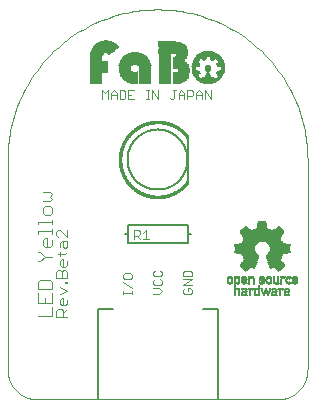
<source format=gto>
G75*
%MOIN*%
%OFA0B0*%
%FSLAX25Y25*%
%IPPOS*%
%LPD*%
%AMOC8*
5,1,8,0,0,1.08239X$1,22.5*
%
%ADD10C,0.00400*%
%ADD11C,0.00300*%
%ADD12C,0.00000*%
%ADD13C,0.00500*%
%ADD14C,0.00800*%
%ADD15C,0.00100*%
%ADD16C,0.00600*%
%ADD17R,0.00650X0.00050*%
%ADD18R,0.00950X0.00050*%
%ADD19R,0.00800X0.00050*%
%ADD20R,0.00550X0.00050*%
%ADD21R,0.00600X0.00050*%
%ADD22R,0.01750X0.00050*%
%ADD23R,0.01000X0.00050*%
%ADD24R,0.01200X0.00050*%
%ADD25R,0.01800X0.00050*%
%ADD26R,0.01350X0.00050*%
%ADD27R,0.01900X0.00050*%
%ADD28R,0.00700X0.00050*%
%ADD29R,0.01850X0.00050*%
%ADD30R,0.01500X0.00050*%
%ADD31R,0.01950X0.00050*%
%ADD32R,0.01650X0.00050*%
%ADD33R,0.00750X0.00050*%
%ADD34R,0.02000X0.00050*%
%ADD35R,0.02050X0.00050*%
%ADD36R,0.00850X0.00050*%
%ADD37R,0.02100X0.00050*%
%ADD38R,0.00900X0.00050*%
%ADD39R,0.00450X0.00050*%
%ADD40R,0.00300X0.00050*%
%ADD41R,0.00200X0.00050*%
%ADD42R,0.01050X0.00050*%
%ADD43R,0.00100X0.00050*%
%ADD44R,0.01100X0.00050*%
%ADD45R,0.01150X0.00050*%
%ADD46R,0.02200X0.00050*%
%ADD47R,0.01250X0.00050*%
%ADD48R,0.00150X0.00050*%
%ADD49R,0.00250X0.00050*%
%ADD50R,0.00500X0.00050*%
%ADD51R,0.01550X0.00050*%
%ADD52R,0.01600X0.00050*%
%ADD53R,0.01700X0.00050*%
%ADD54R,0.01400X0.00050*%
%ADD55R,0.01300X0.00050*%
%ADD56R,0.00400X0.00050*%
%ADD57R,0.01450X0.00050*%
%ADD58R,0.02150X0.00050*%
%ADD59R,0.00350X0.00050*%
%ADD60R,0.00050X0.00050*%
%ADD61R,0.02250X0.00050*%
%ADD62R,0.02400X0.00050*%
%ADD63R,0.02500X0.00050*%
%ADD64R,0.02650X0.00050*%
%ADD65R,0.02750X0.00050*%
%ADD66R,0.02900X0.00050*%
%ADD67R,0.03000X0.00050*%
%ADD68R,0.03150X0.00050*%
%ADD69R,0.03250X0.00050*%
%ADD70R,0.04600X0.00050*%
%ADD71R,0.04650X0.00050*%
%ADD72R,0.04750X0.00050*%
%ADD73R,0.04800X0.00050*%
%ADD74R,0.04900X0.00050*%
%ADD75R,0.04950X0.00050*%
%ADD76R,0.05000X0.00050*%
%ADD77R,0.05100X0.00050*%
%ADD78R,0.05150X0.00050*%
%ADD79R,0.05200X0.00050*%
%ADD80R,0.05250X0.00050*%
%ADD81R,0.05050X0.00050*%
%ADD82R,0.04850X0.00050*%
%ADD83R,0.05300X0.00050*%
%ADD84R,0.05350X0.00050*%
%ADD85R,0.05450X0.00050*%
%ADD86R,0.05500X0.00050*%
%ADD87R,0.05550X0.00050*%
%ADD88R,0.05650X0.00050*%
%ADD89R,0.05600X0.00050*%
%ADD90R,0.05400X0.00050*%
%ADD91R,0.05700X0.00050*%
%ADD92R,0.05900X0.00050*%
%ADD93R,0.06150X0.00050*%
%ADD94R,0.06350X0.00050*%
%ADD95R,0.06550X0.00050*%
%ADD96R,0.06850X0.00050*%
%ADD97R,0.07050X0.00050*%
%ADD98R,0.07100X0.00050*%
%ADD99R,0.07000X0.00050*%
%ADD100R,0.06950X0.00050*%
%ADD101R,0.06900X0.00050*%
%ADD102R,0.06800X0.00050*%
%ADD103R,0.06600X0.00050*%
%ADD104R,0.05750X0.00050*%
%ADD105R,0.06050X0.00050*%
%ADD106R,0.13050X0.00050*%
%ADD107R,0.12950X0.00050*%
%ADD108R,0.12850X0.00050*%
%ADD109R,0.12750X0.00050*%
%ADD110R,0.12650X0.00050*%
%ADD111R,0.12550X0.00050*%
%ADD112R,0.12450X0.00050*%
%ADD113R,0.12350X0.00050*%
%ADD114R,0.12250X0.00050*%
%ADD115R,0.12150X0.00050*%
%ADD116R,0.13150X0.00050*%
%ADD117R,0.13250X0.00050*%
%ADD118R,0.13350X0.00050*%
%ADD119R,0.13450X0.00050*%
%ADD120R,0.13550X0.00050*%
%ADD121R,0.13650X0.00050*%
%ADD122R,0.13750X0.00050*%
%ADD123R,0.13850X0.00050*%
%ADD124R,0.13950X0.00050*%
%ADD125R,0.14050X0.00050*%
%ADD126R,0.14150X0.00050*%
%ADD127R,0.14250X0.00050*%
%ADD128R,0.14350X0.00050*%
%ADD129R,0.14450X0.00050*%
%ADD130R,0.14550X0.00050*%
%ADD131R,0.14650X0.00050*%
%ADD132R,0.14750X0.00050*%
%ADD133R,0.14850X0.00050*%
%ADD134R,0.14950X0.00050*%
%ADD135R,0.03450X0.00050*%
%ADD136R,0.06750X0.00050*%
%ADD137R,0.03300X0.00050*%
%ADD138R,0.06450X0.00050*%
%ADD139R,0.03200X0.00050*%
%ADD140R,0.06250X0.00050*%
%ADD141R,0.03050X0.00050*%
%ADD142R,0.05950X0.00050*%
%ADD143R,0.02950X0.00050*%
%ADD144R,0.02850X0.00050*%
%ADD145R,0.02800X0.00050*%
%ADD146R,0.02700X0.00050*%
%ADD147R,0.02600X0.00050*%
%ADD148R,0.02450X0.00050*%
%ADD149R,0.02350X0.00050*%
%ADD150R,0.04550X0.00050*%
%ADD151R,0.04250X0.00050*%
%ADD152R,0.04050X0.00050*%
%ADD153R,0.03750X0.00050*%
%ADD154R,0.03650X0.00050*%
%ADD155R,0.03550X0.00050*%
%ADD156R,0.03350X0.00050*%
%ADD157R,0.01008X0.00048*%
%ADD158R,0.00672X0.00048*%
%ADD159R,0.01776X0.00048*%
%ADD160R,0.01584X0.00048*%
%ADD161R,0.02160X0.00048*%
%ADD162R,0.02208X0.00048*%
%ADD163R,0.02352X0.00048*%
%ADD164R,0.02592X0.00048*%
%ADD165R,0.04272X0.00048*%
%ADD166R,0.02544X0.00048*%
%ADD167R,0.03936X0.00048*%
%ADD168R,0.01008X0.00048*%
%ADD169R,0.02976X0.00048*%
%ADD170R,0.04320X0.00048*%
%ADD171R,0.02736X0.00048*%
%ADD172R,0.03984X0.00048*%
%ADD173R,0.04272X0.00048*%
%ADD174R,0.02016X0.00048*%
%ADD175R,0.03312X0.00048*%
%ADD176R,0.04320X0.00048*%
%ADD177R,0.02880X0.00048*%
%ADD178R,0.03984X0.00048*%
%ADD179R,0.03552X0.00048*%
%ADD180R,0.03024X0.00048*%
%ADD181R,0.02592X0.00048*%
%ADD182R,0.03840X0.00048*%
%ADD183R,0.03120X0.00048*%
%ADD184R,0.02832X0.00048*%
%ADD185R,0.04080X0.00048*%
%ADD186R,0.03216X0.00048*%
%ADD187R,0.02976X0.00048*%
%ADD188R,0.03360X0.00048*%
%ADD189R,0.04512X0.00048*%
%ADD190R,0.03456X0.00048*%
%ADD191R,0.03264X0.00048*%
%ADD192R,0.04752X0.00048*%
%ADD193R,0.04944X0.00048*%
%ADD194R,0.03648X0.00048*%
%ADD195R,0.03456X0.00048*%
%ADD196R,0.05136X0.00048*%
%ADD197R,0.03744X0.00048*%
%ADD198R,0.03552X0.00048*%
%ADD199R,0.05328X0.00048*%
%ADD200R,0.03792X0.00048*%
%ADD201R,0.05472X0.00048*%
%ADD202R,0.03888X0.00048*%
%ADD203R,0.05616X0.00048*%
%ADD204R,0.03840X0.00048*%
%ADD205R,0.05760X0.00048*%
%ADD206R,0.04032X0.00048*%
%ADD207R,0.05952X0.00048*%
%ADD208R,0.04128X0.00048*%
%ADD209R,0.06096X0.00048*%
%ADD210R,0.04176X0.00048*%
%ADD211R,0.06240X0.00048*%
%ADD212R,0.04224X0.00048*%
%ADD213R,0.06336X0.00048*%
%ADD214R,0.04176X0.00048*%
%ADD215R,0.06480X0.00048*%
%ADD216R,0.04368X0.00048*%
%ADD217R,0.04224X0.00048*%
%ADD218R,0.06624X0.00048*%
%ADD219R,0.04464X0.00048*%
%ADD220R,0.06720X0.00048*%
%ADD221R,0.04512X0.00048*%
%ADD222R,0.06864X0.00048*%
%ADD223R,0.04560X0.00048*%
%ADD224R,0.04416X0.00048*%
%ADD225R,0.07008X0.00048*%
%ADD226R,0.04608X0.00048*%
%ADD227R,0.04464X0.00048*%
%ADD228R,0.07104X0.00048*%
%ADD229R,0.04656X0.00048*%
%ADD230R,0.07200X0.00048*%
%ADD231R,0.04704X0.00048*%
%ADD232R,0.07296X0.00048*%
%ADD233R,0.07440X0.00048*%
%ADD234R,0.04800X0.00048*%
%ADD235R,0.07536X0.00048*%
%ADD236R,0.04848X0.00048*%
%ADD237R,0.04704X0.00048*%
%ADD238R,0.07632X0.00048*%
%ADD239R,0.04896X0.00048*%
%ADD240R,0.04752X0.00048*%
%ADD241R,0.07728X0.00048*%
%ADD242R,0.04944X0.00048*%
%ADD243R,0.04800X0.00048*%
%ADD244R,0.07824X0.00048*%
%ADD245R,0.04992X0.00048*%
%ADD246R,0.07920X0.00048*%
%ADD247R,0.05040X0.00048*%
%ADD248R,0.08016X0.00048*%
%ADD249R,0.05088X0.00048*%
%ADD250R,0.08064X0.00048*%
%ADD251R,0.01536X0.00048*%
%ADD252R,0.04704X0.00048*%
%ADD253R,0.05184X0.00048*%
%ADD254R,0.01536X0.00048*%
%ADD255R,0.04560X0.00048*%
%ADD256R,0.05232X0.00048*%
%ADD257R,0.05280X0.00048*%
%ADD258R,0.05280X0.00048*%
%ADD259R,0.01488X0.00048*%
%ADD260R,0.05088X0.00048*%
%ADD261R,0.01488X0.00048*%
%ADD262R,0.05376X0.00048*%
%ADD263R,0.03840X0.00048*%
%ADD264R,0.05424X0.00048*%
%ADD265R,0.05136X0.00048*%
%ADD266R,0.00576X0.00048*%
%ADD267R,0.02304X0.00048*%
%ADD268R,0.00624X0.00048*%
%ADD269R,0.05424X0.00048*%
%ADD270R,0.05184X0.00048*%
%ADD271R,0.00432X0.00048*%
%ADD272R,0.02208X0.00048*%
%ADD273R,0.01440X0.00048*%
%ADD274R,0.00288X0.00048*%
%ADD275R,0.02160X0.00048*%
%ADD276R,0.05520X0.00048*%
%ADD277R,0.05232X0.00048*%
%ADD278R,0.01440X0.00048*%
%ADD279R,0.00144X0.00048*%
%ADD280R,0.02112X0.00048*%
%ADD281R,0.00096X0.00048*%
%ADD282R,0.05568X0.00048*%
%ADD283R,0.02064X0.00048*%
%ADD284R,0.05568X0.00048*%
%ADD285R,0.01392X0.00048*%
%ADD286R,0.05616X0.00048*%
%ADD287R,0.05328X0.00048*%
%ADD288R,0.01392X0.00048*%
%ADD289R,0.02016X0.00048*%
%ADD290R,0.01968X0.00048*%
%ADD291R,0.01392X0.00048*%
%ADD292R,0.05664X0.00048*%
%ADD293R,0.01920X0.00048*%
%ADD294R,0.01344X0.00048*%
%ADD295R,0.05712X0.00048*%
%ADD296R,0.01872X0.00048*%
%ADD297R,0.05712X0.00048*%
%ADD298R,0.05376X0.00048*%
%ADD299R,0.01824X0.00048*%
%ADD300R,0.01824X0.00048*%
%ADD301R,0.05760X0.00048*%
%ADD302R,0.01776X0.00048*%
%ADD303R,0.05808X0.00048*%
%ADD304R,0.01584X0.00048*%
%ADD305R,0.01728X0.00048*%
%ADD306R,0.05808X0.00048*%
%ADD307R,0.05472X0.00048*%
%ADD308R,0.01632X0.00048*%
%ADD309R,0.01680X0.00048*%
%ADD310R,0.05856X0.00048*%
%ADD311R,0.01728X0.00048*%
%ADD312R,0.01632X0.00048*%
%ADD313R,0.01680X0.00048*%
%ADD314R,0.05856X0.00048*%
%ADD315R,0.01728X0.00048*%
%ADD316R,0.05904X0.00048*%
%ADD317R,0.05520X0.00048*%
%ADD318R,0.01920X0.00048*%
%ADD319R,0.01920X0.00048*%
%ADD320R,0.05952X0.00048*%
%ADD321R,0.01968X0.00048*%
%ADD322R,0.01440X0.00048*%
%ADD323R,0.06000X0.00048*%
%ADD324R,0.02064X0.00048*%
%ADD325R,0.06000X0.00048*%
%ADD326R,0.02112X0.00048*%
%ADD327R,0.01344X0.00048*%
%ADD328R,0.06048X0.00048*%
%ADD329R,0.01296X0.00048*%
%ADD330R,0.06048X0.00048*%
%ADD331R,0.02256X0.00048*%
%ADD332R,0.01248X0.00048*%
%ADD333R,0.02304X0.00048*%
%ADD334R,0.01200X0.00048*%
%ADD335R,0.01152X0.00048*%
%ADD336R,0.06096X0.00048*%
%ADD337R,0.02400X0.00048*%
%ADD338R,0.01152X0.00048*%
%ADD339R,0.02352X0.00048*%
%ADD340R,0.06144X0.00048*%
%ADD341R,0.02400X0.00048*%
%ADD342R,0.01104X0.00048*%
%ADD343R,0.06144X0.00048*%
%ADD344R,0.01056X0.00048*%
%ADD345R,0.06192X0.00048*%
%ADD346R,0.00960X0.00048*%
%ADD347R,0.06192X0.00048*%
%ADD348R,0.00912X0.00048*%
%ADD349R,0.00864X0.00048*%
%ADD350R,0.04896X0.00048*%
%ADD351R,0.04848X0.00048*%
%ADD352R,0.00864X0.00048*%
%ADD353R,0.00480X0.00048*%
%ADD354R,0.00816X0.00048*%
%ADD355R,0.04656X0.00048*%
%ADD356R,0.00336X0.00048*%
%ADD357R,0.04128X0.00048*%
%ADD358R,0.00768X0.00048*%
%ADD359R,0.00240X0.00048*%
%ADD360R,0.04032X0.00048*%
%ADD361R,0.00768X0.00048*%
%ADD362R,0.03936X0.00048*%
%ADD363R,0.00816X0.00048*%
%ADD364R,0.00048X0.00048*%
%ADD365R,0.03888X0.00048*%
%ADD366R,0.04416X0.00048*%
%ADD367R,0.02304X0.00048*%
%ADD368R,0.04368X0.00048*%
%ADD369R,0.03792X0.00048*%
%ADD370R,0.01440X0.00048*%
%ADD371R,0.01728X0.00048*%
%ADD372R,0.01296X0.00048*%
%ADD373R,0.01872X0.00048*%
%ADD374R,0.03744X0.00048*%
%ADD375R,0.04080X0.00048*%
%ADD376R,0.05520X0.00048*%
%ADD377R,0.04176X0.00048*%
%ADD378R,0.04176X0.00048*%
%ADD379R,0.02112X0.00048*%
%ADD380R,0.02448X0.00048*%
%ADD381R,0.02496X0.00048*%
%ADD382R,0.02496X0.00048*%
%ADD383R,0.02448X0.00048*%
%ADD384R,0.04320X0.00048*%
%ADD385R,0.02544X0.00048*%
%ADD386R,0.00528X0.00048*%
%ADD387R,0.05040X0.00048*%
%ADD388R,0.02640X0.00048*%
%ADD389R,0.04656X0.00048*%
%ADD390R,0.04992X0.00048*%
%ADD391R,0.02640X0.00048*%
%ADD392R,0.04992X0.00048*%
%ADD393R,0.10560X0.00048*%
%ADD394R,0.02688X0.00048*%
%ADD395R,0.10512X0.00048*%
%ADD396R,0.04848X0.00048*%
%ADD397R,0.10512X0.00048*%
%ADD398R,0.10464X0.00048*%
%ADD399R,0.10416X0.00048*%
%ADD400R,0.02448X0.00048*%
%ADD401R,0.10416X0.00048*%
%ADD402R,0.02448X0.00048*%
%ADD403R,0.10320X0.00048*%
%ADD404R,0.10320X0.00048*%
%ADD405R,0.02256X0.00048*%
%ADD406R,0.02256X0.00048*%
%ADD407R,0.10224X0.00048*%
%ADD408R,0.10224X0.00048*%
%ADD409R,0.10176X0.00048*%
%ADD410R,0.02112X0.00048*%
%ADD411R,0.10176X0.00048*%
%ADD412R,0.02064X0.00048*%
%ADD413R,0.10128X0.00048*%
%ADD414R,0.10080X0.00048*%
%ADD415R,0.01920X0.00048*%
%ADD416R,0.09984X0.00048*%
%ADD417R,0.03840X0.00048*%
%ADD418R,0.09984X0.00048*%
%ADD419R,0.01776X0.00048*%
%ADD420R,0.09888X0.00048*%
%ADD421R,0.03648X0.00048*%
%ADD422R,0.09888X0.00048*%
%ADD423R,0.09792X0.00048*%
%ADD424R,0.09792X0.00048*%
%ADD425R,0.03504X0.00048*%
%ADD426R,0.09744X0.00048*%
%ADD427R,0.03600X0.00048*%
%ADD428R,0.09696X0.00048*%
%ADD429R,0.00096X0.00048*%
%ADD430R,0.09648X0.00048*%
%ADD431R,0.03696X0.00048*%
%ADD432R,0.09600X0.00048*%
%ADD433R,0.00480X0.00048*%
%ADD434R,0.09552X0.00048*%
%ADD435R,0.00672X0.00048*%
%ADD436R,0.09456X0.00048*%
%ADD437R,0.09456X0.00048*%
%ADD438R,0.01056X0.00048*%
%ADD439R,0.09360X0.00048*%
%ADD440R,0.01200X0.00048*%
%ADD441R,0.09264X0.00048*%
%ADD442R,0.01248X0.00048*%
%ADD443R,0.09264X0.00048*%
%ADD444R,0.09168X0.00048*%
%ADD445R,0.01392X0.00048*%
%ADD446R,0.09120X0.00048*%
%ADD447R,0.09072X0.00048*%
%ADD448R,0.01584X0.00048*%
%ADD449R,0.08976X0.00048*%
%ADD450R,0.08928X0.00048*%
%ADD451R,0.08832X0.00048*%
%ADD452R,0.08784X0.00048*%
%ADD453R,0.08736X0.00048*%
%ADD454R,0.03792X0.00048*%
%ADD455R,0.08640X0.00048*%
%ADD456R,0.08544X0.00048*%
%ADD457R,0.08448X0.00048*%
%ADD458R,0.08400X0.00048*%
%ADD459R,0.03696X0.00048*%
%ADD460R,0.08304X0.00048*%
%ADD461R,0.08208X0.00048*%
%ADD462R,0.08112X0.00048*%
%ADD463R,0.03648X0.00048*%
%ADD464R,0.03984X0.00048*%
%ADD465R,0.07968X0.00048*%
%ADD466R,0.03600X0.00048*%
%ADD467R,0.07824X0.00048*%
%ADD468R,0.07728X0.00048*%
%ADD469R,0.03504X0.00048*%
%ADD470R,0.07632X0.00048*%
%ADD471R,0.07536X0.00048*%
%ADD472R,0.03648X0.00048*%
%ADD473R,0.08064X0.00048*%
%ADD474R,0.07440X0.00048*%
%ADD475R,0.08016X0.00048*%
%ADD476R,0.07344X0.00048*%
%ADD477R,0.07920X0.00048*%
%ADD478R,0.07248X0.00048*%
%ADD479R,0.07152X0.00048*%
%ADD480R,0.06960X0.00048*%
%ADD481R,0.06864X0.00048*%
%ADD482R,0.06720X0.00048*%
%ADD483R,0.06576X0.00048*%
%ADD484R,0.06480X0.00048*%
%ADD485R,0.07200X0.00048*%
%ADD486R,0.07104X0.00048*%
%ADD487R,0.04320X0.00048*%
%ADD488R,0.06192X0.00048*%
%ADD489R,0.07008X0.00048*%
%ADD490R,0.00192X0.00048*%
%ADD491R,0.06048X0.00048*%
%ADD492R,0.00384X0.00048*%
%ADD493R,0.05712X0.00048*%
%ADD494R,0.06336X0.00048*%
%ADD495R,0.06240X0.00048*%
%ADD496R,0.04128X0.00048*%
%ADD497R,0.03984X0.00048*%
%ADD498R,0.04512X0.00048*%
%ADD499R,0.09744X0.00048*%
%ADD500R,0.02976X0.00048*%
%ADD501R,0.07248X0.00048*%
%ADD502R,0.07344X0.00048*%
%ADD503R,0.07488X0.00048*%
%ADD504R,0.07488X0.00048*%
%ADD505R,0.07584X0.00048*%
%ADD506R,0.07680X0.00048*%
%ADD507R,0.00624X0.00048*%
%ADD508R,0.07872X0.00048*%
%ADD509R,0.09696X0.00048*%
%ADD510R,0.07920X0.00048*%
%ADD511R,0.07968X0.00048*%
%ADD512R,0.08064X0.00048*%
%ADD513R,0.08160X0.00048*%
%ADD514R,0.08160X0.00048*%
%ADD515R,0.09648X0.00048*%
%ADD516R,0.08208X0.00048*%
%ADD517R,0.08256X0.00048*%
%ADD518R,0.08304X0.00048*%
%ADD519R,0.09600X0.00048*%
%ADD520R,0.08352X0.00048*%
%ADD521R,0.08400X0.00048*%
%ADD522R,0.08448X0.00048*%
%ADD523R,0.09552X0.00048*%
%ADD524R,0.08448X0.00048*%
%ADD525R,0.08496X0.00048*%
%ADD526R,0.09504X0.00048*%
%ADD527R,0.08592X0.00048*%
%ADD528R,0.09504X0.00048*%
%ADD529R,0.08640X0.00048*%
%ADD530R,0.08688X0.00048*%
%ADD531R,0.09408X0.00048*%
%ADD532R,0.08688X0.00048*%
%ADD533R,0.08592X0.00048*%
%ADD534R,0.08544X0.00048*%
%ADD535R,0.09360X0.00048*%
%ADD536R,0.08448X0.00048*%
%ADD537R,0.09312X0.00048*%
%ADD538R,0.08352X0.00048*%
%ADD539R,0.09312X0.00048*%
%ADD540R,0.08256X0.00048*%
%ADD541R,0.08256X0.00048*%
%ADD542R,0.09216X0.00048*%
%ADD543R,0.09168X0.00048*%
%ADD544R,0.07776X0.00048*%
%ADD545R,0.09024X0.00048*%
%ADD546R,0.07680X0.00048*%
%ADD547R,0.09024X0.00048*%
%ADD548R,0.07584X0.00048*%
%ADD549R,0.07392X0.00048*%
%ADD550R,0.08880X0.00048*%
%ADD551R,0.07296X0.00048*%
%ADD552R,0.08832X0.00048*%
%ADD553R,0.08784X0.00048*%
%ADD554R,0.07104X0.00048*%
%ADD555R,0.06912X0.00048*%
%ADD556R,0.06768X0.00048*%
%ADD557R,0.06624X0.00048*%
%ADD558R,0.06528X0.00048*%
%ADD559R,0.06384X0.00048*%
%ADD560R,0.06240X0.00048*%
%ADD561R,0.05856X0.00048*%
%ADD562R,0.05184X0.00048*%
%ADD563R,0.06912X0.00048*%
%ADD564R,0.06288X0.00048*%
%ADD565R,0.03456X0.00048*%
%ADD566R,0.03120X0.00048*%
%ADD567R,0.02784X0.00048*%
D10*
X0016996Y0051706D02*
X0021600Y0051706D01*
X0021600Y0054775D01*
X0021600Y0056310D02*
X0021600Y0059379D01*
X0021600Y0060914D02*
X0021600Y0063216D01*
X0020833Y0063983D01*
X0017763Y0063983D01*
X0016996Y0063216D01*
X0016996Y0060914D01*
X0021600Y0060914D01*
X0021600Y0056310D02*
X0016996Y0056310D01*
X0016996Y0059379D01*
X0019298Y0057844D02*
X0019298Y0056310D01*
X0017763Y0070122D02*
X0016996Y0070122D01*
X0017763Y0070122D02*
X0019298Y0071656D01*
X0021600Y0071656D01*
X0020833Y0074726D02*
X0019298Y0074726D01*
X0018531Y0075493D01*
X0018531Y0077027D01*
X0019298Y0077795D01*
X0020065Y0077795D01*
X0020065Y0074726D01*
X0020833Y0074726D02*
X0021600Y0075493D01*
X0021600Y0077027D01*
X0021600Y0079329D02*
X0021600Y0080864D01*
X0021600Y0080097D02*
X0016996Y0080097D01*
X0016996Y0079329D01*
X0016996Y0082399D02*
X0016996Y0083166D01*
X0021600Y0083166D01*
X0021600Y0082399D02*
X0021600Y0083933D01*
X0020833Y0085468D02*
X0021600Y0086235D01*
X0021600Y0087770D01*
X0020833Y0088537D01*
X0019298Y0088537D01*
X0018531Y0087770D01*
X0018531Y0086235D01*
X0019298Y0085468D01*
X0020833Y0085468D01*
X0020833Y0090072D02*
X0018531Y0090072D01*
X0018531Y0093141D02*
X0020833Y0093141D01*
X0021600Y0092374D01*
X0020833Y0091607D01*
X0021600Y0090839D01*
X0020833Y0090072D01*
X0017763Y0073191D02*
X0016996Y0073191D01*
X0017763Y0073191D02*
X0019298Y0071656D01*
D11*
X0023564Y0072530D02*
X0026033Y0072530D01*
X0026650Y0073148D01*
X0026033Y0074369D02*
X0025416Y0074986D01*
X0025416Y0076837D01*
X0024798Y0076837D02*
X0026650Y0076837D01*
X0026650Y0074986D01*
X0026033Y0074369D01*
X0024181Y0074986D02*
X0024181Y0076220D01*
X0024798Y0076837D01*
X0023564Y0078052D02*
X0022947Y0078669D01*
X0022947Y0079903D01*
X0023564Y0080521D01*
X0024181Y0080521D01*
X0026650Y0078052D01*
X0026650Y0080521D01*
X0024181Y0073148D02*
X0024181Y0071913D01*
X0024798Y0070699D02*
X0025416Y0070699D01*
X0025416Y0068230D01*
X0026033Y0068230D02*
X0024798Y0068230D01*
X0024181Y0068847D01*
X0024181Y0070082D01*
X0024798Y0070699D01*
X0026650Y0068847D02*
X0026033Y0068230D01*
X0026650Y0068847D02*
X0026650Y0070082D01*
X0026033Y0067016D02*
X0026650Y0066398D01*
X0026650Y0064547D01*
X0022947Y0064547D01*
X0022947Y0066398D01*
X0023564Y0067016D01*
X0024181Y0067016D01*
X0024798Y0066398D01*
X0024798Y0064547D01*
X0026033Y0063323D02*
X0026650Y0063323D01*
X0026650Y0062705D01*
X0026033Y0062705D01*
X0026033Y0063323D01*
X0024181Y0061491D02*
X0026650Y0060257D01*
X0024181Y0059022D01*
X0024798Y0057808D02*
X0025416Y0057808D01*
X0025416Y0055339D01*
X0026033Y0055339D02*
X0024798Y0055339D01*
X0024181Y0055956D01*
X0024181Y0057191D01*
X0024798Y0057808D01*
X0026650Y0055956D02*
X0026033Y0055339D01*
X0026650Y0055956D02*
X0026650Y0057191D01*
X0026650Y0054125D02*
X0025416Y0052890D01*
X0025416Y0053507D02*
X0025416Y0051656D01*
X0026650Y0051656D02*
X0022947Y0051656D01*
X0022947Y0053507D01*
X0023564Y0054125D01*
X0024798Y0054125D01*
X0025416Y0053507D01*
X0024798Y0066398D02*
X0025416Y0067016D01*
X0026033Y0067016D01*
X0045348Y0065518D02*
X0045831Y0066002D01*
X0047766Y0066002D01*
X0048250Y0065518D01*
X0048250Y0064551D01*
X0047766Y0064067D01*
X0045831Y0064067D01*
X0045348Y0064551D01*
X0045348Y0065518D01*
X0045348Y0063055D02*
X0048250Y0061120D01*
X0048250Y0060123D02*
X0048250Y0059156D01*
X0048250Y0059640D02*
X0045348Y0059640D01*
X0045348Y0060123D02*
X0045348Y0059156D01*
X0055348Y0059156D02*
X0057283Y0059156D01*
X0058250Y0060123D01*
X0057283Y0061091D01*
X0055348Y0061091D01*
X0055831Y0062102D02*
X0055348Y0062586D01*
X0055348Y0063554D01*
X0055831Y0064037D01*
X0055831Y0065049D02*
X0055348Y0065533D01*
X0055348Y0066500D01*
X0055831Y0066984D01*
X0055831Y0065049D02*
X0057766Y0065049D01*
X0058250Y0065533D01*
X0058250Y0066500D01*
X0057766Y0066984D01*
X0057766Y0064037D02*
X0058250Y0063554D01*
X0058250Y0062586D01*
X0057766Y0062102D01*
X0055831Y0062102D01*
X0065348Y0062102D02*
X0068250Y0064037D01*
X0065348Y0064037D01*
X0065348Y0065049D02*
X0065348Y0066500D01*
X0065831Y0066984D01*
X0067766Y0066984D01*
X0068250Y0066500D01*
X0068250Y0065049D01*
X0065348Y0065049D01*
X0065348Y0062102D02*
X0068250Y0062102D01*
X0067766Y0061091D02*
X0066799Y0061091D01*
X0066799Y0060123D01*
X0067766Y0059156D02*
X0065831Y0059156D01*
X0065348Y0059640D01*
X0065348Y0060607D01*
X0065831Y0061091D01*
X0067766Y0061091D02*
X0068250Y0060607D01*
X0068250Y0059640D01*
X0067766Y0059156D01*
X0053831Y0077656D02*
X0051897Y0077656D01*
X0052864Y0077656D02*
X0052864Y0080558D01*
X0051897Y0079591D01*
X0050885Y0080075D02*
X0050401Y0080558D01*
X0048950Y0080558D01*
X0048950Y0077656D01*
X0048950Y0078623D02*
X0050401Y0078623D01*
X0050885Y0079107D01*
X0050885Y0080075D01*
X0049917Y0078623D02*
X0050885Y0077656D01*
X0049063Y0124156D02*
X0047128Y0124156D01*
X0047128Y0127058D01*
X0049063Y0127058D01*
X0048096Y0125607D02*
X0047128Y0125607D01*
X0046117Y0124640D02*
X0046117Y0126575D01*
X0045633Y0127058D01*
X0044182Y0127058D01*
X0044182Y0124156D01*
X0045633Y0124156D01*
X0046117Y0124640D01*
X0043170Y0124156D02*
X0043170Y0126091D01*
X0042203Y0127058D01*
X0041235Y0126091D01*
X0041235Y0124156D01*
X0040224Y0124156D02*
X0040224Y0127058D01*
X0039256Y0126091D01*
X0038289Y0127058D01*
X0038289Y0124156D01*
X0041235Y0125607D02*
X0043170Y0125607D01*
X0053021Y0124156D02*
X0053989Y0124156D01*
X0053505Y0124156D02*
X0053505Y0127058D01*
X0053021Y0127058D02*
X0053989Y0127058D01*
X0054986Y0127058D02*
X0056921Y0124156D01*
X0056921Y0127058D01*
X0054986Y0127058D02*
X0054986Y0124156D01*
X0060879Y0124640D02*
X0061362Y0124156D01*
X0061846Y0124156D01*
X0062330Y0124640D01*
X0062330Y0127058D01*
X0061846Y0127058D02*
X0062814Y0127058D01*
X0063825Y0126091D02*
X0064793Y0127058D01*
X0065760Y0126091D01*
X0065760Y0124156D01*
X0066772Y0124156D02*
X0066772Y0127058D01*
X0068223Y0127058D01*
X0068707Y0126575D01*
X0068707Y0125607D01*
X0068223Y0125123D01*
X0066772Y0125123D01*
X0065760Y0125607D02*
X0063825Y0125607D01*
X0063825Y0126091D02*
X0063825Y0124156D01*
X0069718Y0124156D02*
X0069718Y0126091D01*
X0070686Y0127058D01*
X0071653Y0126091D01*
X0071653Y0124156D01*
X0072665Y0124156D02*
X0072665Y0127058D01*
X0074600Y0124156D01*
X0074600Y0127058D01*
X0071653Y0125607D02*
X0069718Y0125607D01*
D12*
X0096800Y0024006D02*
X0016800Y0024006D01*
X0016558Y0024009D01*
X0016317Y0024018D01*
X0016076Y0024032D01*
X0015835Y0024053D01*
X0015595Y0024079D01*
X0015355Y0024111D01*
X0015116Y0024149D01*
X0014879Y0024192D01*
X0014642Y0024242D01*
X0014407Y0024297D01*
X0014173Y0024357D01*
X0013941Y0024424D01*
X0013710Y0024495D01*
X0013481Y0024573D01*
X0013254Y0024656D01*
X0013029Y0024744D01*
X0012806Y0024838D01*
X0012586Y0024937D01*
X0012368Y0025042D01*
X0012153Y0025151D01*
X0011940Y0025266D01*
X0011730Y0025386D01*
X0011524Y0025511D01*
X0011320Y0025641D01*
X0011119Y0025776D01*
X0010922Y0025916D01*
X0010728Y0026060D01*
X0010538Y0026209D01*
X0010352Y0026363D01*
X0010169Y0026521D01*
X0009990Y0026683D01*
X0009815Y0026850D01*
X0009644Y0027021D01*
X0009477Y0027196D01*
X0009315Y0027375D01*
X0009157Y0027558D01*
X0009003Y0027744D01*
X0008854Y0027934D01*
X0008710Y0028128D01*
X0008570Y0028325D01*
X0008435Y0028526D01*
X0008305Y0028730D01*
X0008180Y0028936D01*
X0008060Y0029146D01*
X0007945Y0029359D01*
X0007836Y0029574D01*
X0007731Y0029792D01*
X0007632Y0030012D01*
X0007538Y0030235D01*
X0007450Y0030460D01*
X0007367Y0030687D01*
X0007289Y0030916D01*
X0007218Y0031147D01*
X0007151Y0031379D01*
X0007091Y0031613D01*
X0007036Y0031848D01*
X0006986Y0032085D01*
X0006943Y0032322D01*
X0006905Y0032561D01*
X0006873Y0032801D01*
X0006847Y0033041D01*
X0006826Y0033282D01*
X0006812Y0033523D01*
X0006803Y0033764D01*
X0006800Y0034006D01*
X0006800Y0104006D01*
X0006815Y0105224D01*
X0006859Y0106440D01*
X0006933Y0107656D01*
X0007037Y0108869D01*
X0007170Y0110079D01*
X0007333Y0111286D01*
X0007525Y0112488D01*
X0007746Y0113686D01*
X0007996Y0114878D01*
X0008275Y0116063D01*
X0008583Y0117241D01*
X0008920Y0118411D01*
X0009285Y0119573D01*
X0009678Y0120725D01*
X0010099Y0121868D01*
X0010548Y0122999D01*
X0011024Y0124120D01*
X0011528Y0125229D01*
X0012058Y0126325D01*
X0012615Y0127408D01*
X0013198Y0128477D01*
X0013806Y0129531D01*
X0014441Y0130571D01*
X0015100Y0131594D01*
X0015784Y0132602D01*
X0016493Y0133592D01*
X0017225Y0134565D01*
X0017981Y0135519D01*
X0018760Y0136455D01*
X0019561Y0137372D01*
X0020385Y0138269D01*
X0021230Y0139145D01*
X0022096Y0140001D01*
X0022983Y0140836D01*
X0023890Y0141648D01*
X0024816Y0142438D01*
X0025762Y0143206D01*
X0026725Y0143950D01*
X0027707Y0144670D01*
X0028706Y0145367D01*
X0029721Y0146039D01*
X0030753Y0146686D01*
X0031800Y0147307D01*
X0032862Y0147903D01*
X0033938Y0148473D01*
X0035027Y0149017D01*
X0036130Y0149533D01*
X0037245Y0150023D01*
X0038371Y0150486D01*
X0039508Y0150921D01*
X0040656Y0151328D01*
X0041813Y0151707D01*
X0042979Y0152058D01*
X0044153Y0152380D01*
X0045335Y0152674D01*
X0046524Y0152939D01*
X0047718Y0153174D01*
X0048918Y0153381D01*
X0050123Y0153558D01*
X0051331Y0153706D01*
X0052543Y0153824D01*
X0053758Y0153913D01*
X0054974Y0153973D01*
X0056191Y0154002D01*
X0057409Y0154002D01*
X0058626Y0153973D01*
X0059842Y0153913D01*
X0061057Y0153824D01*
X0062269Y0153706D01*
X0063477Y0153558D01*
X0064682Y0153381D01*
X0065882Y0153174D01*
X0067076Y0152939D01*
X0068265Y0152674D01*
X0069447Y0152380D01*
X0070621Y0152058D01*
X0071787Y0151707D01*
X0072944Y0151328D01*
X0074092Y0150921D01*
X0075229Y0150486D01*
X0076355Y0150023D01*
X0077470Y0149533D01*
X0078573Y0149017D01*
X0079662Y0148473D01*
X0080738Y0147903D01*
X0081800Y0147307D01*
X0082847Y0146686D01*
X0083879Y0146039D01*
X0084894Y0145367D01*
X0085893Y0144670D01*
X0086875Y0143950D01*
X0087838Y0143206D01*
X0088784Y0142438D01*
X0089710Y0141648D01*
X0090617Y0140836D01*
X0091504Y0140001D01*
X0092370Y0139145D01*
X0093215Y0138269D01*
X0094039Y0137372D01*
X0094840Y0136455D01*
X0095619Y0135519D01*
X0096375Y0134565D01*
X0097107Y0133592D01*
X0097816Y0132602D01*
X0098500Y0131594D01*
X0099159Y0130571D01*
X0099794Y0129531D01*
X0100402Y0128477D01*
X0100985Y0127408D01*
X0101542Y0126325D01*
X0102072Y0125229D01*
X0102576Y0124120D01*
X0103052Y0122999D01*
X0103501Y0121868D01*
X0103922Y0120725D01*
X0104315Y0119573D01*
X0104680Y0118411D01*
X0105017Y0117241D01*
X0105325Y0116063D01*
X0105604Y0114878D01*
X0105854Y0113686D01*
X0106075Y0112488D01*
X0106267Y0111286D01*
X0106430Y0110079D01*
X0106563Y0108869D01*
X0106667Y0107656D01*
X0106741Y0106440D01*
X0106785Y0105224D01*
X0106800Y0104006D01*
X0106800Y0034006D01*
X0106797Y0033764D01*
X0106788Y0033523D01*
X0106774Y0033282D01*
X0106753Y0033041D01*
X0106727Y0032801D01*
X0106695Y0032561D01*
X0106657Y0032322D01*
X0106614Y0032085D01*
X0106564Y0031848D01*
X0106509Y0031613D01*
X0106449Y0031379D01*
X0106382Y0031147D01*
X0106311Y0030916D01*
X0106233Y0030687D01*
X0106150Y0030460D01*
X0106062Y0030235D01*
X0105968Y0030012D01*
X0105869Y0029792D01*
X0105764Y0029574D01*
X0105655Y0029359D01*
X0105540Y0029146D01*
X0105420Y0028936D01*
X0105295Y0028730D01*
X0105165Y0028526D01*
X0105030Y0028325D01*
X0104890Y0028128D01*
X0104746Y0027934D01*
X0104597Y0027744D01*
X0104443Y0027558D01*
X0104285Y0027375D01*
X0104123Y0027196D01*
X0103956Y0027021D01*
X0103785Y0026850D01*
X0103610Y0026683D01*
X0103431Y0026521D01*
X0103248Y0026363D01*
X0103062Y0026209D01*
X0102872Y0026060D01*
X0102678Y0025916D01*
X0102481Y0025776D01*
X0102280Y0025641D01*
X0102076Y0025511D01*
X0101870Y0025386D01*
X0101660Y0025266D01*
X0101447Y0025151D01*
X0101232Y0025042D01*
X0101014Y0024937D01*
X0100794Y0024838D01*
X0100571Y0024744D01*
X0100346Y0024656D01*
X0100119Y0024573D01*
X0099890Y0024495D01*
X0099659Y0024424D01*
X0099427Y0024357D01*
X0099193Y0024297D01*
X0098958Y0024242D01*
X0098721Y0024192D01*
X0098484Y0024149D01*
X0098245Y0024111D01*
X0098005Y0024079D01*
X0097765Y0024053D01*
X0097524Y0024032D01*
X0097283Y0024018D01*
X0097042Y0024009D01*
X0096800Y0024006D01*
D13*
X0076800Y0024006D02*
X0076800Y0054006D01*
X0071800Y0054006D01*
X0041800Y0054006D02*
X0036800Y0054006D01*
X0036800Y0024006D01*
D14*
X0046800Y0076006D02*
X0046800Y0079006D01*
X0045800Y0079006D01*
X0046800Y0079006D02*
X0046800Y0082006D01*
X0066800Y0082006D01*
X0066800Y0079006D01*
X0067800Y0079006D01*
X0066800Y0079006D02*
X0066800Y0076006D01*
X0046800Y0076006D01*
X0066800Y0096506D02*
X0066800Y0111506D01*
D15*
X0067129Y0111815D02*
X0066409Y0111275D01*
X0066410Y0111276D02*
X0066229Y0111509D01*
X0066043Y0111737D01*
X0065851Y0111961D01*
X0065654Y0112180D01*
X0065452Y0112394D01*
X0065244Y0112603D01*
X0065031Y0112806D01*
X0064814Y0113005D01*
X0064591Y0113198D01*
X0064364Y0113386D01*
X0064133Y0113568D01*
X0063897Y0113745D01*
X0063656Y0113915D01*
X0063412Y0114080D01*
X0063164Y0114238D01*
X0062912Y0114391D01*
X0062656Y0114537D01*
X0062397Y0114677D01*
X0062134Y0114811D01*
X0061869Y0114938D01*
X0061600Y0115059D01*
X0061328Y0115173D01*
X0061054Y0115280D01*
X0060777Y0115381D01*
X0060498Y0115475D01*
X0060216Y0115562D01*
X0059933Y0115642D01*
X0059647Y0115715D01*
X0059360Y0115781D01*
X0059071Y0115840D01*
X0058781Y0115892D01*
X0058490Y0115937D01*
X0058198Y0115975D01*
X0057905Y0116005D01*
X0057611Y0116029D01*
X0057317Y0116045D01*
X0057023Y0116054D01*
X0056728Y0116056D01*
X0056433Y0116050D01*
X0056139Y0116038D01*
X0055845Y0116018D01*
X0055552Y0115991D01*
X0055259Y0115957D01*
X0054967Y0115916D01*
X0054677Y0115867D01*
X0054387Y0115812D01*
X0054100Y0115750D01*
X0053813Y0115680D01*
X0053529Y0115603D01*
X0053246Y0115520D01*
X0052966Y0115430D01*
X0052688Y0115333D01*
X0052412Y0115229D01*
X0052139Y0115118D01*
X0051869Y0115001D01*
X0051601Y0114877D01*
X0051337Y0114747D01*
X0051076Y0114610D01*
X0050819Y0114467D01*
X0050565Y0114317D01*
X0050314Y0114162D01*
X0050068Y0114000D01*
X0049826Y0113833D01*
X0049588Y0113659D01*
X0049354Y0113480D01*
X0049124Y0113295D01*
X0048900Y0113105D01*
X0048679Y0112909D01*
X0048464Y0112708D01*
X0048254Y0112501D01*
X0048049Y0112290D01*
X0047849Y0112073D01*
X0047654Y0111852D01*
X0047465Y0111626D01*
X0047282Y0111396D01*
X0047104Y0111161D01*
X0046932Y0110921D01*
X0046766Y0110678D01*
X0046606Y0110431D01*
X0046452Y0110180D01*
X0046304Y0109925D01*
X0046162Y0109666D01*
X0046027Y0109405D01*
X0045898Y0109140D01*
X0045776Y0108872D01*
X0045660Y0108601D01*
X0045551Y0108327D01*
X0045449Y0108051D01*
X0045354Y0107772D01*
X0045265Y0107491D01*
X0045183Y0107208D01*
X0045108Y0106923D01*
X0045041Y0106636D01*
X0044980Y0106348D01*
X0044926Y0106058D01*
X0044879Y0105767D01*
X0044840Y0105475D01*
X0044808Y0105183D01*
X0044782Y0104889D01*
X0044764Y0104595D01*
X0044754Y0104301D01*
X0044750Y0104006D01*
X0044754Y0103711D01*
X0044764Y0103417D01*
X0044782Y0103123D01*
X0044808Y0102829D01*
X0044840Y0102537D01*
X0044879Y0102245D01*
X0044926Y0101954D01*
X0044980Y0101664D01*
X0045041Y0101376D01*
X0045108Y0101089D01*
X0045183Y0100804D01*
X0045265Y0100521D01*
X0045354Y0100240D01*
X0045449Y0099961D01*
X0045551Y0099685D01*
X0045660Y0099411D01*
X0045776Y0099140D01*
X0045898Y0098872D01*
X0046027Y0098607D01*
X0046162Y0098346D01*
X0046304Y0098087D01*
X0046452Y0097832D01*
X0046606Y0097581D01*
X0046766Y0097334D01*
X0046932Y0097091D01*
X0047104Y0096851D01*
X0047282Y0096616D01*
X0047465Y0096386D01*
X0047654Y0096160D01*
X0047849Y0095939D01*
X0048049Y0095722D01*
X0048254Y0095511D01*
X0048464Y0095304D01*
X0048679Y0095103D01*
X0048900Y0094907D01*
X0049124Y0094717D01*
X0049354Y0094532D01*
X0049588Y0094353D01*
X0049826Y0094179D01*
X0050068Y0094012D01*
X0050314Y0093850D01*
X0050565Y0093695D01*
X0050819Y0093545D01*
X0051076Y0093402D01*
X0051337Y0093265D01*
X0051601Y0093135D01*
X0051869Y0093011D01*
X0052139Y0092894D01*
X0052412Y0092783D01*
X0052688Y0092679D01*
X0052966Y0092582D01*
X0053246Y0092492D01*
X0053529Y0092409D01*
X0053813Y0092332D01*
X0054100Y0092262D01*
X0054387Y0092200D01*
X0054677Y0092145D01*
X0054967Y0092096D01*
X0055259Y0092055D01*
X0055552Y0092021D01*
X0055845Y0091994D01*
X0056139Y0091974D01*
X0056433Y0091962D01*
X0056728Y0091956D01*
X0057023Y0091958D01*
X0057317Y0091967D01*
X0057611Y0091983D01*
X0057905Y0092007D01*
X0058198Y0092037D01*
X0058490Y0092075D01*
X0058781Y0092120D01*
X0059071Y0092172D01*
X0059360Y0092231D01*
X0059647Y0092297D01*
X0059933Y0092370D01*
X0060216Y0092450D01*
X0060498Y0092537D01*
X0060777Y0092631D01*
X0061054Y0092732D01*
X0061328Y0092839D01*
X0061600Y0092953D01*
X0061869Y0093074D01*
X0062134Y0093201D01*
X0062397Y0093335D01*
X0062656Y0093475D01*
X0062912Y0093621D01*
X0063164Y0093774D01*
X0063412Y0093932D01*
X0063656Y0094097D01*
X0063897Y0094267D01*
X0064133Y0094444D01*
X0064364Y0094626D01*
X0064591Y0094814D01*
X0064814Y0095007D01*
X0065031Y0095206D01*
X0065244Y0095409D01*
X0065452Y0095618D01*
X0065654Y0095832D01*
X0065851Y0096051D01*
X0066043Y0096275D01*
X0066229Y0096503D01*
X0066410Y0096736D01*
X0067129Y0096197D01*
X0067130Y0096196D01*
X0066936Y0095946D01*
X0066736Y0095700D01*
X0066530Y0095460D01*
X0066318Y0095225D01*
X0066100Y0094995D01*
X0065877Y0094770D01*
X0065649Y0094551D01*
X0065415Y0094337D01*
X0065176Y0094129D01*
X0064932Y0093927D01*
X0064683Y0093732D01*
X0064429Y0093542D01*
X0064171Y0093359D01*
X0063909Y0093182D01*
X0063642Y0093011D01*
X0063371Y0092847D01*
X0063096Y0092690D01*
X0062818Y0092539D01*
X0062535Y0092395D01*
X0062250Y0092259D01*
X0061961Y0092129D01*
X0061669Y0092006D01*
X0061374Y0091891D01*
X0061077Y0091783D01*
X0060776Y0091682D01*
X0060474Y0091588D01*
X0060169Y0091502D01*
X0059862Y0091423D01*
X0059554Y0091352D01*
X0059244Y0091289D01*
X0058932Y0091233D01*
X0058619Y0091184D01*
X0058305Y0091144D01*
X0057990Y0091111D01*
X0057674Y0091086D01*
X0057358Y0091068D01*
X0057042Y0091058D01*
X0056725Y0091056D01*
X0056408Y0091062D01*
X0056092Y0091075D01*
X0055776Y0091097D01*
X0055461Y0091125D01*
X0055146Y0091162D01*
X0054833Y0091206D01*
X0054520Y0091258D01*
X0054209Y0091318D01*
X0053900Y0091385D01*
X0053592Y0091460D01*
X0053286Y0091542D01*
X0052983Y0091631D01*
X0052681Y0091728D01*
X0052382Y0091833D01*
X0052086Y0091945D01*
X0051792Y0092063D01*
X0051502Y0092189D01*
X0051215Y0092322D01*
X0050930Y0092463D01*
X0050650Y0092610D01*
X0050373Y0092763D01*
X0050100Y0092924D01*
X0049831Y0093091D01*
X0049566Y0093265D01*
X0049306Y0093445D01*
X0049050Y0093631D01*
X0048799Y0093824D01*
X0048552Y0094022D01*
X0048310Y0094227D01*
X0048074Y0094437D01*
X0047842Y0094654D01*
X0047617Y0094876D01*
X0047396Y0095103D01*
X0047181Y0095335D01*
X0046972Y0095573D01*
X0046769Y0095816D01*
X0046571Y0096064D01*
X0046380Y0096316D01*
X0046195Y0096573D01*
X0046017Y0096835D01*
X0045845Y0097101D01*
X0045679Y0097370D01*
X0045520Y0097644D01*
X0045368Y0097922D01*
X0045223Y0098203D01*
X0045084Y0098488D01*
X0044953Y0098776D01*
X0044829Y0099068D01*
X0044711Y0099362D01*
X0044601Y0099659D01*
X0044499Y0099958D01*
X0044404Y0100260D01*
X0044316Y0100564D01*
X0044235Y0100871D01*
X0044162Y0101179D01*
X0044097Y0101489D01*
X0044039Y0101800D01*
X0043989Y0102113D01*
X0043947Y0102427D01*
X0043912Y0102741D01*
X0043885Y0103057D01*
X0043865Y0103373D01*
X0043854Y0103689D01*
X0043850Y0104006D01*
X0043854Y0104323D01*
X0043865Y0104639D01*
X0043885Y0104955D01*
X0043912Y0105271D01*
X0043947Y0105585D01*
X0043989Y0105899D01*
X0044039Y0106212D01*
X0044097Y0106523D01*
X0044162Y0106833D01*
X0044235Y0107141D01*
X0044316Y0107448D01*
X0044404Y0107752D01*
X0044499Y0108054D01*
X0044601Y0108353D01*
X0044711Y0108650D01*
X0044829Y0108944D01*
X0044953Y0109236D01*
X0045084Y0109524D01*
X0045223Y0109809D01*
X0045368Y0110090D01*
X0045520Y0110368D01*
X0045679Y0110642D01*
X0045845Y0110911D01*
X0046017Y0111177D01*
X0046195Y0111439D01*
X0046380Y0111696D01*
X0046571Y0111948D01*
X0046769Y0112196D01*
X0046972Y0112439D01*
X0047181Y0112677D01*
X0047396Y0112909D01*
X0047617Y0113136D01*
X0047842Y0113358D01*
X0048074Y0113575D01*
X0048310Y0113785D01*
X0048552Y0113990D01*
X0048799Y0114188D01*
X0049050Y0114381D01*
X0049306Y0114567D01*
X0049566Y0114747D01*
X0049831Y0114921D01*
X0050100Y0115088D01*
X0050373Y0115249D01*
X0050650Y0115402D01*
X0050930Y0115549D01*
X0051215Y0115690D01*
X0051502Y0115823D01*
X0051792Y0115949D01*
X0052086Y0116067D01*
X0052382Y0116179D01*
X0052681Y0116284D01*
X0052983Y0116381D01*
X0053286Y0116470D01*
X0053592Y0116552D01*
X0053900Y0116627D01*
X0054209Y0116694D01*
X0054520Y0116754D01*
X0054833Y0116806D01*
X0055146Y0116850D01*
X0055461Y0116887D01*
X0055776Y0116915D01*
X0056092Y0116937D01*
X0056408Y0116950D01*
X0056725Y0116956D01*
X0057042Y0116954D01*
X0057358Y0116944D01*
X0057674Y0116926D01*
X0057990Y0116901D01*
X0058305Y0116868D01*
X0058619Y0116828D01*
X0058932Y0116779D01*
X0059244Y0116723D01*
X0059554Y0116660D01*
X0059862Y0116589D01*
X0060169Y0116510D01*
X0060474Y0116424D01*
X0060776Y0116330D01*
X0061077Y0116229D01*
X0061374Y0116121D01*
X0061669Y0116006D01*
X0061961Y0115883D01*
X0062250Y0115753D01*
X0062535Y0115617D01*
X0062818Y0115473D01*
X0063096Y0115322D01*
X0063371Y0115165D01*
X0063642Y0115001D01*
X0063909Y0114830D01*
X0064171Y0114653D01*
X0064429Y0114470D01*
X0064683Y0114280D01*
X0064932Y0114085D01*
X0065176Y0113883D01*
X0065415Y0113675D01*
X0065649Y0113461D01*
X0065877Y0113242D01*
X0066100Y0113017D01*
X0066318Y0112787D01*
X0066530Y0112552D01*
X0066736Y0112312D01*
X0066936Y0112066D01*
X0067130Y0111816D01*
X0067055Y0111760D01*
X0066862Y0112008D01*
X0066663Y0112252D01*
X0066459Y0112490D01*
X0066249Y0112724D01*
X0066033Y0112952D01*
X0065811Y0113175D01*
X0065584Y0113393D01*
X0065352Y0113605D01*
X0065115Y0113811D01*
X0064873Y0114012D01*
X0064625Y0114206D01*
X0064374Y0114394D01*
X0064117Y0114576D01*
X0063857Y0114752D01*
X0063592Y0114921D01*
X0063323Y0115084D01*
X0063050Y0115240D01*
X0062774Y0115390D01*
X0062494Y0115532D01*
X0062210Y0115668D01*
X0061923Y0115797D01*
X0061633Y0115919D01*
X0061341Y0116033D01*
X0061045Y0116141D01*
X0060747Y0116241D01*
X0060447Y0116334D01*
X0060144Y0116419D01*
X0059840Y0116497D01*
X0059534Y0116568D01*
X0059226Y0116631D01*
X0058916Y0116687D01*
X0058606Y0116735D01*
X0058294Y0116775D01*
X0057981Y0116808D01*
X0057668Y0116833D01*
X0057354Y0116850D01*
X0057040Y0116860D01*
X0056725Y0116862D01*
X0056411Y0116856D01*
X0056097Y0116843D01*
X0055783Y0116822D01*
X0055470Y0116793D01*
X0055158Y0116757D01*
X0054847Y0116713D01*
X0054537Y0116661D01*
X0054228Y0116602D01*
X0053921Y0116535D01*
X0053615Y0116461D01*
X0053312Y0116380D01*
X0053010Y0116291D01*
X0052711Y0116194D01*
X0052414Y0116091D01*
X0052120Y0115980D01*
X0051829Y0115862D01*
X0051540Y0115737D01*
X0051255Y0115605D01*
X0050973Y0115466D01*
X0050695Y0115320D01*
X0050420Y0115167D01*
X0050149Y0115008D01*
X0049882Y0114842D01*
X0049619Y0114669D01*
X0049360Y0114491D01*
X0049106Y0114306D01*
X0048857Y0114114D01*
X0048612Y0113917D01*
X0048372Y0113714D01*
X0048137Y0113505D01*
X0047907Y0113290D01*
X0047683Y0113070D01*
X0047464Y0112845D01*
X0047251Y0112614D01*
X0047043Y0112378D01*
X0046841Y0112136D01*
X0046646Y0111891D01*
X0046456Y0111640D01*
X0046272Y0111385D01*
X0046095Y0111125D01*
X0045924Y0110861D01*
X0045760Y0110593D01*
X0045602Y0110321D01*
X0045451Y0110046D01*
X0045307Y0109766D01*
X0045169Y0109484D01*
X0045039Y0109198D01*
X0044915Y0108909D01*
X0044799Y0108616D01*
X0044690Y0108322D01*
X0044588Y0108024D01*
X0044494Y0107725D01*
X0044406Y0107422D01*
X0044326Y0107118D01*
X0044254Y0106813D01*
X0044189Y0106505D01*
X0044132Y0106196D01*
X0044082Y0105885D01*
X0044040Y0105574D01*
X0044005Y0105261D01*
X0043979Y0104948D01*
X0043959Y0104634D01*
X0043948Y0104320D01*
X0043944Y0104006D01*
X0043948Y0103692D01*
X0043959Y0103378D01*
X0043979Y0103064D01*
X0044005Y0102751D01*
X0044040Y0102438D01*
X0044082Y0102127D01*
X0044132Y0101816D01*
X0044189Y0101507D01*
X0044254Y0101199D01*
X0044326Y0100894D01*
X0044406Y0100590D01*
X0044494Y0100287D01*
X0044588Y0099988D01*
X0044690Y0099690D01*
X0044799Y0099396D01*
X0044915Y0099103D01*
X0045039Y0098814D01*
X0045169Y0098528D01*
X0045307Y0098246D01*
X0045451Y0097966D01*
X0045602Y0097691D01*
X0045760Y0097419D01*
X0045924Y0097151D01*
X0046095Y0096887D01*
X0046272Y0096627D01*
X0046456Y0096372D01*
X0046646Y0096121D01*
X0046841Y0095876D01*
X0047043Y0095634D01*
X0047251Y0095398D01*
X0047464Y0095167D01*
X0047683Y0094942D01*
X0047907Y0094722D01*
X0048137Y0094507D01*
X0048372Y0094298D01*
X0048612Y0094095D01*
X0048857Y0093898D01*
X0049106Y0093706D01*
X0049360Y0093521D01*
X0049619Y0093343D01*
X0049882Y0093170D01*
X0050149Y0093004D01*
X0050420Y0092845D01*
X0050695Y0092692D01*
X0050973Y0092546D01*
X0051255Y0092407D01*
X0051540Y0092275D01*
X0051829Y0092150D01*
X0052120Y0092032D01*
X0052414Y0091921D01*
X0052711Y0091818D01*
X0053010Y0091721D01*
X0053312Y0091632D01*
X0053615Y0091551D01*
X0053921Y0091477D01*
X0054228Y0091410D01*
X0054537Y0091351D01*
X0054847Y0091299D01*
X0055158Y0091255D01*
X0055470Y0091219D01*
X0055783Y0091190D01*
X0056097Y0091169D01*
X0056411Y0091156D01*
X0056725Y0091150D01*
X0057040Y0091152D01*
X0057354Y0091162D01*
X0057668Y0091179D01*
X0057981Y0091204D01*
X0058294Y0091237D01*
X0058606Y0091277D01*
X0058916Y0091325D01*
X0059226Y0091381D01*
X0059534Y0091444D01*
X0059840Y0091515D01*
X0060144Y0091593D01*
X0060447Y0091678D01*
X0060747Y0091771D01*
X0061045Y0091871D01*
X0061341Y0091979D01*
X0061633Y0092093D01*
X0061923Y0092215D01*
X0062210Y0092344D01*
X0062494Y0092480D01*
X0062774Y0092622D01*
X0063050Y0092772D01*
X0063323Y0092928D01*
X0063592Y0093091D01*
X0063857Y0093260D01*
X0064117Y0093436D01*
X0064374Y0093618D01*
X0064625Y0093806D01*
X0064873Y0094000D01*
X0065115Y0094201D01*
X0065352Y0094407D01*
X0065584Y0094619D01*
X0065811Y0094837D01*
X0066033Y0095060D01*
X0066249Y0095288D01*
X0066459Y0095522D01*
X0066663Y0095760D01*
X0066862Y0096004D01*
X0067055Y0096252D01*
X0066980Y0096309D01*
X0066788Y0096062D01*
X0066591Y0095820D01*
X0066388Y0095583D01*
X0066179Y0095352D01*
X0065965Y0095125D01*
X0065745Y0094903D01*
X0065520Y0094687D01*
X0065289Y0094477D01*
X0065054Y0094272D01*
X0064813Y0094073D01*
X0064568Y0093880D01*
X0064318Y0093694D01*
X0064064Y0093513D01*
X0063805Y0093338D01*
X0063542Y0093170D01*
X0063275Y0093009D01*
X0063004Y0092854D01*
X0062730Y0092705D01*
X0062452Y0092564D01*
X0062170Y0092429D01*
X0061886Y0092301D01*
X0061598Y0092180D01*
X0061307Y0092066D01*
X0061014Y0091960D01*
X0060718Y0091860D01*
X0060420Y0091768D01*
X0060120Y0091683D01*
X0059817Y0091606D01*
X0059513Y0091536D01*
X0059208Y0091473D01*
X0058901Y0091418D01*
X0058592Y0091370D01*
X0058283Y0091330D01*
X0057972Y0091298D01*
X0057661Y0091273D01*
X0057350Y0091256D01*
X0057038Y0091246D01*
X0056726Y0091244D01*
X0056414Y0091250D01*
X0056102Y0091263D01*
X0055791Y0091284D01*
X0055480Y0091312D01*
X0055170Y0091349D01*
X0054861Y0091392D01*
X0054553Y0091443D01*
X0054246Y0091502D01*
X0053942Y0091568D01*
X0053638Y0091642D01*
X0053337Y0091723D01*
X0053038Y0091811D01*
X0052741Y0091907D01*
X0052446Y0092010D01*
X0052154Y0092120D01*
X0051865Y0092237D01*
X0051578Y0092361D01*
X0051295Y0092492D01*
X0051015Y0092630D01*
X0050739Y0092775D01*
X0050466Y0092927D01*
X0050197Y0093085D01*
X0049932Y0093250D01*
X0049671Y0093421D01*
X0049415Y0093598D01*
X0049162Y0093782D01*
X0048915Y0093972D01*
X0048672Y0094167D01*
X0048433Y0094369D01*
X0048200Y0094577D01*
X0047972Y0094790D01*
X0047750Y0095008D01*
X0047532Y0095232D01*
X0047321Y0095461D01*
X0047115Y0095696D01*
X0046914Y0095935D01*
X0046720Y0096179D01*
X0046532Y0096428D01*
X0046349Y0096681D01*
X0046173Y0096939D01*
X0046004Y0097201D01*
X0045841Y0097467D01*
X0045684Y0097737D01*
X0045534Y0098011D01*
X0045391Y0098288D01*
X0045254Y0098568D01*
X0045125Y0098852D01*
X0045002Y0099139D01*
X0044887Y0099429D01*
X0044779Y0099722D01*
X0044677Y0100017D01*
X0044583Y0100315D01*
X0044497Y0100615D01*
X0044418Y0100916D01*
X0044346Y0101220D01*
X0044281Y0101525D01*
X0044224Y0101832D01*
X0044175Y0102140D01*
X0044133Y0102450D01*
X0044099Y0102760D01*
X0044072Y0103071D01*
X0044053Y0103382D01*
X0044042Y0103694D01*
X0044038Y0104006D01*
X0044042Y0104318D01*
X0044053Y0104630D01*
X0044072Y0104941D01*
X0044099Y0105252D01*
X0044133Y0105562D01*
X0044175Y0105872D01*
X0044224Y0106180D01*
X0044281Y0106487D01*
X0044346Y0106792D01*
X0044418Y0107096D01*
X0044497Y0107397D01*
X0044583Y0107697D01*
X0044677Y0107995D01*
X0044779Y0108290D01*
X0044887Y0108583D01*
X0045002Y0108873D01*
X0045125Y0109160D01*
X0045254Y0109444D01*
X0045391Y0109724D01*
X0045534Y0110001D01*
X0045684Y0110275D01*
X0045841Y0110545D01*
X0046004Y0110811D01*
X0046173Y0111073D01*
X0046349Y0111331D01*
X0046532Y0111584D01*
X0046720Y0111833D01*
X0046914Y0112077D01*
X0047115Y0112316D01*
X0047321Y0112551D01*
X0047532Y0112780D01*
X0047750Y0113004D01*
X0047972Y0113222D01*
X0048200Y0113435D01*
X0048433Y0113643D01*
X0048672Y0113845D01*
X0048915Y0114040D01*
X0049162Y0114230D01*
X0049415Y0114414D01*
X0049671Y0114591D01*
X0049932Y0114762D01*
X0050197Y0114927D01*
X0050466Y0115085D01*
X0050739Y0115237D01*
X0051015Y0115382D01*
X0051295Y0115520D01*
X0051578Y0115651D01*
X0051865Y0115775D01*
X0052154Y0115892D01*
X0052446Y0116002D01*
X0052741Y0116105D01*
X0053038Y0116201D01*
X0053337Y0116289D01*
X0053638Y0116370D01*
X0053942Y0116444D01*
X0054246Y0116510D01*
X0054553Y0116569D01*
X0054861Y0116620D01*
X0055170Y0116663D01*
X0055480Y0116700D01*
X0055791Y0116728D01*
X0056102Y0116749D01*
X0056414Y0116762D01*
X0056726Y0116768D01*
X0057038Y0116766D01*
X0057350Y0116756D01*
X0057661Y0116739D01*
X0057972Y0116714D01*
X0058283Y0116682D01*
X0058592Y0116642D01*
X0058901Y0116594D01*
X0059208Y0116539D01*
X0059513Y0116476D01*
X0059817Y0116406D01*
X0060120Y0116329D01*
X0060420Y0116244D01*
X0060718Y0116152D01*
X0061014Y0116052D01*
X0061307Y0115946D01*
X0061598Y0115832D01*
X0061886Y0115711D01*
X0062170Y0115583D01*
X0062452Y0115448D01*
X0062730Y0115307D01*
X0063004Y0115158D01*
X0063275Y0115003D01*
X0063542Y0114842D01*
X0063805Y0114674D01*
X0064064Y0114499D01*
X0064318Y0114318D01*
X0064568Y0114132D01*
X0064813Y0113939D01*
X0065054Y0113740D01*
X0065289Y0113535D01*
X0065520Y0113325D01*
X0065745Y0113109D01*
X0065965Y0112887D01*
X0066179Y0112660D01*
X0066388Y0112429D01*
X0066591Y0112192D01*
X0066788Y0111950D01*
X0066980Y0111703D01*
X0066904Y0111647D01*
X0066714Y0111892D01*
X0066519Y0112132D01*
X0066317Y0112367D01*
X0066110Y0112597D01*
X0065897Y0112822D01*
X0065679Y0113042D01*
X0065455Y0113256D01*
X0065226Y0113465D01*
X0064993Y0113668D01*
X0064754Y0113866D01*
X0064511Y0114057D01*
X0064262Y0114243D01*
X0064010Y0114422D01*
X0063753Y0114595D01*
X0063492Y0114762D01*
X0063227Y0114923D01*
X0062958Y0115076D01*
X0062686Y0115224D01*
X0062410Y0115364D01*
X0062130Y0115498D01*
X0061848Y0115625D01*
X0061562Y0115745D01*
X0061274Y0115858D01*
X0060983Y0115964D01*
X0060689Y0116062D01*
X0060393Y0116154D01*
X0060095Y0116238D01*
X0059795Y0116315D01*
X0059493Y0116384D01*
X0059190Y0116447D01*
X0058885Y0116501D01*
X0058579Y0116549D01*
X0058271Y0116588D01*
X0057963Y0116620D01*
X0057655Y0116645D01*
X0057345Y0116662D01*
X0057036Y0116672D01*
X0056726Y0116674D01*
X0056416Y0116668D01*
X0056107Y0116655D01*
X0055798Y0116634D01*
X0055489Y0116606D01*
X0055182Y0116570D01*
X0054875Y0116527D01*
X0054569Y0116476D01*
X0054265Y0116418D01*
X0053962Y0116352D01*
X0053661Y0116279D01*
X0053362Y0116199D01*
X0053065Y0116111D01*
X0052770Y0116016D01*
X0052478Y0115914D01*
X0052188Y0115805D01*
X0051901Y0115688D01*
X0051617Y0115565D01*
X0051336Y0115435D01*
X0051058Y0115298D01*
X0050784Y0115154D01*
X0050513Y0115004D01*
X0050246Y0114847D01*
X0049983Y0114683D01*
X0049724Y0114513D01*
X0049469Y0114337D01*
X0049218Y0114155D01*
X0048973Y0113966D01*
X0048731Y0113772D01*
X0048495Y0113572D01*
X0048264Y0113366D01*
X0048037Y0113154D01*
X0047816Y0112937D01*
X0047601Y0112715D01*
X0047390Y0112488D01*
X0047186Y0112255D01*
X0046987Y0112017D01*
X0046794Y0111775D01*
X0046607Y0111528D01*
X0046426Y0111277D01*
X0046252Y0111021D01*
X0046083Y0110761D01*
X0045921Y0110497D01*
X0045766Y0110229D01*
X0045617Y0109957D01*
X0045475Y0109682D01*
X0045339Y0109403D01*
X0045211Y0109122D01*
X0045089Y0108837D01*
X0044975Y0108549D01*
X0044867Y0108258D01*
X0044767Y0107965D01*
X0044673Y0107670D01*
X0044587Y0107372D01*
X0044509Y0107073D01*
X0044438Y0106771D01*
X0044374Y0106468D01*
X0044317Y0106164D01*
X0044268Y0105858D01*
X0044227Y0105551D01*
X0044193Y0105243D01*
X0044166Y0104934D01*
X0044147Y0104625D01*
X0044136Y0104316D01*
X0044132Y0104006D01*
X0044136Y0103696D01*
X0044147Y0103387D01*
X0044166Y0103078D01*
X0044193Y0102769D01*
X0044227Y0102461D01*
X0044268Y0102154D01*
X0044317Y0101848D01*
X0044374Y0101544D01*
X0044438Y0101241D01*
X0044509Y0100939D01*
X0044587Y0100640D01*
X0044673Y0100342D01*
X0044767Y0100047D01*
X0044867Y0099754D01*
X0044975Y0099463D01*
X0045089Y0099175D01*
X0045211Y0098890D01*
X0045339Y0098609D01*
X0045475Y0098330D01*
X0045617Y0098055D01*
X0045766Y0097783D01*
X0045921Y0097515D01*
X0046083Y0097251D01*
X0046252Y0096991D01*
X0046426Y0096735D01*
X0046607Y0096484D01*
X0046794Y0096237D01*
X0046987Y0095995D01*
X0047186Y0095757D01*
X0047390Y0095524D01*
X0047601Y0095297D01*
X0047816Y0095075D01*
X0048037Y0094858D01*
X0048264Y0094646D01*
X0048495Y0094440D01*
X0048731Y0094240D01*
X0048973Y0094046D01*
X0049218Y0093857D01*
X0049469Y0093675D01*
X0049724Y0093499D01*
X0049983Y0093329D01*
X0050246Y0093165D01*
X0050513Y0093008D01*
X0050784Y0092858D01*
X0051058Y0092714D01*
X0051336Y0092577D01*
X0051617Y0092447D01*
X0051901Y0092324D01*
X0052188Y0092207D01*
X0052478Y0092098D01*
X0052770Y0091996D01*
X0053065Y0091901D01*
X0053362Y0091813D01*
X0053661Y0091733D01*
X0053962Y0091660D01*
X0054265Y0091594D01*
X0054569Y0091536D01*
X0054875Y0091485D01*
X0055182Y0091442D01*
X0055489Y0091406D01*
X0055798Y0091378D01*
X0056107Y0091357D01*
X0056416Y0091344D01*
X0056726Y0091338D01*
X0057036Y0091340D01*
X0057345Y0091350D01*
X0057655Y0091367D01*
X0057963Y0091392D01*
X0058271Y0091424D01*
X0058579Y0091463D01*
X0058885Y0091511D01*
X0059190Y0091565D01*
X0059493Y0091628D01*
X0059795Y0091697D01*
X0060095Y0091774D01*
X0060393Y0091858D01*
X0060689Y0091950D01*
X0060983Y0092048D01*
X0061274Y0092154D01*
X0061562Y0092267D01*
X0061848Y0092387D01*
X0062130Y0092514D01*
X0062410Y0092648D01*
X0062686Y0092788D01*
X0062958Y0092936D01*
X0063227Y0093089D01*
X0063492Y0093250D01*
X0063753Y0093417D01*
X0064010Y0093590D01*
X0064262Y0093769D01*
X0064511Y0093955D01*
X0064754Y0094146D01*
X0064993Y0094344D01*
X0065226Y0094547D01*
X0065455Y0094756D01*
X0065679Y0094970D01*
X0065897Y0095190D01*
X0066110Y0095415D01*
X0066317Y0095645D01*
X0066519Y0095880D01*
X0066714Y0096120D01*
X0066904Y0096365D01*
X0066829Y0096422D01*
X0066641Y0096179D01*
X0066446Y0095940D01*
X0066246Y0095707D01*
X0066041Y0095479D01*
X0065829Y0095255D01*
X0065613Y0095037D01*
X0065391Y0094824D01*
X0065164Y0094617D01*
X0064932Y0094415D01*
X0064695Y0094219D01*
X0064453Y0094029D01*
X0064207Y0093845D01*
X0063956Y0093667D01*
X0063701Y0093495D01*
X0063442Y0093330D01*
X0063179Y0093170D01*
X0062912Y0093018D01*
X0062642Y0092871D01*
X0062368Y0092732D01*
X0062091Y0092599D01*
X0061810Y0092473D01*
X0061527Y0092354D01*
X0061240Y0092242D01*
X0060951Y0092137D01*
X0060660Y0092039D01*
X0060366Y0091948D01*
X0060070Y0091865D01*
X0059773Y0091788D01*
X0059473Y0091719D01*
X0059172Y0091658D01*
X0058869Y0091603D01*
X0058565Y0091557D01*
X0058260Y0091517D01*
X0057955Y0091485D01*
X0057648Y0091461D01*
X0057341Y0091444D01*
X0057034Y0091434D01*
X0056726Y0091432D01*
X0056419Y0091438D01*
X0056112Y0091451D01*
X0055805Y0091471D01*
X0055499Y0091500D01*
X0055193Y0091535D01*
X0054889Y0091578D01*
X0054586Y0091629D01*
X0054284Y0091686D01*
X0053983Y0091752D01*
X0053684Y0091824D01*
X0053388Y0091904D01*
X0053093Y0091991D01*
X0052800Y0092085D01*
X0052510Y0092187D01*
X0052222Y0092295D01*
X0051937Y0092410D01*
X0051655Y0092533D01*
X0051376Y0092662D01*
X0051100Y0092798D01*
X0050828Y0092941D01*
X0050559Y0093090D01*
X0050294Y0093246D01*
X0050033Y0093408D01*
X0049776Y0093577D01*
X0049523Y0093752D01*
X0049275Y0093933D01*
X0049031Y0094120D01*
X0048791Y0094313D01*
X0048557Y0094511D01*
X0048327Y0094716D01*
X0048102Y0094926D01*
X0047883Y0095141D01*
X0047669Y0095362D01*
X0047460Y0095587D01*
X0047257Y0095818D01*
X0047060Y0096054D01*
X0046868Y0096295D01*
X0046683Y0096540D01*
X0046503Y0096789D01*
X0046330Y0097043D01*
X0046163Y0097301D01*
X0046002Y0097563D01*
X0045848Y0097829D01*
X0045700Y0098099D01*
X0045559Y0098372D01*
X0045424Y0098649D01*
X0045297Y0098928D01*
X0045176Y0099211D01*
X0045062Y0099497D01*
X0044956Y0099785D01*
X0044856Y0100076D01*
X0044763Y0100369D01*
X0044678Y0100665D01*
X0044600Y0100962D01*
X0044529Y0101261D01*
X0044466Y0101562D01*
X0044410Y0101864D01*
X0044361Y0102168D01*
X0044320Y0102473D01*
X0044286Y0102778D01*
X0044260Y0103084D01*
X0044241Y0103391D01*
X0044230Y0103699D01*
X0044226Y0104006D01*
X0044230Y0104313D01*
X0044241Y0104621D01*
X0044260Y0104928D01*
X0044286Y0105234D01*
X0044320Y0105539D01*
X0044361Y0105844D01*
X0044410Y0106148D01*
X0044466Y0106450D01*
X0044529Y0106751D01*
X0044600Y0107050D01*
X0044678Y0107347D01*
X0044763Y0107643D01*
X0044856Y0107936D01*
X0044956Y0108227D01*
X0045062Y0108515D01*
X0045176Y0108801D01*
X0045297Y0109084D01*
X0045424Y0109363D01*
X0045559Y0109640D01*
X0045700Y0109913D01*
X0045848Y0110183D01*
X0046002Y0110449D01*
X0046163Y0110711D01*
X0046330Y0110969D01*
X0046503Y0111223D01*
X0046683Y0111472D01*
X0046868Y0111717D01*
X0047060Y0111958D01*
X0047257Y0112194D01*
X0047460Y0112425D01*
X0047669Y0112650D01*
X0047883Y0112871D01*
X0048102Y0113086D01*
X0048327Y0113296D01*
X0048557Y0113501D01*
X0048791Y0113699D01*
X0049031Y0113892D01*
X0049275Y0114079D01*
X0049523Y0114260D01*
X0049776Y0114435D01*
X0050033Y0114604D01*
X0050294Y0114766D01*
X0050559Y0114922D01*
X0050828Y0115071D01*
X0051100Y0115214D01*
X0051376Y0115350D01*
X0051655Y0115479D01*
X0051937Y0115602D01*
X0052222Y0115717D01*
X0052510Y0115825D01*
X0052800Y0115927D01*
X0053093Y0116021D01*
X0053388Y0116108D01*
X0053684Y0116188D01*
X0053983Y0116260D01*
X0054284Y0116326D01*
X0054586Y0116383D01*
X0054889Y0116434D01*
X0055193Y0116477D01*
X0055499Y0116512D01*
X0055805Y0116541D01*
X0056112Y0116561D01*
X0056419Y0116574D01*
X0056726Y0116580D01*
X0057034Y0116578D01*
X0057341Y0116568D01*
X0057648Y0116551D01*
X0057955Y0116527D01*
X0058260Y0116495D01*
X0058565Y0116455D01*
X0058869Y0116409D01*
X0059172Y0116354D01*
X0059473Y0116293D01*
X0059773Y0116224D01*
X0060070Y0116147D01*
X0060366Y0116064D01*
X0060660Y0115973D01*
X0060951Y0115875D01*
X0061240Y0115770D01*
X0061527Y0115658D01*
X0061810Y0115539D01*
X0062091Y0115413D01*
X0062368Y0115280D01*
X0062642Y0115141D01*
X0062912Y0114994D01*
X0063179Y0114842D01*
X0063442Y0114682D01*
X0063701Y0114517D01*
X0063956Y0114345D01*
X0064207Y0114167D01*
X0064453Y0113983D01*
X0064695Y0113793D01*
X0064932Y0113597D01*
X0065164Y0113395D01*
X0065391Y0113188D01*
X0065613Y0112975D01*
X0065829Y0112757D01*
X0066041Y0112533D01*
X0066246Y0112305D01*
X0066446Y0112072D01*
X0066641Y0111833D01*
X0066829Y0111590D01*
X0066754Y0111534D01*
X0066567Y0111775D01*
X0066374Y0112012D01*
X0066175Y0112243D01*
X0065971Y0112470D01*
X0065762Y0112692D01*
X0065547Y0112908D01*
X0065326Y0113119D01*
X0065101Y0113325D01*
X0064871Y0113525D01*
X0064635Y0113720D01*
X0064396Y0113908D01*
X0064151Y0114091D01*
X0063902Y0114268D01*
X0063649Y0114438D01*
X0063392Y0114603D01*
X0063131Y0114761D01*
X0062866Y0114912D01*
X0062598Y0115057D01*
X0062326Y0115196D01*
X0062051Y0115328D01*
X0061772Y0115453D01*
X0061491Y0115571D01*
X0061207Y0115682D01*
X0060920Y0115786D01*
X0060631Y0115884D01*
X0060339Y0115974D01*
X0060046Y0116057D01*
X0059750Y0116132D01*
X0059453Y0116201D01*
X0059154Y0116262D01*
X0058853Y0116316D01*
X0058552Y0116362D01*
X0058249Y0116402D01*
X0057946Y0116433D01*
X0057641Y0116458D01*
X0057337Y0116474D01*
X0057032Y0116484D01*
X0056727Y0116486D01*
X0056422Y0116480D01*
X0056117Y0116467D01*
X0055812Y0116447D01*
X0055508Y0116419D01*
X0055205Y0116384D01*
X0054903Y0116341D01*
X0054602Y0116291D01*
X0054302Y0116234D01*
X0054004Y0116169D01*
X0053708Y0116097D01*
X0053413Y0116018D01*
X0053120Y0115931D01*
X0052830Y0115838D01*
X0052542Y0115737D01*
X0052256Y0115629D01*
X0051973Y0115515D01*
X0051693Y0115393D01*
X0051416Y0115265D01*
X0051143Y0115130D01*
X0050873Y0114989D01*
X0050606Y0114840D01*
X0050343Y0114686D01*
X0050084Y0114525D01*
X0049828Y0114357D01*
X0049577Y0114184D01*
X0049331Y0114004D01*
X0049089Y0113818D01*
X0048851Y0113627D01*
X0048618Y0113430D01*
X0048390Y0113227D01*
X0048167Y0113018D01*
X0047949Y0112805D01*
X0047737Y0112586D01*
X0047530Y0112362D01*
X0047328Y0112132D01*
X0047132Y0111898D01*
X0046942Y0111660D01*
X0046758Y0111416D01*
X0046580Y0111169D01*
X0046408Y0110917D01*
X0046242Y0110660D01*
X0046083Y0110400D01*
X0045929Y0110136D01*
X0045783Y0109869D01*
X0045643Y0109598D01*
X0045509Y0109323D01*
X0045383Y0109046D01*
X0045263Y0108765D01*
X0045150Y0108481D01*
X0045044Y0108195D01*
X0044945Y0107907D01*
X0044853Y0107616D01*
X0044769Y0107322D01*
X0044691Y0107027D01*
X0044621Y0106730D01*
X0044558Y0106432D01*
X0044502Y0106132D01*
X0044454Y0105830D01*
X0044413Y0105528D01*
X0044380Y0105225D01*
X0044354Y0104921D01*
X0044335Y0104616D01*
X0044324Y0104311D01*
X0044320Y0104006D01*
X0044324Y0103701D01*
X0044335Y0103396D01*
X0044354Y0103091D01*
X0044380Y0102787D01*
X0044413Y0102484D01*
X0044454Y0102182D01*
X0044502Y0101880D01*
X0044558Y0101580D01*
X0044621Y0101282D01*
X0044691Y0100985D01*
X0044769Y0100690D01*
X0044853Y0100396D01*
X0044945Y0100105D01*
X0045044Y0099817D01*
X0045150Y0099531D01*
X0045263Y0099247D01*
X0045383Y0098966D01*
X0045509Y0098689D01*
X0045643Y0098414D01*
X0045783Y0098143D01*
X0045929Y0097876D01*
X0046083Y0097612D01*
X0046242Y0097352D01*
X0046408Y0097095D01*
X0046580Y0096843D01*
X0046758Y0096596D01*
X0046942Y0096352D01*
X0047132Y0096114D01*
X0047328Y0095880D01*
X0047530Y0095650D01*
X0047737Y0095426D01*
X0047949Y0095207D01*
X0048167Y0094994D01*
X0048390Y0094785D01*
X0048618Y0094582D01*
X0048851Y0094385D01*
X0049089Y0094194D01*
X0049331Y0094008D01*
X0049577Y0093828D01*
X0049828Y0093655D01*
X0050084Y0093487D01*
X0050343Y0093326D01*
X0050606Y0093172D01*
X0050873Y0093023D01*
X0051143Y0092882D01*
X0051416Y0092747D01*
X0051693Y0092619D01*
X0051973Y0092497D01*
X0052256Y0092383D01*
X0052542Y0092275D01*
X0052830Y0092174D01*
X0053120Y0092081D01*
X0053413Y0091994D01*
X0053708Y0091915D01*
X0054004Y0091843D01*
X0054302Y0091778D01*
X0054602Y0091721D01*
X0054903Y0091671D01*
X0055205Y0091628D01*
X0055508Y0091593D01*
X0055812Y0091565D01*
X0056117Y0091545D01*
X0056422Y0091532D01*
X0056727Y0091526D01*
X0057032Y0091528D01*
X0057337Y0091538D01*
X0057641Y0091554D01*
X0057946Y0091579D01*
X0058249Y0091610D01*
X0058552Y0091650D01*
X0058853Y0091696D01*
X0059154Y0091750D01*
X0059453Y0091811D01*
X0059750Y0091880D01*
X0060046Y0091955D01*
X0060339Y0092038D01*
X0060631Y0092128D01*
X0060920Y0092226D01*
X0061207Y0092330D01*
X0061491Y0092441D01*
X0061772Y0092559D01*
X0062051Y0092684D01*
X0062326Y0092816D01*
X0062598Y0092955D01*
X0062866Y0093100D01*
X0063131Y0093251D01*
X0063392Y0093409D01*
X0063649Y0093574D01*
X0063902Y0093744D01*
X0064151Y0093921D01*
X0064396Y0094104D01*
X0064635Y0094292D01*
X0064871Y0094487D01*
X0065101Y0094687D01*
X0065326Y0094893D01*
X0065547Y0095104D01*
X0065762Y0095320D01*
X0065971Y0095542D01*
X0066175Y0095769D01*
X0066374Y0096000D01*
X0066567Y0096237D01*
X0066754Y0096478D01*
X0066679Y0096534D01*
X0066493Y0096295D01*
X0066302Y0096060D01*
X0066105Y0095831D01*
X0065902Y0095606D01*
X0065694Y0095385D01*
X0065480Y0095171D01*
X0065262Y0094961D01*
X0065038Y0094757D01*
X0064810Y0094558D01*
X0064576Y0094365D01*
X0064338Y0094178D01*
X0064096Y0093997D01*
X0063849Y0093821D01*
X0063598Y0093652D01*
X0063342Y0093489D01*
X0063083Y0093332D01*
X0062820Y0093182D01*
X0062554Y0093038D01*
X0062284Y0092900D01*
X0062011Y0092769D01*
X0061735Y0092645D01*
X0061455Y0092528D01*
X0061173Y0092418D01*
X0060889Y0092314D01*
X0060602Y0092218D01*
X0060312Y0092128D01*
X0060021Y0092046D01*
X0059728Y0091971D01*
X0059432Y0091903D01*
X0059136Y0091842D01*
X0058838Y0091789D01*
X0058538Y0091743D01*
X0058238Y0091704D01*
X0057937Y0091672D01*
X0057635Y0091648D01*
X0057332Y0091631D01*
X0057030Y0091622D01*
X0056727Y0091620D01*
X0056424Y0091626D01*
X0056122Y0091639D01*
X0055819Y0091659D01*
X0055518Y0091687D01*
X0055217Y0091722D01*
X0054917Y0091764D01*
X0054618Y0091814D01*
X0054321Y0091871D01*
X0054025Y0091935D01*
X0053731Y0092006D01*
X0053438Y0092085D01*
X0053148Y0092171D01*
X0052859Y0092264D01*
X0052574Y0092363D01*
X0052290Y0092470D01*
X0052010Y0092584D01*
X0051732Y0092704D01*
X0051457Y0092832D01*
X0051185Y0092966D01*
X0050917Y0093106D01*
X0050652Y0093253D01*
X0050391Y0093407D01*
X0050134Y0093567D01*
X0049881Y0093733D01*
X0049632Y0093905D01*
X0049387Y0094083D01*
X0049146Y0094268D01*
X0048911Y0094458D01*
X0048680Y0094653D01*
X0048453Y0094855D01*
X0048232Y0095061D01*
X0048016Y0095274D01*
X0047805Y0095491D01*
X0047600Y0095713D01*
X0047400Y0095941D01*
X0047205Y0096173D01*
X0047017Y0096410D01*
X0046834Y0096652D01*
X0046657Y0096897D01*
X0046486Y0097148D01*
X0046322Y0097402D01*
X0046163Y0097660D01*
X0046011Y0097922D01*
X0045866Y0098187D01*
X0045727Y0098456D01*
X0045594Y0098729D01*
X0045469Y0099004D01*
X0045350Y0099283D01*
X0045238Y0099564D01*
X0045133Y0099848D01*
X0045034Y0100135D01*
X0044943Y0100424D01*
X0044859Y0100715D01*
X0044782Y0101008D01*
X0044713Y0101302D01*
X0044650Y0101599D01*
X0044595Y0101896D01*
X0044547Y0102195D01*
X0044506Y0102495D01*
X0044473Y0102797D01*
X0044447Y0103098D01*
X0044429Y0103401D01*
X0044418Y0103703D01*
X0044414Y0104006D01*
X0044418Y0104309D01*
X0044429Y0104611D01*
X0044447Y0104914D01*
X0044473Y0105215D01*
X0044506Y0105517D01*
X0044547Y0105817D01*
X0044595Y0106116D01*
X0044650Y0106413D01*
X0044713Y0106710D01*
X0044782Y0107004D01*
X0044859Y0107297D01*
X0044943Y0107588D01*
X0045034Y0107877D01*
X0045133Y0108164D01*
X0045238Y0108448D01*
X0045350Y0108729D01*
X0045469Y0109008D01*
X0045594Y0109283D01*
X0045727Y0109556D01*
X0045866Y0109825D01*
X0046011Y0110090D01*
X0046163Y0110352D01*
X0046322Y0110610D01*
X0046486Y0110864D01*
X0046657Y0111115D01*
X0046834Y0111360D01*
X0047017Y0111602D01*
X0047205Y0111839D01*
X0047400Y0112071D01*
X0047600Y0112299D01*
X0047805Y0112521D01*
X0048016Y0112738D01*
X0048232Y0112951D01*
X0048453Y0113157D01*
X0048680Y0113359D01*
X0048911Y0113554D01*
X0049146Y0113744D01*
X0049387Y0113929D01*
X0049632Y0114107D01*
X0049881Y0114279D01*
X0050134Y0114445D01*
X0050391Y0114605D01*
X0050652Y0114759D01*
X0050917Y0114906D01*
X0051185Y0115046D01*
X0051457Y0115180D01*
X0051732Y0115308D01*
X0052010Y0115428D01*
X0052290Y0115542D01*
X0052574Y0115649D01*
X0052859Y0115748D01*
X0053148Y0115841D01*
X0053438Y0115927D01*
X0053731Y0116006D01*
X0054025Y0116077D01*
X0054321Y0116141D01*
X0054618Y0116198D01*
X0054917Y0116248D01*
X0055217Y0116290D01*
X0055518Y0116325D01*
X0055819Y0116353D01*
X0056122Y0116373D01*
X0056424Y0116386D01*
X0056727Y0116392D01*
X0057030Y0116390D01*
X0057332Y0116381D01*
X0057635Y0116364D01*
X0057937Y0116340D01*
X0058238Y0116308D01*
X0058538Y0116269D01*
X0058838Y0116223D01*
X0059136Y0116170D01*
X0059432Y0116109D01*
X0059728Y0116041D01*
X0060021Y0115966D01*
X0060312Y0115884D01*
X0060602Y0115794D01*
X0060889Y0115698D01*
X0061173Y0115594D01*
X0061455Y0115484D01*
X0061735Y0115367D01*
X0062011Y0115243D01*
X0062284Y0115112D01*
X0062554Y0114974D01*
X0062820Y0114830D01*
X0063083Y0114680D01*
X0063342Y0114523D01*
X0063598Y0114360D01*
X0063849Y0114191D01*
X0064096Y0114015D01*
X0064338Y0113834D01*
X0064576Y0113647D01*
X0064810Y0113454D01*
X0065038Y0113255D01*
X0065262Y0113051D01*
X0065480Y0112841D01*
X0065694Y0112627D01*
X0065902Y0112406D01*
X0066105Y0112181D01*
X0066302Y0111952D01*
X0066493Y0111717D01*
X0066679Y0111478D01*
X0066604Y0111421D01*
X0066419Y0111659D01*
X0066229Y0111891D01*
X0066034Y0112120D01*
X0065833Y0112343D01*
X0065626Y0112561D01*
X0065414Y0112775D01*
X0065197Y0112983D01*
X0064975Y0113185D01*
X0064748Y0113382D01*
X0064517Y0113574D01*
X0064281Y0113760D01*
X0064040Y0113940D01*
X0063795Y0114114D01*
X0063546Y0114282D01*
X0063292Y0114444D01*
X0063035Y0114599D01*
X0062774Y0114748D01*
X0062510Y0114891D01*
X0062242Y0115028D01*
X0061971Y0115157D01*
X0061697Y0115280D01*
X0061420Y0115397D01*
X0061140Y0115506D01*
X0060857Y0115609D01*
X0060573Y0115705D01*
X0060285Y0115793D01*
X0059996Y0115875D01*
X0059705Y0115950D01*
X0059412Y0116017D01*
X0059118Y0116078D01*
X0058822Y0116131D01*
X0058525Y0116176D01*
X0058227Y0116215D01*
X0057928Y0116246D01*
X0057628Y0116270D01*
X0057328Y0116287D01*
X0057028Y0116296D01*
X0056727Y0116298D01*
X0056427Y0116292D01*
X0056126Y0116280D01*
X0055827Y0116259D01*
X0055527Y0116232D01*
X0055229Y0116197D01*
X0054931Y0116155D01*
X0054635Y0116106D01*
X0054340Y0116049D01*
X0054046Y0115985D01*
X0053754Y0115915D01*
X0053464Y0115837D01*
X0053175Y0115751D01*
X0052889Y0115659D01*
X0052605Y0115560D01*
X0052324Y0115454D01*
X0052046Y0115341D01*
X0051770Y0115222D01*
X0051497Y0115095D01*
X0051228Y0114962D01*
X0050962Y0114823D01*
X0050699Y0114677D01*
X0050440Y0114525D01*
X0050184Y0114366D01*
X0049933Y0114201D01*
X0049686Y0114030D01*
X0049443Y0113853D01*
X0049204Y0113670D01*
X0048970Y0113482D01*
X0048741Y0113288D01*
X0048517Y0113088D01*
X0048297Y0112883D01*
X0048083Y0112672D01*
X0047873Y0112456D01*
X0047669Y0112236D01*
X0047471Y0112010D01*
X0047278Y0111779D01*
X0047091Y0111544D01*
X0046909Y0111305D01*
X0046734Y0111061D01*
X0046564Y0110812D01*
X0046401Y0110560D01*
X0046244Y0110304D01*
X0046093Y0110044D01*
X0045949Y0109780D01*
X0045811Y0109513D01*
X0045679Y0109243D01*
X0045555Y0108970D01*
X0045437Y0108693D01*
X0045326Y0108414D01*
X0045221Y0108132D01*
X0045124Y0107848D01*
X0045033Y0107561D01*
X0044950Y0107272D01*
X0044874Y0106982D01*
X0044804Y0106689D01*
X0044742Y0106395D01*
X0044688Y0106100D01*
X0044640Y0105803D01*
X0044600Y0105505D01*
X0044567Y0105206D01*
X0044541Y0104907D01*
X0044523Y0104607D01*
X0044512Y0104307D01*
X0044508Y0104006D01*
X0044512Y0103705D01*
X0044523Y0103405D01*
X0044541Y0103105D01*
X0044567Y0102806D01*
X0044600Y0102507D01*
X0044640Y0102209D01*
X0044688Y0101912D01*
X0044742Y0101617D01*
X0044804Y0101323D01*
X0044874Y0101030D01*
X0044950Y0100740D01*
X0045033Y0100451D01*
X0045124Y0100164D01*
X0045221Y0099880D01*
X0045326Y0099598D01*
X0045437Y0099319D01*
X0045555Y0099042D01*
X0045679Y0098769D01*
X0045811Y0098499D01*
X0045949Y0098232D01*
X0046093Y0097968D01*
X0046244Y0097708D01*
X0046401Y0097452D01*
X0046564Y0097200D01*
X0046734Y0096951D01*
X0046909Y0096707D01*
X0047091Y0096468D01*
X0047278Y0096233D01*
X0047471Y0096002D01*
X0047669Y0095776D01*
X0047873Y0095556D01*
X0048083Y0095340D01*
X0048297Y0095129D01*
X0048517Y0094924D01*
X0048741Y0094724D01*
X0048970Y0094530D01*
X0049204Y0094342D01*
X0049443Y0094159D01*
X0049686Y0093982D01*
X0049933Y0093811D01*
X0050184Y0093646D01*
X0050440Y0093487D01*
X0050699Y0093335D01*
X0050962Y0093189D01*
X0051228Y0093050D01*
X0051497Y0092917D01*
X0051770Y0092790D01*
X0052046Y0092671D01*
X0052324Y0092558D01*
X0052605Y0092452D01*
X0052889Y0092353D01*
X0053175Y0092261D01*
X0053464Y0092175D01*
X0053754Y0092097D01*
X0054046Y0092027D01*
X0054340Y0091963D01*
X0054635Y0091906D01*
X0054931Y0091857D01*
X0055229Y0091815D01*
X0055527Y0091780D01*
X0055827Y0091753D01*
X0056126Y0091732D01*
X0056427Y0091720D01*
X0056727Y0091714D01*
X0057028Y0091716D01*
X0057328Y0091725D01*
X0057628Y0091742D01*
X0057928Y0091766D01*
X0058227Y0091797D01*
X0058525Y0091836D01*
X0058822Y0091881D01*
X0059118Y0091934D01*
X0059412Y0091995D01*
X0059705Y0092062D01*
X0059996Y0092137D01*
X0060285Y0092219D01*
X0060573Y0092307D01*
X0060857Y0092403D01*
X0061140Y0092506D01*
X0061420Y0092615D01*
X0061697Y0092732D01*
X0061971Y0092855D01*
X0062242Y0092984D01*
X0062510Y0093121D01*
X0062774Y0093264D01*
X0063035Y0093413D01*
X0063292Y0093568D01*
X0063546Y0093730D01*
X0063795Y0093898D01*
X0064040Y0094072D01*
X0064281Y0094252D01*
X0064517Y0094438D01*
X0064748Y0094630D01*
X0064975Y0094827D01*
X0065197Y0095029D01*
X0065414Y0095237D01*
X0065626Y0095451D01*
X0065833Y0095669D01*
X0066034Y0095892D01*
X0066229Y0096121D01*
X0066419Y0096353D01*
X0066604Y0096591D01*
X0066528Y0096647D01*
X0066346Y0096412D01*
X0066157Y0096181D01*
X0065963Y0095954D01*
X0065763Y0095732D01*
X0065558Y0095516D01*
X0065348Y0095304D01*
X0065133Y0095098D01*
X0064913Y0094897D01*
X0064687Y0094701D01*
X0064458Y0094511D01*
X0064223Y0094327D01*
X0063984Y0094148D01*
X0063741Y0093975D01*
X0063494Y0093809D01*
X0063242Y0093648D01*
X0062987Y0093494D01*
X0062728Y0093346D01*
X0062466Y0093204D01*
X0062200Y0093069D01*
X0061931Y0092940D01*
X0061659Y0092818D01*
X0061384Y0092702D01*
X0061106Y0092593D01*
X0060826Y0092492D01*
X0060543Y0092397D01*
X0060258Y0092309D01*
X0059971Y0092228D01*
X0059683Y0092153D01*
X0059392Y0092087D01*
X0059100Y0092027D01*
X0058806Y0091974D01*
X0058511Y0091929D01*
X0058216Y0091890D01*
X0057919Y0091859D01*
X0057622Y0091836D01*
X0057324Y0091819D01*
X0057026Y0091810D01*
X0056728Y0091808D01*
X0056429Y0091814D01*
X0056131Y0091826D01*
X0055834Y0091846D01*
X0055537Y0091874D01*
X0055241Y0091908D01*
X0054945Y0091950D01*
X0054651Y0091999D01*
X0054358Y0092055D01*
X0054067Y0092118D01*
X0053777Y0092189D01*
X0053489Y0092266D01*
X0053203Y0092350D01*
X0052919Y0092442D01*
X0052637Y0092540D01*
X0052358Y0092645D01*
X0052082Y0092757D01*
X0051808Y0092876D01*
X0051538Y0093001D01*
X0051270Y0093133D01*
X0051006Y0093272D01*
X0050745Y0093417D01*
X0050488Y0093568D01*
X0050235Y0093725D01*
X0049986Y0093889D01*
X0049740Y0094059D01*
X0049499Y0094234D01*
X0049262Y0094416D01*
X0049030Y0094603D01*
X0048803Y0094795D01*
X0048580Y0094994D01*
X0048362Y0095197D01*
X0048149Y0095406D01*
X0047941Y0095620D01*
X0047739Y0095840D01*
X0047542Y0096063D01*
X0047351Y0096292D01*
X0047165Y0096526D01*
X0046985Y0096763D01*
X0046811Y0097005D01*
X0046643Y0097252D01*
X0046481Y0097502D01*
X0046325Y0097756D01*
X0046175Y0098014D01*
X0046032Y0098276D01*
X0045895Y0098541D01*
X0045764Y0098809D01*
X0045641Y0099080D01*
X0045524Y0099355D01*
X0045413Y0099632D01*
X0045310Y0099912D01*
X0045213Y0100194D01*
X0045123Y0100478D01*
X0045041Y0100765D01*
X0044965Y0101053D01*
X0044896Y0101343D01*
X0044835Y0101635D01*
X0044780Y0101928D01*
X0044733Y0102223D01*
X0044693Y0102518D01*
X0044660Y0102815D01*
X0044635Y0103112D01*
X0044617Y0103410D01*
X0044606Y0103708D01*
X0044602Y0104006D01*
X0044606Y0104304D01*
X0044617Y0104602D01*
X0044635Y0104900D01*
X0044660Y0105197D01*
X0044693Y0105494D01*
X0044733Y0105789D01*
X0044780Y0106084D01*
X0044835Y0106377D01*
X0044896Y0106669D01*
X0044965Y0106959D01*
X0045041Y0107247D01*
X0045123Y0107534D01*
X0045213Y0107818D01*
X0045310Y0108100D01*
X0045413Y0108380D01*
X0045524Y0108657D01*
X0045641Y0108932D01*
X0045764Y0109203D01*
X0045895Y0109471D01*
X0046032Y0109736D01*
X0046175Y0109998D01*
X0046325Y0110256D01*
X0046481Y0110510D01*
X0046643Y0110760D01*
X0046811Y0111007D01*
X0046985Y0111249D01*
X0047165Y0111486D01*
X0047351Y0111720D01*
X0047542Y0111949D01*
X0047739Y0112172D01*
X0047941Y0112392D01*
X0048149Y0112606D01*
X0048362Y0112815D01*
X0048580Y0113018D01*
X0048803Y0113217D01*
X0049030Y0113409D01*
X0049262Y0113596D01*
X0049499Y0113778D01*
X0049740Y0113953D01*
X0049986Y0114123D01*
X0050235Y0114287D01*
X0050488Y0114444D01*
X0050745Y0114595D01*
X0051006Y0114740D01*
X0051270Y0114879D01*
X0051538Y0115011D01*
X0051808Y0115136D01*
X0052082Y0115255D01*
X0052358Y0115367D01*
X0052637Y0115472D01*
X0052919Y0115570D01*
X0053203Y0115662D01*
X0053489Y0115746D01*
X0053777Y0115823D01*
X0054067Y0115894D01*
X0054358Y0115957D01*
X0054651Y0116013D01*
X0054945Y0116062D01*
X0055241Y0116104D01*
X0055537Y0116138D01*
X0055834Y0116166D01*
X0056131Y0116186D01*
X0056429Y0116198D01*
X0056728Y0116204D01*
X0057026Y0116202D01*
X0057324Y0116193D01*
X0057622Y0116176D01*
X0057919Y0116153D01*
X0058216Y0116122D01*
X0058511Y0116083D01*
X0058806Y0116038D01*
X0059100Y0115985D01*
X0059392Y0115925D01*
X0059683Y0115859D01*
X0059971Y0115784D01*
X0060258Y0115703D01*
X0060543Y0115615D01*
X0060826Y0115520D01*
X0061106Y0115419D01*
X0061384Y0115310D01*
X0061659Y0115194D01*
X0061931Y0115072D01*
X0062200Y0114943D01*
X0062466Y0114808D01*
X0062728Y0114666D01*
X0062987Y0114518D01*
X0063242Y0114364D01*
X0063494Y0114203D01*
X0063741Y0114037D01*
X0063984Y0113864D01*
X0064223Y0113685D01*
X0064458Y0113501D01*
X0064687Y0113311D01*
X0064913Y0113115D01*
X0065133Y0112914D01*
X0065348Y0112708D01*
X0065558Y0112496D01*
X0065763Y0112280D01*
X0065963Y0112058D01*
X0066157Y0111831D01*
X0066346Y0111600D01*
X0066528Y0111365D01*
X0066453Y0111308D01*
X0066272Y0111542D01*
X0066085Y0111771D01*
X0065892Y0111996D01*
X0065694Y0112216D01*
X0065491Y0112431D01*
X0065282Y0112641D01*
X0065068Y0112846D01*
X0064850Y0113045D01*
X0064626Y0113239D01*
X0064398Y0113428D01*
X0064166Y0113611D01*
X0063929Y0113788D01*
X0063687Y0113959D01*
X0063442Y0114125D01*
X0063193Y0114284D01*
X0062939Y0114437D01*
X0062683Y0114584D01*
X0062422Y0114725D01*
X0062158Y0114859D01*
X0061891Y0114987D01*
X0061621Y0115108D01*
X0061349Y0115223D01*
X0061073Y0115331D01*
X0060795Y0115432D01*
X0060514Y0115526D01*
X0060232Y0115613D01*
X0059947Y0115694D01*
X0059660Y0115767D01*
X0059372Y0115834D01*
X0059082Y0115893D01*
X0058790Y0115945D01*
X0058498Y0115990D01*
X0058204Y0116028D01*
X0057910Y0116059D01*
X0057615Y0116083D01*
X0057320Y0116099D01*
X0057024Y0116108D01*
X0056728Y0116110D01*
X0056432Y0116104D01*
X0056136Y0116092D01*
X0055841Y0116072D01*
X0055546Y0116045D01*
X0055252Y0116011D01*
X0054959Y0115969D01*
X0054667Y0115921D01*
X0054377Y0115865D01*
X0054088Y0115802D01*
X0053800Y0115732D01*
X0053514Y0115655D01*
X0053230Y0115572D01*
X0052949Y0115481D01*
X0052669Y0115383D01*
X0052392Y0115279D01*
X0052118Y0115168D01*
X0051847Y0115050D01*
X0051578Y0114926D01*
X0051313Y0114795D01*
X0051051Y0114657D01*
X0050792Y0114514D01*
X0050537Y0114364D01*
X0050285Y0114207D01*
X0050038Y0114045D01*
X0049795Y0113877D01*
X0049555Y0113702D01*
X0049320Y0113522D01*
X0049090Y0113337D01*
X0048864Y0113145D01*
X0048643Y0112949D01*
X0048427Y0112747D01*
X0048216Y0112539D01*
X0048010Y0112327D01*
X0047809Y0112109D01*
X0047613Y0111887D01*
X0047423Y0111660D01*
X0047239Y0111429D01*
X0047061Y0111193D01*
X0046888Y0110953D01*
X0046721Y0110708D01*
X0046560Y0110460D01*
X0046405Y0110207D01*
X0046257Y0109951D01*
X0046115Y0109692D01*
X0045979Y0109429D01*
X0045849Y0109163D01*
X0045727Y0108894D01*
X0045610Y0108621D01*
X0045501Y0108346D01*
X0045398Y0108069D01*
X0045302Y0107789D01*
X0045213Y0107507D01*
X0045131Y0107222D01*
X0045056Y0106936D01*
X0044988Y0106648D01*
X0044927Y0106359D01*
X0044873Y0106068D01*
X0044826Y0105775D01*
X0044786Y0105482D01*
X0044754Y0105188D01*
X0044729Y0104893D01*
X0044710Y0104598D01*
X0044700Y0104302D01*
X0044696Y0104006D01*
X0044700Y0103710D01*
X0044710Y0103414D01*
X0044729Y0103119D01*
X0044754Y0102824D01*
X0044786Y0102530D01*
X0044826Y0102237D01*
X0044873Y0101944D01*
X0044927Y0101653D01*
X0044988Y0101364D01*
X0045056Y0101076D01*
X0045131Y0100790D01*
X0045213Y0100505D01*
X0045302Y0100223D01*
X0045398Y0099943D01*
X0045501Y0099666D01*
X0045610Y0099391D01*
X0045727Y0099118D01*
X0045849Y0098849D01*
X0045979Y0098583D01*
X0046115Y0098320D01*
X0046257Y0098061D01*
X0046405Y0097805D01*
X0046560Y0097552D01*
X0046721Y0097304D01*
X0046888Y0097059D01*
X0047061Y0096819D01*
X0047239Y0096583D01*
X0047423Y0096352D01*
X0047613Y0096125D01*
X0047809Y0095903D01*
X0048010Y0095685D01*
X0048216Y0095473D01*
X0048427Y0095265D01*
X0048643Y0095063D01*
X0048864Y0094867D01*
X0049090Y0094675D01*
X0049320Y0094490D01*
X0049555Y0094310D01*
X0049795Y0094135D01*
X0050038Y0093967D01*
X0050285Y0093805D01*
X0050537Y0093648D01*
X0050792Y0093498D01*
X0051051Y0093355D01*
X0051313Y0093217D01*
X0051578Y0093086D01*
X0051847Y0092962D01*
X0052118Y0092844D01*
X0052392Y0092733D01*
X0052669Y0092629D01*
X0052949Y0092531D01*
X0053230Y0092440D01*
X0053514Y0092357D01*
X0053800Y0092280D01*
X0054088Y0092210D01*
X0054377Y0092147D01*
X0054667Y0092091D01*
X0054959Y0092043D01*
X0055252Y0092001D01*
X0055546Y0091967D01*
X0055841Y0091940D01*
X0056136Y0091920D01*
X0056432Y0091908D01*
X0056728Y0091902D01*
X0057024Y0091904D01*
X0057320Y0091913D01*
X0057615Y0091929D01*
X0057910Y0091953D01*
X0058204Y0091984D01*
X0058498Y0092022D01*
X0058790Y0092067D01*
X0059082Y0092119D01*
X0059372Y0092178D01*
X0059660Y0092245D01*
X0059947Y0092318D01*
X0060232Y0092399D01*
X0060514Y0092486D01*
X0060795Y0092580D01*
X0061073Y0092681D01*
X0061349Y0092789D01*
X0061621Y0092904D01*
X0061891Y0093025D01*
X0062158Y0093153D01*
X0062422Y0093287D01*
X0062683Y0093428D01*
X0062939Y0093575D01*
X0063193Y0093728D01*
X0063442Y0093887D01*
X0063687Y0094053D01*
X0063929Y0094224D01*
X0064166Y0094401D01*
X0064398Y0094584D01*
X0064626Y0094773D01*
X0064850Y0094967D01*
X0065068Y0095166D01*
X0065282Y0095371D01*
X0065491Y0095581D01*
X0065694Y0095796D01*
X0065892Y0096016D01*
X0066085Y0096241D01*
X0066272Y0096470D01*
X0066453Y0096704D01*
D16*
X0046800Y0104006D02*
X0046803Y0104251D01*
X0046812Y0104497D01*
X0046827Y0104742D01*
X0046848Y0104986D01*
X0046875Y0105230D01*
X0046908Y0105473D01*
X0046947Y0105716D01*
X0046992Y0105957D01*
X0047043Y0106197D01*
X0047100Y0106436D01*
X0047162Y0106673D01*
X0047231Y0106909D01*
X0047305Y0107143D01*
X0047385Y0107375D01*
X0047470Y0107605D01*
X0047561Y0107833D01*
X0047658Y0108058D01*
X0047760Y0108282D01*
X0047868Y0108502D01*
X0047981Y0108720D01*
X0048099Y0108935D01*
X0048223Y0109147D01*
X0048351Y0109356D01*
X0048485Y0109562D01*
X0048624Y0109764D01*
X0048768Y0109963D01*
X0048917Y0110158D01*
X0049070Y0110350D01*
X0049228Y0110538D01*
X0049390Y0110722D01*
X0049558Y0110901D01*
X0049729Y0111077D01*
X0049905Y0111248D01*
X0050084Y0111416D01*
X0050268Y0111578D01*
X0050456Y0111736D01*
X0050648Y0111889D01*
X0050843Y0112038D01*
X0051042Y0112182D01*
X0051244Y0112321D01*
X0051450Y0112455D01*
X0051659Y0112583D01*
X0051871Y0112707D01*
X0052086Y0112825D01*
X0052304Y0112938D01*
X0052524Y0113046D01*
X0052748Y0113148D01*
X0052973Y0113245D01*
X0053201Y0113336D01*
X0053431Y0113421D01*
X0053663Y0113501D01*
X0053897Y0113575D01*
X0054133Y0113644D01*
X0054370Y0113706D01*
X0054609Y0113763D01*
X0054849Y0113814D01*
X0055090Y0113859D01*
X0055333Y0113898D01*
X0055576Y0113931D01*
X0055820Y0113958D01*
X0056064Y0113979D01*
X0056309Y0113994D01*
X0056555Y0114003D01*
X0056800Y0114006D01*
X0057045Y0114003D01*
X0057291Y0113994D01*
X0057536Y0113979D01*
X0057780Y0113958D01*
X0058024Y0113931D01*
X0058267Y0113898D01*
X0058510Y0113859D01*
X0058751Y0113814D01*
X0058991Y0113763D01*
X0059230Y0113706D01*
X0059467Y0113644D01*
X0059703Y0113575D01*
X0059937Y0113501D01*
X0060169Y0113421D01*
X0060399Y0113336D01*
X0060627Y0113245D01*
X0060852Y0113148D01*
X0061076Y0113046D01*
X0061296Y0112938D01*
X0061514Y0112825D01*
X0061729Y0112707D01*
X0061941Y0112583D01*
X0062150Y0112455D01*
X0062356Y0112321D01*
X0062558Y0112182D01*
X0062757Y0112038D01*
X0062952Y0111889D01*
X0063144Y0111736D01*
X0063332Y0111578D01*
X0063516Y0111416D01*
X0063695Y0111248D01*
X0063871Y0111077D01*
X0064042Y0110901D01*
X0064210Y0110722D01*
X0064372Y0110538D01*
X0064530Y0110350D01*
X0064683Y0110158D01*
X0064832Y0109963D01*
X0064976Y0109764D01*
X0065115Y0109562D01*
X0065249Y0109356D01*
X0065377Y0109147D01*
X0065501Y0108935D01*
X0065619Y0108720D01*
X0065732Y0108502D01*
X0065840Y0108282D01*
X0065942Y0108058D01*
X0066039Y0107833D01*
X0066130Y0107605D01*
X0066215Y0107375D01*
X0066295Y0107143D01*
X0066369Y0106909D01*
X0066438Y0106673D01*
X0066500Y0106436D01*
X0066557Y0106197D01*
X0066608Y0105957D01*
X0066653Y0105716D01*
X0066692Y0105473D01*
X0066725Y0105230D01*
X0066752Y0104986D01*
X0066773Y0104742D01*
X0066788Y0104497D01*
X0066797Y0104251D01*
X0066800Y0104006D01*
X0066797Y0103761D01*
X0066788Y0103515D01*
X0066773Y0103270D01*
X0066752Y0103026D01*
X0066725Y0102782D01*
X0066692Y0102539D01*
X0066653Y0102296D01*
X0066608Y0102055D01*
X0066557Y0101815D01*
X0066500Y0101576D01*
X0066438Y0101339D01*
X0066369Y0101103D01*
X0066295Y0100869D01*
X0066215Y0100637D01*
X0066130Y0100407D01*
X0066039Y0100179D01*
X0065942Y0099954D01*
X0065840Y0099730D01*
X0065732Y0099510D01*
X0065619Y0099292D01*
X0065501Y0099077D01*
X0065377Y0098865D01*
X0065249Y0098656D01*
X0065115Y0098450D01*
X0064976Y0098248D01*
X0064832Y0098049D01*
X0064683Y0097854D01*
X0064530Y0097662D01*
X0064372Y0097474D01*
X0064210Y0097290D01*
X0064042Y0097111D01*
X0063871Y0096935D01*
X0063695Y0096764D01*
X0063516Y0096596D01*
X0063332Y0096434D01*
X0063144Y0096276D01*
X0062952Y0096123D01*
X0062757Y0095974D01*
X0062558Y0095830D01*
X0062356Y0095691D01*
X0062150Y0095557D01*
X0061941Y0095429D01*
X0061729Y0095305D01*
X0061514Y0095187D01*
X0061296Y0095074D01*
X0061076Y0094966D01*
X0060852Y0094864D01*
X0060627Y0094767D01*
X0060399Y0094676D01*
X0060169Y0094591D01*
X0059937Y0094511D01*
X0059703Y0094437D01*
X0059467Y0094368D01*
X0059230Y0094306D01*
X0058991Y0094249D01*
X0058751Y0094198D01*
X0058510Y0094153D01*
X0058267Y0094114D01*
X0058024Y0094081D01*
X0057780Y0094054D01*
X0057536Y0094033D01*
X0057291Y0094018D01*
X0057045Y0094009D01*
X0056800Y0094006D01*
X0056555Y0094009D01*
X0056309Y0094018D01*
X0056064Y0094033D01*
X0055820Y0094054D01*
X0055576Y0094081D01*
X0055333Y0094114D01*
X0055090Y0094153D01*
X0054849Y0094198D01*
X0054609Y0094249D01*
X0054370Y0094306D01*
X0054133Y0094368D01*
X0053897Y0094437D01*
X0053663Y0094511D01*
X0053431Y0094591D01*
X0053201Y0094676D01*
X0052973Y0094767D01*
X0052748Y0094864D01*
X0052524Y0094966D01*
X0052304Y0095074D01*
X0052086Y0095187D01*
X0051871Y0095305D01*
X0051659Y0095429D01*
X0051450Y0095557D01*
X0051244Y0095691D01*
X0051042Y0095830D01*
X0050843Y0095974D01*
X0050648Y0096123D01*
X0050456Y0096276D01*
X0050268Y0096434D01*
X0050084Y0096596D01*
X0049905Y0096764D01*
X0049729Y0096935D01*
X0049558Y0097111D01*
X0049390Y0097290D01*
X0049228Y0097474D01*
X0049070Y0097662D01*
X0048917Y0097854D01*
X0048768Y0098049D01*
X0048624Y0098248D01*
X0048485Y0098450D01*
X0048351Y0098656D01*
X0048223Y0098865D01*
X0048099Y0099077D01*
X0047981Y0099292D01*
X0047868Y0099510D01*
X0047760Y0099730D01*
X0047658Y0099954D01*
X0047561Y0100179D01*
X0047470Y0100407D01*
X0047385Y0100637D01*
X0047305Y0100869D01*
X0047231Y0101103D01*
X0047162Y0101339D01*
X0047100Y0101576D01*
X0047043Y0101815D01*
X0046992Y0102055D01*
X0046947Y0102296D01*
X0046908Y0102539D01*
X0046875Y0102782D01*
X0046848Y0103026D01*
X0046827Y0103270D01*
X0046812Y0103515D01*
X0046803Y0103761D01*
X0046800Y0104006D01*
D17*
X0080225Y0064031D03*
X0080225Y0063031D03*
X0081625Y0063031D03*
X0081675Y0063131D03*
X0081675Y0063181D03*
X0081675Y0063231D03*
X0081675Y0063281D03*
X0081675Y0063331D03*
X0081675Y0063381D03*
X0081675Y0063431D03*
X0081675Y0063481D03*
X0081675Y0063531D03*
X0081675Y0063581D03*
X0081675Y0063631D03*
X0081675Y0063681D03*
X0081675Y0063731D03*
X0081675Y0063781D03*
X0081675Y0063831D03*
X0081675Y0063881D03*
X0081675Y0063931D03*
X0081625Y0064031D03*
X0082625Y0063881D03*
X0082625Y0063831D03*
X0082625Y0063781D03*
X0082625Y0063731D03*
X0082625Y0063681D03*
X0082625Y0063631D03*
X0082625Y0063581D03*
X0082625Y0063531D03*
X0082625Y0063481D03*
X0082625Y0063431D03*
X0082625Y0063381D03*
X0082625Y0063331D03*
X0082625Y0063281D03*
X0082625Y0063231D03*
X0082625Y0063181D03*
X0082625Y0062331D03*
X0082625Y0062281D03*
X0082625Y0062231D03*
X0082625Y0062181D03*
X0082625Y0062131D03*
X0082625Y0062081D03*
X0082625Y0062031D03*
X0082625Y0061981D03*
X0082625Y0061931D03*
X0082625Y0061881D03*
X0082625Y0061831D03*
X0082625Y0061781D03*
X0082625Y0061731D03*
X0082625Y0061681D03*
X0082625Y0061631D03*
X0082625Y0061581D03*
X0082625Y0061531D03*
X0082625Y0061481D03*
X0082625Y0061431D03*
X0082625Y0061381D03*
X0082625Y0061331D03*
X0082625Y0061281D03*
X0082625Y0061231D03*
X0082625Y0061181D03*
X0082625Y0061131D03*
X0082625Y0061081D03*
X0082625Y0061031D03*
X0082625Y0060981D03*
X0082625Y0060931D03*
X0082625Y0060881D03*
X0082625Y0060831D03*
X0082625Y0060031D03*
X0082625Y0059981D03*
X0082625Y0059931D03*
X0082625Y0059881D03*
X0082625Y0059831D03*
X0082625Y0059781D03*
X0082625Y0059731D03*
X0082625Y0059681D03*
X0082625Y0059631D03*
X0082625Y0059581D03*
X0082625Y0059531D03*
X0082625Y0059481D03*
X0082625Y0059431D03*
X0082625Y0059381D03*
X0082625Y0059331D03*
X0082625Y0059281D03*
X0082625Y0059231D03*
X0082625Y0059181D03*
X0082625Y0059131D03*
X0082625Y0059081D03*
X0082625Y0059031D03*
X0082625Y0058981D03*
X0082625Y0058931D03*
X0082625Y0058881D03*
X0082625Y0058831D03*
X0082625Y0058781D03*
X0082625Y0058731D03*
X0082625Y0058681D03*
X0082625Y0058631D03*
X0082625Y0058581D03*
X0082625Y0058531D03*
X0082625Y0058481D03*
X0082625Y0058431D03*
X0082625Y0058381D03*
X0084075Y0058381D03*
X0084075Y0058431D03*
X0084075Y0058481D03*
X0084075Y0058531D03*
X0084075Y0058581D03*
X0084075Y0058631D03*
X0084075Y0058681D03*
X0084075Y0058731D03*
X0084075Y0058781D03*
X0084075Y0058831D03*
X0084075Y0058881D03*
X0084075Y0058931D03*
X0084075Y0058981D03*
X0084075Y0059031D03*
X0084075Y0059081D03*
X0084075Y0059131D03*
X0084075Y0059181D03*
X0084075Y0059231D03*
X0084075Y0059281D03*
X0084075Y0059331D03*
X0084075Y0059381D03*
X0084075Y0059431D03*
X0084075Y0059481D03*
X0084075Y0059531D03*
X0084075Y0059581D03*
X0084075Y0059631D03*
X0084075Y0059681D03*
X0084075Y0059731D03*
X0084075Y0059781D03*
X0084075Y0059831D03*
X0084075Y0059881D03*
X0084075Y0059931D03*
X0084075Y0059981D03*
X0084075Y0060031D03*
X0084075Y0060081D03*
X0084975Y0059281D03*
X0084975Y0058981D03*
X0086425Y0059031D03*
X0086425Y0059081D03*
X0086425Y0059131D03*
X0086425Y0059181D03*
X0086425Y0059231D03*
X0086425Y0059281D03*
X0086425Y0059331D03*
X0086425Y0059931D03*
X0086425Y0059981D03*
X0086425Y0060031D03*
X0086425Y0060081D03*
X0086425Y0060131D03*
X0086425Y0060181D03*
X0086425Y0060231D03*
X0087475Y0059981D03*
X0087475Y0059931D03*
X0087475Y0059881D03*
X0087475Y0059831D03*
X0087475Y0059781D03*
X0087475Y0059731D03*
X0087475Y0059681D03*
X0087475Y0059631D03*
X0087475Y0059581D03*
X0087475Y0059531D03*
X0087475Y0059481D03*
X0087475Y0059431D03*
X0087475Y0059381D03*
X0087475Y0059331D03*
X0087475Y0059281D03*
X0087475Y0059231D03*
X0087475Y0059181D03*
X0087475Y0059131D03*
X0087475Y0059081D03*
X0087475Y0059031D03*
X0087475Y0058981D03*
X0087475Y0058931D03*
X0087475Y0058881D03*
X0087475Y0058831D03*
X0087475Y0058781D03*
X0087475Y0058731D03*
X0087475Y0058681D03*
X0087475Y0058631D03*
X0087475Y0058581D03*
X0087475Y0058531D03*
X0087475Y0058481D03*
X0087475Y0058431D03*
X0087475Y0058381D03*
X0086425Y0058381D03*
X0087475Y0060781D03*
X0087475Y0060831D03*
X0087475Y0060881D03*
X0089175Y0060031D03*
X0089175Y0059981D03*
X0089175Y0059931D03*
X0089175Y0059881D03*
X0089175Y0059831D03*
X0089175Y0059781D03*
X0089175Y0059731D03*
X0089175Y0059681D03*
X0089175Y0059631D03*
X0089175Y0059581D03*
X0089175Y0059531D03*
X0089175Y0059481D03*
X0089175Y0059431D03*
X0089175Y0059381D03*
X0089175Y0059331D03*
X0089175Y0059281D03*
X0089175Y0059231D03*
X0090625Y0059231D03*
X0090625Y0059281D03*
X0090625Y0059331D03*
X0090625Y0059381D03*
X0090625Y0059431D03*
X0090625Y0059481D03*
X0090625Y0059531D03*
X0090625Y0059581D03*
X0090625Y0059631D03*
X0090625Y0059681D03*
X0090625Y0059731D03*
X0090625Y0059781D03*
X0090625Y0059831D03*
X0090625Y0059881D03*
X0090625Y0059931D03*
X0090625Y0059981D03*
X0090625Y0060031D03*
X0090625Y0060831D03*
X0090625Y0060881D03*
X0090625Y0060931D03*
X0090625Y0060981D03*
X0090625Y0061031D03*
X0090625Y0061081D03*
X0090625Y0061131D03*
X0090625Y0061181D03*
X0090625Y0061231D03*
X0090625Y0061281D03*
X0090625Y0061331D03*
X0090625Y0061381D03*
X0090625Y0061431D03*
X0090625Y0061481D03*
X0090625Y0061531D03*
X0090625Y0061581D03*
X0090625Y0061631D03*
X0090625Y0061681D03*
X0090625Y0061731D03*
X0090625Y0061781D03*
X0090625Y0061831D03*
X0090625Y0061881D03*
X0091575Y0062231D03*
X0090875Y0062881D03*
X0090875Y0063981D03*
X0090875Y0064031D03*
X0090875Y0064081D03*
X0090875Y0064131D03*
X0090925Y0064181D03*
X0091575Y0064831D03*
X0093125Y0063931D03*
X0093125Y0063881D03*
X0093125Y0063831D03*
X0093125Y0063781D03*
X0093125Y0063731D03*
X0093125Y0063681D03*
X0093125Y0063631D03*
X0093125Y0063581D03*
X0093125Y0063531D03*
X0093125Y0063481D03*
X0093125Y0063431D03*
X0093125Y0063381D03*
X0093125Y0063331D03*
X0093125Y0063281D03*
X0093125Y0063231D03*
X0093125Y0063181D03*
X0093125Y0063131D03*
X0093175Y0063081D03*
X0093175Y0063031D03*
X0092325Y0063031D03*
X0092325Y0063081D03*
X0092325Y0063131D03*
X0092325Y0062981D03*
X0093175Y0063981D03*
X0093175Y0064031D03*
X0094625Y0063981D03*
X0094625Y0063931D03*
X0094625Y0063881D03*
X0094625Y0063831D03*
X0094675Y0063631D03*
X0094675Y0063581D03*
X0094675Y0063531D03*
X0094675Y0063481D03*
X0094675Y0063431D03*
X0094625Y0063231D03*
X0094625Y0063181D03*
X0094625Y0063131D03*
X0094625Y0063081D03*
X0095575Y0063181D03*
X0095575Y0063231D03*
X0095575Y0063281D03*
X0095575Y0063331D03*
X0095575Y0063381D03*
X0095575Y0063431D03*
X0095575Y0063481D03*
X0095575Y0063531D03*
X0095575Y0063581D03*
X0095575Y0063631D03*
X0095575Y0063681D03*
X0095575Y0063731D03*
X0095575Y0063781D03*
X0095575Y0063831D03*
X0095575Y0063881D03*
X0095575Y0063931D03*
X0095575Y0063981D03*
X0095575Y0064031D03*
X0095575Y0064081D03*
X0095575Y0064131D03*
X0095575Y0064181D03*
X0095575Y0064231D03*
X0095575Y0064281D03*
X0095575Y0064331D03*
X0095575Y0064381D03*
X0095575Y0064431D03*
X0095575Y0064481D03*
X0095575Y0064531D03*
X0095575Y0064581D03*
X0095575Y0064631D03*
X0095575Y0064681D03*
X0095575Y0064731D03*
X0095575Y0064781D03*
X0097075Y0064781D03*
X0097075Y0064731D03*
X0097075Y0064681D03*
X0097075Y0064631D03*
X0097075Y0064581D03*
X0097075Y0064531D03*
X0097075Y0064481D03*
X0097075Y0064431D03*
X0097075Y0064381D03*
X0097075Y0064331D03*
X0097075Y0064281D03*
X0097075Y0064231D03*
X0097075Y0064181D03*
X0097075Y0064131D03*
X0097075Y0064081D03*
X0097075Y0064031D03*
X0097075Y0063981D03*
X0097075Y0063931D03*
X0097075Y0063881D03*
X0097075Y0063831D03*
X0097075Y0063781D03*
X0097075Y0063731D03*
X0097075Y0063681D03*
X0097075Y0063631D03*
X0097075Y0063581D03*
X0097075Y0063531D03*
X0097075Y0063481D03*
X0097075Y0063431D03*
X0097075Y0063381D03*
X0097075Y0063331D03*
X0097075Y0063281D03*
X0097075Y0063231D03*
X0097075Y0063181D03*
X0097075Y0062331D03*
X0097075Y0062281D03*
X0098125Y0062281D03*
X0098125Y0062331D03*
X0098125Y0062381D03*
X0098125Y0062431D03*
X0098125Y0062481D03*
X0098125Y0062531D03*
X0098125Y0062581D03*
X0098125Y0062631D03*
X0098125Y0062681D03*
X0098125Y0062731D03*
X0098125Y0062781D03*
X0098125Y0062831D03*
X0098125Y0062881D03*
X0098125Y0062931D03*
X0098125Y0062981D03*
X0098125Y0063031D03*
X0098125Y0063081D03*
X0098125Y0063131D03*
X0098125Y0063181D03*
X0098125Y0063231D03*
X0098125Y0063281D03*
X0098125Y0063331D03*
X0098125Y0063381D03*
X0098125Y0063431D03*
X0098125Y0063481D03*
X0098125Y0063531D03*
X0098125Y0063581D03*
X0098125Y0063631D03*
X0098125Y0063681D03*
X0098125Y0063731D03*
X0098125Y0063781D03*
X0098125Y0063831D03*
X0098125Y0063881D03*
X0098125Y0063931D03*
X0098125Y0063981D03*
X0098125Y0064731D03*
X0098125Y0064781D03*
X0099775Y0063931D03*
X0099775Y0063881D03*
X0099725Y0063831D03*
X0099725Y0063781D03*
X0099725Y0063731D03*
X0099725Y0063681D03*
X0099725Y0063631D03*
X0099725Y0063581D03*
X0099725Y0063531D03*
X0099725Y0063481D03*
X0099725Y0063431D03*
X0099725Y0063381D03*
X0099725Y0063331D03*
X0099725Y0063281D03*
X0099725Y0063231D03*
X0099775Y0063181D03*
X0099775Y0063131D03*
X0101875Y0063181D03*
X0101875Y0063231D03*
X0101925Y0063081D03*
X0101925Y0063031D03*
X0101875Y0063831D03*
X0101875Y0063881D03*
X0101925Y0064031D03*
X0101975Y0064131D03*
X0103325Y0064081D03*
X0103325Y0064031D03*
X0103175Y0062831D03*
X0100675Y0060081D03*
X0100675Y0060031D03*
X0100675Y0059981D03*
X0100675Y0059931D03*
X0099275Y0060181D03*
X0099225Y0060131D03*
X0099225Y0060081D03*
X0099175Y0059331D03*
X0099225Y0059181D03*
X0099225Y0059131D03*
X0099275Y0059081D03*
X0097475Y0059081D03*
X0097475Y0059131D03*
X0097475Y0059181D03*
X0097475Y0059231D03*
X0097475Y0059281D03*
X0097475Y0059331D03*
X0097475Y0059381D03*
X0097475Y0059431D03*
X0097475Y0059481D03*
X0097475Y0059531D03*
X0097475Y0059581D03*
X0097475Y0059631D03*
X0097475Y0059681D03*
X0097475Y0059731D03*
X0097475Y0059781D03*
X0097475Y0059831D03*
X0097475Y0059881D03*
X0097475Y0059931D03*
X0097475Y0060781D03*
X0097475Y0060831D03*
X0097475Y0060881D03*
X0096425Y0060231D03*
X0096425Y0060181D03*
X0096425Y0060131D03*
X0096425Y0059931D03*
X0096425Y0059231D03*
X0096425Y0059181D03*
X0096425Y0059131D03*
X0096425Y0059081D03*
X0096425Y0059031D03*
X0097475Y0059031D03*
X0097475Y0058981D03*
X0097475Y0058931D03*
X0097475Y0058881D03*
X0097475Y0058831D03*
X0097475Y0058781D03*
X0097475Y0058731D03*
X0097475Y0058681D03*
X0097475Y0058631D03*
X0097475Y0058581D03*
X0097475Y0058531D03*
X0097475Y0058481D03*
X0097475Y0058431D03*
X0097475Y0058381D03*
X0094975Y0058981D03*
X0094975Y0059031D03*
X0094975Y0059281D03*
X0094025Y0059581D03*
X0094075Y0059731D03*
X0094075Y0059781D03*
X0094125Y0059931D03*
X0094175Y0060081D03*
X0094175Y0060131D03*
X0094225Y0060231D03*
X0094225Y0060281D03*
X0094225Y0060331D03*
X0094275Y0060381D03*
X0094275Y0060431D03*
X0094275Y0060481D03*
X0094325Y0060531D03*
X0094325Y0060581D03*
X0094325Y0060631D03*
X0094375Y0060731D03*
X0094375Y0060781D03*
X0093675Y0058481D03*
X0092175Y0058481D03*
X0092175Y0058531D03*
X0091775Y0059681D03*
X0091725Y0059831D03*
X0091675Y0059981D03*
X0091675Y0060031D03*
X0091625Y0060131D03*
X0091625Y0060181D03*
X0091625Y0060231D03*
X0091575Y0060281D03*
X0091575Y0060331D03*
X0091575Y0060381D03*
X0091525Y0060431D03*
X0091525Y0060481D03*
X0091525Y0060531D03*
X0091475Y0060631D03*
X0091475Y0060681D03*
X0091475Y0060731D03*
X0091425Y0060831D03*
X0091425Y0060881D03*
X0092925Y0060631D03*
X0090625Y0058431D03*
X0090625Y0058381D03*
X0088875Y0062231D03*
X0088875Y0062281D03*
X0088875Y0062331D03*
X0088875Y0062381D03*
X0088875Y0062431D03*
X0088875Y0062481D03*
X0088875Y0062531D03*
X0088875Y0062581D03*
X0088875Y0062631D03*
X0088875Y0062681D03*
X0088875Y0062731D03*
X0088875Y0062781D03*
X0088875Y0062831D03*
X0088875Y0062881D03*
X0088875Y0062931D03*
X0088875Y0062981D03*
X0088875Y0063031D03*
X0088875Y0063081D03*
X0088875Y0063131D03*
X0088875Y0063181D03*
X0088875Y0063231D03*
X0088875Y0063281D03*
X0088875Y0063331D03*
X0088875Y0063381D03*
X0088875Y0063431D03*
X0088875Y0063481D03*
X0088875Y0063531D03*
X0088875Y0063581D03*
X0088875Y0063631D03*
X0088875Y0063681D03*
X0088875Y0063731D03*
X0088875Y0063781D03*
X0088875Y0063831D03*
X0088875Y0063881D03*
X0088875Y0063931D03*
X0087425Y0063931D03*
X0087425Y0063981D03*
X0087425Y0063881D03*
X0086475Y0063881D03*
X0086425Y0063931D03*
X0086425Y0063981D03*
X0086425Y0064031D03*
X0086275Y0062831D03*
X0085025Y0062981D03*
X0084975Y0063031D03*
X0084975Y0063081D03*
X0084975Y0063131D03*
X0084975Y0063181D03*
X0084975Y0063831D03*
X0084975Y0063931D03*
X0084975Y0063981D03*
X0085025Y0064081D03*
X0084075Y0063931D03*
X0084075Y0063881D03*
X0084075Y0063831D03*
X0084075Y0063781D03*
X0084075Y0063731D03*
X0084075Y0063681D03*
X0084075Y0063631D03*
X0084075Y0063581D03*
X0084075Y0063481D03*
X0084075Y0063431D03*
X0084075Y0063381D03*
X0084075Y0063331D03*
X0084075Y0063281D03*
X0084075Y0063231D03*
X0084075Y0063181D03*
X0084075Y0063131D03*
X0082625Y0064731D03*
X0082625Y0064781D03*
X0086175Y0066831D03*
X0097375Y0066831D03*
D18*
X0098975Y0064731D03*
X0096175Y0062331D03*
X0095575Y0058381D03*
X0093675Y0058981D03*
X0092925Y0060181D03*
X0092175Y0058981D03*
X0089375Y0058931D03*
X0085575Y0058381D03*
X0085775Y0062281D03*
X0083525Y0062331D03*
X0083525Y0064731D03*
X0088275Y0064731D03*
X0088825Y0067781D03*
X0094725Y0067781D03*
X0100025Y0058381D03*
D19*
X0099400Y0058931D03*
X0099950Y0060881D03*
X0097550Y0060231D03*
X0096350Y0058931D03*
X0093650Y0058781D03*
X0093650Y0058731D03*
X0093650Y0058681D03*
X0092150Y0058731D03*
X0092900Y0060381D03*
X0092900Y0060431D03*
X0090550Y0060231D03*
X0090550Y0058981D03*
X0089750Y0058381D03*
X0089300Y0060281D03*
X0087550Y0060231D03*
X0086350Y0058931D03*
X0086300Y0060331D03*
X0084000Y0060231D03*
X0082700Y0060231D03*
X0082700Y0062931D03*
X0081550Y0062881D03*
X0080300Y0062881D03*
X0080300Y0064181D03*
X0081550Y0064181D03*
X0083500Y0064781D03*
X0085150Y0064231D03*
X0085100Y0062881D03*
X0083950Y0062881D03*
X0086200Y0066881D03*
X0088850Y0067731D03*
X0088750Y0064181D03*
X0091000Y0063881D03*
X0093300Y0062881D03*
X0094500Y0062881D03*
X0094500Y0064181D03*
X0097000Y0062931D03*
X0097350Y0066881D03*
X0094700Y0067731D03*
X0102050Y0064231D03*
X0103200Y0064231D03*
D20*
X0102625Y0064831D03*
X0100575Y0062231D03*
X0097375Y0066781D03*
X0094625Y0067631D03*
X0088925Y0067631D03*
X0086175Y0066781D03*
X0085775Y0062231D03*
X0080925Y0062231D03*
X0080175Y0063431D03*
X0080175Y0063481D03*
X0080175Y0063531D03*
X0080175Y0063581D03*
X0080175Y0063631D03*
X0092525Y0059581D03*
X0092525Y0059531D03*
X0092475Y0059431D03*
X0092575Y0059681D03*
X0092575Y0059731D03*
X0093225Y0059781D03*
X0093225Y0059831D03*
X0093275Y0059631D03*
X0093325Y0059481D03*
X0092925Y0060781D03*
X0092175Y0058381D03*
X0095225Y0060331D03*
D21*
X0095650Y0060931D03*
X0096450Y0060081D03*
X0096450Y0060031D03*
X0096450Y0059981D03*
X0096450Y0059331D03*
X0096450Y0059281D03*
X0096450Y0058381D03*
X0094950Y0059081D03*
X0094950Y0059131D03*
X0094950Y0059181D03*
X0094950Y0059231D03*
X0094000Y0059481D03*
X0094000Y0059531D03*
X0094050Y0059631D03*
X0094050Y0059681D03*
X0094100Y0059831D03*
X0094100Y0059881D03*
X0094150Y0059981D03*
X0094150Y0060031D03*
X0094200Y0060181D03*
X0093250Y0059731D03*
X0093250Y0059681D03*
X0093300Y0059581D03*
X0093300Y0059531D03*
X0092600Y0059781D03*
X0092600Y0059831D03*
X0092550Y0059631D03*
X0092500Y0059481D03*
X0091850Y0059481D03*
X0091850Y0059431D03*
X0091800Y0059531D03*
X0091800Y0059581D03*
X0091800Y0059631D03*
X0091750Y0059731D03*
X0091750Y0059781D03*
X0091700Y0059881D03*
X0091700Y0059931D03*
X0091650Y0060081D03*
X0092900Y0060681D03*
X0092900Y0060731D03*
X0093900Y0062231D03*
X0094650Y0063281D03*
X0094650Y0063331D03*
X0094650Y0063381D03*
X0094650Y0063681D03*
X0094650Y0063731D03*
X0094650Y0063781D03*
X0093900Y0064831D03*
X0092100Y0064231D03*
X0090650Y0061931D03*
X0092150Y0058431D03*
X0093650Y0058431D03*
X0093650Y0058381D03*
X0097050Y0062231D03*
X0098100Y0062231D03*
X0099200Y0060031D03*
X0099200Y0059981D03*
X0099200Y0059931D03*
X0099200Y0059281D03*
X0099200Y0059231D03*
X0100500Y0058931D03*
X0102700Y0062231D03*
X0101900Y0063131D03*
X0101900Y0063931D03*
X0101900Y0063981D03*
X0101100Y0062881D03*
X0100600Y0064831D03*
X0098100Y0064831D03*
X0097050Y0064831D03*
X0095600Y0064831D03*
X0103350Y0063981D03*
X0103350Y0063931D03*
X0103350Y0063881D03*
X0103350Y0063831D03*
X0097350Y0081331D03*
X0086200Y0081331D03*
X0087400Y0064831D03*
X0087400Y0064781D03*
X0087400Y0064731D03*
X0087400Y0063831D03*
X0087400Y0063781D03*
X0087400Y0063731D03*
X0087400Y0063681D03*
X0087400Y0063631D03*
X0087400Y0063581D03*
X0087400Y0063531D03*
X0087400Y0063481D03*
X0087400Y0063431D03*
X0087400Y0063381D03*
X0087400Y0063331D03*
X0087400Y0063281D03*
X0087400Y0063231D03*
X0087400Y0063181D03*
X0087400Y0063131D03*
X0087400Y0063081D03*
X0087400Y0063031D03*
X0087400Y0062981D03*
X0087400Y0062931D03*
X0087400Y0062881D03*
X0087400Y0062831D03*
X0087400Y0062781D03*
X0087400Y0062731D03*
X0087400Y0062681D03*
X0087400Y0062631D03*
X0087400Y0062581D03*
X0087400Y0062531D03*
X0087400Y0062481D03*
X0087400Y0062431D03*
X0087400Y0062381D03*
X0087400Y0062331D03*
X0087400Y0062281D03*
X0087400Y0062231D03*
X0085650Y0060931D03*
X0084950Y0059231D03*
X0084950Y0059181D03*
X0084950Y0059131D03*
X0084950Y0059081D03*
X0084950Y0059031D03*
X0084950Y0063231D03*
X0084950Y0063881D03*
X0085000Y0064031D03*
X0084100Y0063531D03*
X0082600Y0064831D03*
X0080900Y0064831D03*
X0080200Y0063981D03*
X0080200Y0063931D03*
X0080200Y0063881D03*
X0080200Y0063831D03*
X0080200Y0063781D03*
X0080200Y0063731D03*
X0080200Y0063681D03*
X0080200Y0063381D03*
X0080200Y0063331D03*
X0080200Y0063281D03*
X0080200Y0063231D03*
X0080200Y0063181D03*
X0080200Y0063131D03*
X0080200Y0063081D03*
D22*
X0080925Y0062631D03*
X0080925Y0064431D03*
X0083175Y0064681D03*
X0083175Y0062381D03*
X0083175Y0060781D03*
X0085875Y0059781D03*
X0085875Y0058431D03*
X0088025Y0060581D03*
X0090075Y0060781D03*
X0091525Y0062481D03*
X0091675Y0063481D03*
X0091625Y0063531D03*
X0091575Y0063581D03*
X0091525Y0063631D03*
X0091625Y0064581D03*
X0093875Y0064431D03*
X0093875Y0062631D03*
X0096525Y0062381D03*
X0095725Y0060631D03*
X0095875Y0059781D03*
X0095875Y0058431D03*
X0098025Y0060581D03*
X0100025Y0058631D03*
X0100575Y0062581D03*
X0100575Y0064481D03*
X0098675Y0064531D03*
X0098675Y0064681D03*
X0090075Y0058481D03*
X0087975Y0064681D03*
X0085725Y0064431D03*
D23*
X0088800Y0067831D03*
X0091600Y0064781D03*
X0091550Y0062281D03*
X0092900Y0060131D03*
X0092900Y0060081D03*
X0092150Y0059081D03*
X0092150Y0059031D03*
X0093650Y0059031D03*
X0093650Y0059081D03*
X0095700Y0060881D03*
X0099950Y0060831D03*
X0094750Y0067831D03*
X0090450Y0058931D03*
X0089750Y0058431D03*
X0086250Y0081181D03*
X0097300Y0081181D03*
D24*
X0102650Y0064681D03*
X0102700Y0062331D03*
X0100000Y0058431D03*
X0099950Y0060781D03*
X0093650Y0059381D03*
X0092150Y0059381D03*
X0092150Y0059331D03*
X0085700Y0064681D03*
D25*
X0085700Y0064381D03*
X0086300Y0067281D03*
X0088000Y0064631D03*
X0085800Y0062581D03*
X0085700Y0060631D03*
X0085800Y0060381D03*
X0085850Y0058481D03*
X0088050Y0060631D03*
X0090050Y0060731D03*
X0090050Y0058531D03*
X0093900Y0062681D03*
X0093900Y0064381D03*
X0091650Y0064531D03*
X0095700Y0060581D03*
X0095800Y0060381D03*
X0095850Y0059731D03*
X0095850Y0058481D03*
X0098050Y0060631D03*
X0099950Y0060481D03*
X0102700Y0062581D03*
X0102650Y0064381D03*
X0098700Y0064581D03*
X0098700Y0064631D03*
X0097250Y0067281D03*
X0083200Y0064631D03*
X0083200Y0062431D03*
X0083200Y0060731D03*
D26*
X0080925Y0062431D03*
X0080925Y0064631D03*
X0085725Y0064631D03*
X0085775Y0062381D03*
X0091925Y0063281D03*
X0100025Y0058481D03*
X0102625Y0064631D03*
X0097275Y0081031D03*
X0086275Y0081031D03*
D27*
X0086300Y0067331D03*
X0085700Y0064281D03*
X0085700Y0062781D03*
X0085750Y0062731D03*
X0085800Y0062631D03*
X0085700Y0060531D03*
X0085800Y0059681D03*
X0085800Y0058531D03*
X0083250Y0060631D03*
X0083250Y0062531D03*
X0083250Y0064531D03*
X0088050Y0064531D03*
X0091550Y0064331D03*
X0091600Y0064381D03*
X0091650Y0064481D03*
X0093900Y0064331D03*
X0093900Y0062731D03*
X0096450Y0062481D03*
X0095700Y0060531D03*
X0095750Y0060481D03*
X0095800Y0059681D03*
X0095800Y0058581D03*
X0099950Y0060381D03*
X0100000Y0058831D03*
X0100050Y0058731D03*
X0100600Y0062681D03*
X0100500Y0062831D03*
X0100500Y0064231D03*
X0100600Y0064381D03*
X0102650Y0064281D03*
X0102700Y0062681D03*
X0097250Y0067331D03*
X0090000Y0060631D03*
X0090000Y0058631D03*
D28*
X0090600Y0059081D03*
X0090600Y0059131D03*
X0090600Y0059181D03*
X0090600Y0060081D03*
X0090600Y0060131D03*
X0091500Y0060581D03*
X0091450Y0060781D03*
X0092900Y0060581D03*
X0092900Y0060531D03*
X0093650Y0058631D03*
X0093650Y0058581D03*
X0093650Y0058531D03*
X0092150Y0058581D03*
X0094350Y0060681D03*
X0094400Y0060831D03*
X0094400Y0060881D03*
X0096400Y0060281D03*
X0097500Y0060081D03*
X0097500Y0060031D03*
X0097500Y0059981D03*
X0096400Y0058981D03*
X0099300Y0059031D03*
X0099300Y0060231D03*
X0100600Y0060231D03*
X0100650Y0060181D03*
X0100650Y0060131D03*
X0099850Y0062981D03*
X0099800Y0063031D03*
X0099800Y0063081D03*
X0099800Y0063981D03*
X0099800Y0064031D03*
X0099850Y0064081D03*
X0098150Y0064031D03*
X0097050Y0063131D03*
X0097050Y0063081D03*
X0095650Y0063031D03*
X0095650Y0062981D03*
X0095600Y0063081D03*
X0095600Y0063131D03*
X0094600Y0063031D03*
X0094600Y0062981D03*
X0094550Y0062931D03*
X0094600Y0064031D03*
X0094600Y0064081D03*
X0094550Y0064131D03*
X0093200Y0064081D03*
X0093200Y0062981D03*
X0092300Y0062931D03*
X0092300Y0063181D03*
X0090900Y0063931D03*
X0088850Y0063981D03*
X0088850Y0064031D03*
X0087450Y0064031D03*
X0087450Y0064081D03*
X0086450Y0063831D03*
X0086400Y0064081D03*
X0085050Y0064131D03*
X0084050Y0064081D03*
X0084050Y0064031D03*
X0084050Y0063981D03*
X0084050Y0063081D03*
X0084050Y0063031D03*
X0084050Y0062981D03*
X0085050Y0062931D03*
X0082650Y0063031D03*
X0082650Y0063081D03*
X0082650Y0063131D03*
X0082650Y0063931D03*
X0082650Y0063981D03*
X0082650Y0064031D03*
X0081650Y0063981D03*
X0081600Y0064081D03*
X0081650Y0063081D03*
X0081600Y0062981D03*
X0080250Y0062981D03*
X0080250Y0064081D03*
X0082650Y0060131D03*
X0082650Y0060081D03*
X0083500Y0060881D03*
X0084050Y0060131D03*
X0086400Y0060281D03*
X0087500Y0060131D03*
X0087500Y0060081D03*
X0087500Y0060031D03*
X0086400Y0058981D03*
X0089200Y0059081D03*
X0089200Y0059131D03*
X0089200Y0059181D03*
X0089250Y0059031D03*
X0089200Y0060081D03*
X0089200Y0060131D03*
X0089750Y0060881D03*
X0088900Y0067681D03*
X0094650Y0067681D03*
X0101950Y0064081D03*
X0101950Y0062981D03*
X0102000Y0062931D03*
X0103300Y0064131D03*
D29*
X0102625Y0064331D03*
X0102625Y0062781D03*
X0102725Y0062631D03*
X0100575Y0062631D03*
X0099975Y0060431D03*
X0099925Y0058881D03*
X0100025Y0058681D03*
X0098075Y0060681D03*
X0098075Y0060731D03*
X0095775Y0060431D03*
X0095825Y0058531D03*
X0096475Y0062431D03*
X0100575Y0064431D03*
X0091525Y0064281D03*
X0091525Y0062531D03*
X0090025Y0060681D03*
X0090025Y0058581D03*
X0088075Y0060681D03*
X0088075Y0060731D03*
X0085775Y0060431D03*
X0085675Y0060581D03*
X0085825Y0059731D03*
X0083225Y0060681D03*
X0083225Y0062481D03*
X0083225Y0064581D03*
X0080925Y0064381D03*
X0080925Y0064331D03*
X0080925Y0062731D03*
X0080925Y0062681D03*
X0085725Y0064331D03*
X0088025Y0064581D03*
X0086325Y0080831D03*
X0097225Y0080831D03*
D30*
X0093900Y0064581D03*
X0093900Y0062481D03*
X0096000Y0059881D03*
X0098550Y0064231D03*
X0100000Y0058531D03*
X0102700Y0062431D03*
X0102650Y0064581D03*
X0085700Y0064581D03*
X0086000Y0059881D03*
X0080900Y0064581D03*
D31*
X0080925Y0064281D03*
X0080925Y0064231D03*
X0080925Y0062831D03*
X0080925Y0062781D03*
X0083275Y0062581D03*
X0083275Y0060581D03*
X0083275Y0060531D03*
X0085725Y0060481D03*
X0085775Y0059631D03*
X0085775Y0058631D03*
X0085775Y0058581D03*
X0085775Y0062681D03*
X0088075Y0064431D03*
X0088075Y0064481D03*
X0091625Y0064431D03*
X0093875Y0064281D03*
X0093875Y0062781D03*
X0096425Y0062581D03*
X0096425Y0062531D03*
X0095775Y0059631D03*
X0095775Y0059581D03*
X0095775Y0058631D03*
X0100025Y0058781D03*
X0100575Y0062731D03*
X0100525Y0062781D03*
X0100525Y0064281D03*
X0100575Y0064331D03*
X0102675Y0062731D03*
X0089975Y0060581D03*
X0089975Y0060531D03*
X0089975Y0058681D03*
X0083275Y0064481D03*
X0086325Y0080781D03*
X0097225Y0080781D03*
D32*
X0097275Y0067231D03*
X0098625Y0064431D03*
X0098625Y0064381D03*
X0100575Y0064531D03*
X0100575Y0062531D03*
X0102625Y0064481D03*
X0097975Y0060481D03*
X0097975Y0060431D03*
X0095925Y0059831D03*
X0095725Y0060681D03*
X0091775Y0063381D03*
X0091425Y0063731D03*
X0087975Y0060481D03*
X0085925Y0059831D03*
X0085725Y0064481D03*
X0086275Y0067231D03*
X0080925Y0064481D03*
X0080925Y0062581D03*
X0100025Y0058581D03*
D33*
X0099325Y0058981D03*
X0099325Y0060281D03*
X0098375Y0060881D03*
X0097525Y0060181D03*
X0097525Y0060131D03*
X0096175Y0062281D03*
X0095675Y0062931D03*
X0097025Y0062981D03*
X0097025Y0063031D03*
X0098175Y0064081D03*
X0098175Y0064131D03*
X0098975Y0064781D03*
X0099875Y0064131D03*
X0099875Y0062931D03*
X0102025Y0062881D03*
X0102025Y0064181D03*
X0103275Y0064181D03*
X0100575Y0060281D03*
X0095025Y0059331D03*
X0095025Y0058931D03*
X0092925Y0060481D03*
X0092175Y0058681D03*
X0092175Y0058631D03*
X0090575Y0059031D03*
X0090575Y0060181D03*
X0089275Y0060231D03*
X0089225Y0060181D03*
X0088375Y0060881D03*
X0087525Y0060181D03*
X0089275Y0058981D03*
X0092275Y0062881D03*
X0093225Y0062931D03*
X0093225Y0064131D03*
X0093275Y0064181D03*
X0090975Y0064231D03*
X0088825Y0064081D03*
X0088775Y0064131D03*
X0088275Y0064781D03*
X0087475Y0064131D03*
X0086375Y0064131D03*
X0086325Y0064181D03*
X0085075Y0064181D03*
X0084025Y0064131D03*
X0083975Y0064181D03*
X0084025Y0062931D03*
X0083525Y0062281D03*
X0082675Y0062981D03*
X0082675Y0064081D03*
X0082675Y0064131D03*
X0081575Y0064131D03*
X0081575Y0062931D03*
X0080275Y0062931D03*
X0080275Y0064131D03*
X0082675Y0060181D03*
X0084025Y0060181D03*
X0085025Y0059331D03*
X0085025Y0058931D03*
X0086225Y0081281D03*
X0097325Y0081281D03*
D34*
X0097250Y0067381D03*
X0093900Y0064231D03*
X0093900Y0062831D03*
X0091500Y0062581D03*
X0089950Y0060481D03*
X0089950Y0060431D03*
X0089950Y0058831D03*
X0089950Y0058781D03*
X0089950Y0058731D03*
X0085750Y0058681D03*
X0085750Y0059531D03*
X0085750Y0059581D03*
X0083300Y0060481D03*
X0083300Y0062631D03*
X0083300Y0062681D03*
X0083300Y0064381D03*
X0083300Y0064431D03*
X0086300Y0067381D03*
X0088100Y0064381D03*
X0088100Y0064331D03*
X0096400Y0062631D03*
X0095750Y0059531D03*
X0095750Y0058731D03*
X0095750Y0058681D03*
D35*
X0095725Y0058781D03*
X0095725Y0058831D03*
X0095725Y0059381D03*
X0095725Y0059431D03*
X0095725Y0059481D03*
X0096375Y0062681D03*
X0096375Y0062731D03*
X0096375Y0062781D03*
X0089925Y0060381D03*
X0089925Y0060331D03*
X0089925Y0058881D03*
X0088125Y0064231D03*
X0088125Y0064281D03*
X0085725Y0059481D03*
X0085725Y0059431D03*
X0085725Y0058781D03*
X0085725Y0058731D03*
X0083325Y0060331D03*
X0083325Y0060381D03*
X0083325Y0060431D03*
X0083325Y0062731D03*
X0083325Y0062781D03*
X0083325Y0062831D03*
X0083325Y0064231D03*
X0083325Y0064281D03*
X0083325Y0064331D03*
D36*
X0082725Y0064181D03*
X0082725Y0062881D03*
X0080925Y0062281D03*
X0082725Y0060281D03*
X0083975Y0060281D03*
X0085175Y0062831D03*
X0086275Y0064231D03*
X0085725Y0064781D03*
X0087525Y0064181D03*
X0090525Y0060281D03*
X0092175Y0058831D03*
X0092175Y0058781D03*
X0093675Y0058831D03*
X0092925Y0060331D03*
X0093875Y0062281D03*
X0092225Y0062831D03*
X0090925Y0062831D03*
X0095725Y0062881D03*
X0096325Y0060331D03*
X0098225Y0064181D03*
X0099925Y0064181D03*
X0100575Y0064781D03*
X0099925Y0062881D03*
X0100575Y0062281D03*
X0099425Y0060331D03*
X0102625Y0064781D03*
X0097325Y0081231D03*
X0086225Y0081231D03*
X0080925Y0064781D03*
D37*
X0085700Y0059381D03*
X0085700Y0058881D03*
X0085700Y0058831D03*
X0091500Y0062631D03*
X0096350Y0062831D03*
X0095700Y0058881D03*
X0102600Y0063281D03*
X0102600Y0063331D03*
X0102600Y0063381D03*
X0102600Y0063431D03*
X0102600Y0063481D03*
X0102600Y0063531D03*
X0102600Y0063581D03*
X0102600Y0063631D03*
X0102600Y0063681D03*
X0102600Y0063731D03*
X0102600Y0063781D03*
X0097200Y0080731D03*
X0086350Y0080731D03*
D38*
X0086200Y0066931D03*
X0088350Y0060831D03*
X0087600Y0060281D03*
X0089750Y0060831D03*
X0092150Y0058931D03*
X0092150Y0058881D03*
X0093650Y0058881D03*
X0093650Y0058931D03*
X0092900Y0060231D03*
X0092900Y0060281D03*
X0092200Y0063231D03*
X0093900Y0064781D03*
X0096950Y0062881D03*
X0098350Y0060831D03*
X0097600Y0060281D03*
X0100500Y0060331D03*
X0102700Y0062281D03*
X0102100Y0062831D03*
X0097350Y0066931D03*
X0083500Y0060831D03*
D39*
X0088375Y0060931D03*
X0089725Y0060931D03*
X0092175Y0064181D03*
X0094575Y0067581D03*
X0097375Y0066731D03*
X0096175Y0062231D03*
X0098375Y0060931D03*
X0100525Y0058981D03*
X0103225Y0062881D03*
X0088975Y0067581D03*
X0086175Y0066731D03*
D40*
X0086150Y0066681D03*
X0086300Y0062931D03*
X0085200Y0060281D03*
X0089000Y0067531D03*
X0094550Y0067531D03*
X0097400Y0066681D03*
X0095200Y0060281D03*
X0100550Y0059031D03*
X0103250Y0062931D03*
D41*
X0103250Y0062981D03*
X0099150Y0064181D03*
X0100550Y0059081D03*
X0095200Y0060231D03*
X0092200Y0064081D03*
X0086300Y0062981D03*
X0085200Y0060231D03*
D42*
X0085675Y0060881D03*
X0088375Y0060781D03*
X0092175Y0059131D03*
X0092925Y0060031D03*
X0093675Y0059131D03*
X0098375Y0060781D03*
X0102625Y0064731D03*
X0097325Y0066981D03*
X0086225Y0066981D03*
X0080925Y0062331D03*
D43*
X0085200Y0060181D03*
X0086300Y0063031D03*
X0086150Y0066631D03*
X0095200Y0060181D03*
X0098550Y0060231D03*
X0100550Y0059131D03*
X0103250Y0063031D03*
X0099150Y0064131D03*
X0097400Y0066631D03*
D44*
X0094800Y0067881D03*
X0093900Y0064731D03*
X0093900Y0062331D03*
X0092900Y0059981D03*
X0092900Y0059931D03*
X0092150Y0059231D03*
X0092150Y0059181D03*
X0093650Y0059181D03*
X0093650Y0059231D03*
X0100600Y0062331D03*
X0088750Y0067881D03*
X0085700Y0064731D03*
X0080900Y0064731D03*
X0086250Y0081131D03*
X0097300Y0081131D03*
D45*
X0097325Y0067031D03*
X0100575Y0064731D03*
X0093675Y0059331D03*
X0093675Y0059281D03*
X0092925Y0059881D03*
X0092175Y0059281D03*
X0085775Y0062331D03*
X0086225Y0067031D03*
D46*
X0085700Y0063681D03*
X0085700Y0063631D03*
X0085700Y0063581D03*
X0085700Y0063531D03*
X0085700Y0063481D03*
X0085700Y0063431D03*
X0085700Y0063381D03*
X0091500Y0062731D03*
X0099950Y0059881D03*
X0099950Y0059831D03*
X0099950Y0059781D03*
X0099950Y0059731D03*
X0099950Y0059681D03*
X0099950Y0059631D03*
X0099950Y0059581D03*
X0099950Y0059531D03*
X0099950Y0059481D03*
X0099950Y0059431D03*
X0099950Y0059381D03*
X0097200Y0080681D03*
X0086350Y0080681D03*
D47*
X0086275Y0081081D03*
X0097275Y0081081D03*
X0100575Y0064681D03*
X0100575Y0062381D03*
X0095725Y0060831D03*
X0093875Y0062381D03*
X0093875Y0064681D03*
X0091575Y0064731D03*
X0093675Y0059431D03*
X0085675Y0060831D03*
X0080925Y0062381D03*
X0080925Y0064681D03*
D48*
X0088525Y0060231D03*
X0090825Y0063081D03*
X0089025Y0067481D03*
X0094525Y0067481D03*
X0101125Y0064031D03*
X0101125Y0063031D03*
D49*
X0101125Y0062981D03*
X0101125Y0064081D03*
X0098525Y0060281D03*
X0090825Y0063031D03*
X0088525Y0060281D03*
X0086175Y0081481D03*
X0097375Y0081481D03*
D50*
X0097350Y0081381D03*
X0086200Y0081381D03*
X0085700Y0064831D03*
X0086300Y0062881D03*
X0085200Y0060331D03*
X0083500Y0062231D03*
X0083500Y0064831D03*
X0088300Y0064831D03*
X0090850Y0062931D03*
X0092900Y0060881D03*
X0092900Y0060831D03*
X0099950Y0060931D03*
X0101100Y0064181D03*
X0099000Y0064831D03*
D51*
X0098575Y0064281D03*
X0100575Y0064581D03*
X0102625Y0064531D03*
X0100575Y0062481D03*
X0099975Y0060631D03*
X0097925Y0060331D03*
X0095725Y0060731D03*
X0091825Y0063331D03*
X0091375Y0063781D03*
X0087925Y0060331D03*
X0085775Y0062481D03*
X0085725Y0064531D03*
X0086275Y0067181D03*
X0097275Y0067181D03*
D52*
X0098600Y0064331D03*
X0099950Y0060581D03*
X0097950Y0060381D03*
X0093900Y0062531D03*
X0093900Y0064531D03*
X0091600Y0064631D03*
X0091550Y0062431D03*
X0087950Y0060431D03*
X0087950Y0060381D03*
X0085700Y0060731D03*
X0080900Y0062531D03*
X0080900Y0064531D03*
X0086300Y0080931D03*
X0097250Y0080931D03*
X0102700Y0062481D03*
D53*
X0102700Y0062531D03*
X0102650Y0064431D03*
X0099950Y0060531D03*
X0098000Y0060531D03*
X0098650Y0064481D03*
X0093900Y0064481D03*
X0093900Y0062581D03*
X0091700Y0063431D03*
X0091500Y0063681D03*
X0088000Y0060531D03*
X0085700Y0060681D03*
X0085800Y0062531D03*
X0086300Y0080881D03*
X0097250Y0080881D03*
D54*
X0097300Y0067131D03*
X0093900Y0064631D03*
X0093900Y0062431D03*
X0095700Y0060781D03*
X0099950Y0060681D03*
X0085700Y0060781D03*
X0086250Y0067131D03*
D55*
X0086250Y0067081D03*
X0091250Y0063831D03*
X0091550Y0062331D03*
X0097300Y0067081D03*
X0099950Y0060731D03*
X0102700Y0062381D03*
D56*
X0101100Y0062931D03*
X0101100Y0064131D03*
X0083500Y0060931D03*
D57*
X0085775Y0062431D03*
X0080925Y0062481D03*
X0091575Y0062381D03*
X0091625Y0064681D03*
X0100575Y0064631D03*
X0100575Y0062431D03*
X0097275Y0080981D03*
X0086275Y0080981D03*
D58*
X0086325Y0067431D03*
X0085725Y0063781D03*
X0085725Y0063731D03*
X0085725Y0063331D03*
X0085725Y0063281D03*
X0091475Y0062681D03*
X0091525Y0062781D03*
X0097225Y0067431D03*
D59*
X0092175Y0064131D03*
X0090825Y0062981D03*
X0086175Y0081431D03*
X0097375Y0081431D03*
D60*
X0101125Y0063981D03*
X0101125Y0063081D03*
X0092225Y0064031D03*
X0090825Y0063131D03*
D61*
X0086325Y0067481D03*
X0097225Y0067481D03*
D62*
X0097200Y0067531D03*
X0086350Y0067531D03*
D63*
X0086350Y0067581D03*
X0097200Y0067581D03*
D64*
X0097175Y0067631D03*
X0086375Y0067631D03*
X0091775Y0083281D03*
D65*
X0091775Y0083231D03*
X0091775Y0083181D03*
X0091775Y0083131D03*
X0091775Y0083081D03*
X0091775Y0083031D03*
X0091775Y0082981D03*
X0086375Y0067681D03*
X0097175Y0067681D03*
D66*
X0097150Y0067731D03*
X0086400Y0067731D03*
D67*
X0086400Y0067781D03*
X0097150Y0067781D03*
D68*
X0097125Y0067831D03*
X0091775Y0081931D03*
X0091775Y0081981D03*
X0091775Y0082031D03*
X0091775Y0082081D03*
X0091775Y0082131D03*
X0086425Y0067831D03*
D69*
X0086425Y0067881D03*
X0091775Y0081681D03*
X0091775Y0081731D03*
X0091775Y0081781D03*
X0091775Y0081831D03*
X0091775Y0081881D03*
X0097125Y0067881D03*
D70*
X0096500Y0067931D03*
X0087050Y0067931D03*
D71*
X0087025Y0067981D03*
X0096525Y0067981D03*
D72*
X0096525Y0068031D03*
X0095575Y0070381D03*
X0087975Y0070381D03*
X0087025Y0068031D03*
X0091775Y0080581D03*
D73*
X0088000Y0070531D03*
X0088000Y0070481D03*
X0088000Y0070431D03*
X0087950Y0070331D03*
X0087900Y0070281D03*
X0087900Y0070231D03*
X0087000Y0068081D03*
X0095550Y0070431D03*
X0095550Y0070481D03*
X0095550Y0070531D03*
X0095600Y0070331D03*
X0095650Y0070281D03*
X0095650Y0070231D03*
X0095700Y0070181D03*
X0096550Y0068081D03*
D74*
X0096550Y0068131D03*
X0095900Y0069781D03*
X0095850Y0069881D03*
X0095800Y0069981D03*
X0095550Y0070631D03*
X0088000Y0070631D03*
X0087750Y0069981D03*
X0087700Y0069881D03*
X0087650Y0069781D03*
X0087000Y0068131D03*
D75*
X0086975Y0068181D03*
X0087575Y0069631D03*
X0087575Y0069681D03*
X0087625Y0069731D03*
X0087675Y0069831D03*
X0088025Y0070681D03*
X0088025Y0070731D03*
X0095525Y0070731D03*
X0095525Y0070681D03*
X0095875Y0069831D03*
X0095925Y0069731D03*
X0095975Y0069681D03*
X0095975Y0069631D03*
X0096575Y0068181D03*
D76*
X0096600Y0068231D03*
X0096100Y0069431D03*
X0096050Y0069531D03*
X0096000Y0069581D03*
X0095550Y0070781D03*
X0088000Y0070781D03*
X0087550Y0069581D03*
X0087500Y0069531D03*
X0087450Y0069431D03*
X0086950Y0068231D03*
D77*
X0086950Y0068281D03*
X0087250Y0069081D03*
X0087300Y0069131D03*
X0087300Y0069181D03*
X0087350Y0069231D03*
X0088000Y0070881D03*
X0087450Y0072281D03*
X0087500Y0075881D03*
X0087550Y0075931D03*
X0096000Y0075931D03*
X0096050Y0075881D03*
X0096100Y0072281D03*
X0095550Y0070881D03*
X0096200Y0069231D03*
X0096250Y0069181D03*
X0096250Y0069131D03*
X0096300Y0069081D03*
X0096600Y0068281D03*
D78*
X0096625Y0068331D03*
X0096425Y0068831D03*
X0096375Y0068931D03*
X0096325Y0068981D03*
X0096325Y0069031D03*
X0095525Y0070931D03*
X0095525Y0070981D03*
X0096025Y0072181D03*
X0096075Y0072231D03*
X0095975Y0075981D03*
X0087575Y0075981D03*
X0087475Y0072231D03*
X0087525Y0072181D03*
X0088025Y0070981D03*
X0088025Y0070931D03*
X0087225Y0069031D03*
X0087225Y0068981D03*
X0087175Y0068931D03*
X0087125Y0068831D03*
X0086925Y0068331D03*
D79*
X0086950Y0068381D03*
X0087050Y0068681D03*
X0087050Y0068731D03*
X0087100Y0068781D03*
X0087150Y0068881D03*
X0087350Y0072331D03*
X0096200Y0072331D03*
X0096400Y0068881D03*
X0096450Y0068781D03*
X0096500Y0068731D03*
X0096500Y0068681D03*
X0096600Y0068381D03*
D80*
X0096625Y0068431D03*
X0096625Y0068481D03*
X0096575Y0068531D03*
X0096575Y0068581D03*
X0096525Y0068631D03*
X0095525Y0071031D03*
X0095525Y0071081D03*
X0095925Y0072081D03*
X0095975Y0072131D03*
X0096175Y0075831D03*
X0095925Y0076031D03*
X0095875Y0076081D03*
X0091775Y0080481D03*
X0087675Y0076081D03*
X0087625Y0076031D03*
X0087375Y0075831D03*
X0087575Y0072131D03*
X0087625Y0072081D03*
X0088025Y0071081D03*
X0088025Y0071031D03*
X0087025Y0068631D03*
X0086975Y0068581D03*
X0086975Y0068531D03*
X0086925Y0068481D03*
X0086925Y0068431D03*
D81*
X0087375Y0069281D03*
X0087375Y0069331D03*
X0087425Y0069381D03*
X0087475Y0069481D03*
X0088025Y0070831D03*
X0091775Y0080531D03*
X0095525Y0070831D03*
X0096075Y0069481D03*
X0096125Y0069381D03*
X0096175Y0069331D03*
X0096175Y0069281D03*
D82*
X0095825Y0069931D03*
X0095775Y0070031D03*
X0095725Y0070081D03*
X0095725Y0070131D03*
X0095525Y0070581D03*
X0088025Y0070581D03*
X0087875Y0070181D03*
X0087825Y0070131D03*
X0087825Y0070081D03*
X0087775Y0070031D03*
X0087725Y0069931D03*
D83*
X0088000Y0071131D03*
X0087650Y0072031D03*
X0087700Y0076131D03*
X0095850Y0076131D03*
X0095900Y0072031D03*
X0095550Y0071131D03*
D84*
X0095525Y0071181D03*
X0095525Y0071231D03*
X0095825Y0071981D03*
X0095775Y0076181D03*
X0087775Y0076181D03*
X0087725Y0071981D03*
X0088025Y0071231D03*
X0088025Y0071181D03*
D85*
X0088025Y0071281D03*
X0088025Y0071331D03*
X0087775Y0071881D03*
X0087225Y0075781D03*
X0087825Y0076231D03*
X0087875Y0076281D03*
X0095675Y0076281D03*
X0095725Y0076231D03*
X0096325Y0075781D03*
X0095775Y0071881D03*
X0095525Y0071331D03*
X0095525Y0071281D03*
D86*
X0095550Y0071381D03*
X0095700Y0071831D03*
X0088000Y0071381D03*
X0087850Y0071831D03*
D87*
X0087875Y0071781D03*
X0088025Y0071481D03*
X0088025Y0071431D03*
X0087925Y0076331D03*
X0091775Y0080431D03*
X0095625Y0076331D03*
X0095675Y0071781D03*
X0095525Y0071481D03*
X0095525Y0071431D03*
D88*
X0095525Y0071531D03*
X0095525Y0071581D03*
X0095575Y0071631D03*
X0095575Y0071681D03*
X0096525Y0072431D03*
X0096475Y0075731D03*
X0095575Y0076381D03*
X0087975Y0076381D03*
X0087075Y0075731D03*
X0087975Y0071681D03*
X0087975Y0071631D03*
X0088025Y0071581D03*
X0088025Y0071531D03*
D89*
X0087950Y0071731D03*
X0095600Y0071731D03*
D90*
X0095800Y0071931D03*
X0096350Y0072381D03*
X0087750Y0071931D03*
X0087200Y0072381D03*
D91*
X0087050Y0072431D03*
D92*
X0086900Y0072481D03*
X0086900Y0075681D03*
X0088150Y0076481D03*
X0095400Y0076481D03*
X0096650Y0075681D03*
X0096650Y0072481D03*
D93*
X0096825Y0072531D03*
X0096775Y0075631D03*
X0086775Y0075631D03*
X0086725Y0072531D03*
D94*
X0086575Y0072581D03*
X0086625Y0075581D03*
X0096925Y0075581D03*
X0096975Y0072581D03*
D95*
X0097125Y0072631D03*
X0086425Y0072631D03*
D96*
X0086275Y0072681D03*
X0085875Y0073581D03*
X0085875Y0073631D03*
X0085875Y0073681D03*
X0085875Y0073731D03*
X0085875Y0073781D03*
X0085875Y0073831D03*
X0085875Y0073881D03*
X0085875Y0074331D03*
X0085875Y0074381D03*
X0085875Y0074431D03*
X0085875Y0074481D03*
X0085875Y0074531D03*
X0085875Y0074581D03*
X0097275Y0072681D03*
X0097675Y0073581D03*
X0097675Y0073631D03*
X0097675Y0073681D03*
X0097675Y0073731D03*
X0097675Y0073781D03*
X0097675Y0073831D03*
X0097675Y0073881D03*
X0097675Y0074331D03*
X0097675Y0074381D03*
X0097675Y0074431D03*
X0097675Y0074481D03*
X0097675Y0074531D03*
X0097675Y0074581D03*
D97*
X0097575Y0075081D03*
X0097575Y0075131D03*
X0097575Y0073031D03*
X0097575Y0072981D03*
X0097525Y0072881D03*
X0097475Y0072781D03*
X0097425Y0072731D03*
X0086125Y0072731D03*
X0086075Y0072781D03*
X0086025Y0072881D03*
X0085975Y0072981D03*
X0085975Y0073031D03*
X0085975Y0075081D03*
X0085975Y0075131D03*
D98*
X0086000Y0075181D03*
X0086000Y0075231D03*
X0086050Y0075281D03*
X0086050Y0075331D03*
X0086100Y0075381D03*
X0086000Y0072931D03*
X0086050Y0072831D03*
X0097500Y0072831D03*
X0097550Y0072931D03*
X0097550Y0075181D03*
X0097550Y0075231D03*
X0097500Y0075281D03*
X0097500Y0075331D03*
X0097450Y0075381D03*
D99*
X0097400Y0075431D03*
X0097600Y0075031D03*
X0097600Y0074981D03*
X0097600Y0073181D03*
X0097600Y0073131D03*
X0097600Y0073081D03*
X0085950Y0073081D03*
X0085950Y0073131D03*
X0085950Y0073181D03*
X0085950Y0074981D03*
X0085950Y0075031D03*
X0086150Y0075431D03*
D100*
X0085925Y0074931D03*
X0085925Y0074881D03*
X0085925Y0074831D03*
X0085925Y0073331D03*
X0085925Y0073281D03*
X0085925Y0073231D03*
X0097625Y0073231D03*
X0097625Y0073281D03*
X0097625Y0073331D03*
X0097625Y0074831D03*
X0097625Y0074881D03*
X0097625Y0074931D03*
D101*
X0097650Y0074781D03*
X0097650Y0074731D03*
X0097650Y0074681D03*
X0097650Y0074631D03*
X0097650Y0073531D03*
X0097650Y0073481D03*
X0097650Y0073431D03*
X0097650Y0073381D03*
X0085900Y0073381D03*
X0085900Y0073431D03*
X0085900Y0073481D03*
X0085900Y0073531D03*
X0085900Y0074631D03*
X0085900Y0074681D03*
X0085900Y0074731D03*
X0085900Y0074781D03*
D102*
X0085850Y0074281D03*
X0085850Y0074231D03*
X0085850Y0074181D03*
X0085850Y0074131D03*
X0085850Y0074081D03*
X0085850Y0074031D03*
X0085850Y0073981D03*
X0085850Y0073931D03*
X0086300Y0075481D03*
X0097250Y0075481D03*
X0097700Y0074281D03*
X0097700Y0074231D03*
X0097700Y0074181D03*
X0097700Y0074131D03*
X0097700Y0074081D03*
X0097700Y0074031D03*
X0097700Y0073981D03*
X0097700Y0073931D03*
D103*
X0097100Y0075531D03*
X0086450Y0075531D03*
D104*
X0088075Y0076431D03*
X0091775Y0080381D03*
X0095475Y0076431D03*
D105*
X0095275Y0076531D03*
X0088275Y0076531D03*
D106*
X0091775Y0076581D03*
X0091775Y0078281D03*
D107*
X0091775Y0078231D03*
X0091775Y0078181D03*
X0091775Y0076681D03*
X0091775Y0076631D03*
D108*
X0091775Y0076731D03*
X0091775Y0076781D03*
X0091775Y0076831D03*
X0091775Y0078131D03*
D109*
X0091775Y0078081D03*
X0091775Y0078031D03*
X0091775Y0076931D03*
X0091775Y0076881D03*
D110*
X0091775Y0076981D03*
X0091775Y0077031D03*
X0091775Y0077981D03*
D111*
X0091775Y0077931D03*
X0091775Y0077881D03*
X0091775Y0077181D03*
X0091775Y0077131D03*
X0091775Y0077081D03*
D112*
X0091775Y0077231D03*
X0091775Y0077281D03*
X0091775Y0077831D03*
D113*
X0091775Y0077781D03*
X0091775Y0077731D03*
X0091775Y0077381D03*
X0091775Y0077331D03*
D114*
X0091775Y0077431D03*
X0091775Y0077481D03*
X0091775Y0077531D03*
X0091775Y0077681D03*
D115*
X0091775Y0077631D03*
X0091775Y0077581D03*
D116*
X0091775Y0078331D03*
X0091775Y0078381D03*
D117*
X0091775Y0078431D03*
D118*
X0091775Y0078481D03*
D119*
X0091775Y0078531D03*
X0091775Y0078581D03*
D120*
X0091775Y0078631D03*
D121*
X0091775Y0078681D03*
X0091775Y0078731D03*
D122*
X0091775Y0078781D03*
D123*
X0091775Y0078831D03*
X0091775Y0078881D03*
D124*
X0091775Y0078931D03*
D125*
X0091775Y0078981D03*
X0091775Y0079031D03*
D126*
X0091775Y0079081D03*
X0091775Y0080131D03*
D127*
X0091775Y0080081D03*
X0091775Y0079181D03*
X0091775Y0079131D03*
D128*
X0091775Y0079231D03*
X0091775Y0080031D03*
D129*
X0091775Y0079981D03*
X0091775Y0079281D03*
D130*
X0091775Y0079331D03*
X0091775Y0079381D03*
X0091775Y0079931D03*
D131*
X0091775Y0079881D03*
X0091775Y0079431D03*
D132*
X0091775Y0079481D03*
X0091775Y0079531D03*
X0091775Y0079831D03*
D133*
X0091775Y0079781D03*
X0091775Y0079731D03*
X0091775Y0079631D03*
X0091775Y0079581D03*
D134*
X0091775Y0079681D03*
D135*
X0091775Y0081131D03*
X0091775Y0081181D03*
X0091775Y0081231D03*
X0091775Y0081281D03*
X0091775Y0081331D03*
X0086475Y0080181D03*
X0097075Y0080181D03*
D136*
X0091775Y0080181D03*
D137*
X0086450Y0080231D03*
X0097100Y0080231D03*
D138*
X0091775Y0080231D03*
D139*
X0086450Y0080281D03*
X0097100Y0080281D03*
D140*
X0091775Y0080281D03*
D141*
X0091775Y0082181D03*
X0091775Y0082231D03*
X0091775Y0082281D03*
X0091775Y0082331D03*
X0091775Y0082381D03*
X0091775Y0082431D03*
X0086425Y0080331D03*
X0097125Y0080331D03*
D142*
X0091775Y0080331D03*
D143*
X0091775Y0082481D03*
X0091775Y0082531D03*
X0091775Y0082581D03*
X0091775Y0082631D03*
X0091775Y0082681D03*
X0086425Y0080381D03*
X0097125Y0080381D03*
D144*
X0091775Y0082731D03*
X0091775Y0082781D03*
X0091775Y0082831D03*
X0091775Y0082881D03*
X0091775Y0082931D03*
X0086425Y0080431D03*
D145*
X0097150Y0080431D03*
D146*
X0097150Y0080481D03*
X0086400Y0080481D03*
D147*
X0086400Y0080531D03*
X0097150Y0080531D03*
D148*
X0097175Y0080581D03*
X0086375Y0080581D03*
D149*
X0086375Y0080631D03*
X0097175Y0080631D03*
D150*
X0091775Y0080631D03*
D151*
X0091775Y0080681D03*
D152*
X0091775Y0080731D03*
D153*
X0091775Y0080781D03*
D154*
X0091775Y0080831D03*
D155*
X0091775Y0080881D03*
X0091775Y0080931D03*
X0091775Y0080981D03*
X0091775Y0081031D03*
X0091775Y0081081D03*
D156*
X0091775Y0081381D03*
X0091775Y0081431D03*
X0091775Y0081481D03*
X0091775Y0081531D03*
X0091775Y0081581D03*
X0091775Y0081631D03*
D157*
X0073708Y0135006D03*
X0049276Y0129006D03*
D158*
X0049924Y0132846D03*
X0073732Y0129006D03*
D159*
X0077692Y0131982D03*
X0077884Y0136590D03*
X0049276Y0129054D03*
X0040684Y0139422D03*
D160*
X0073708Y0131982D03*
X0073708Y0129054D03*
X0077692Y0131790D03*
D161*
X0069772Y0132270D03*
X0049180Y0129102D03*
D162*
X0069604Y0136110D03*
X0073732Y0129102D03*
X0077860Y0136110D03*
D163*
X0078028Y0134862D03*
X0077884Y0133182D03*
X0077836Y0133086D03*
X0077836Y0132990D03*
X0077788Y0132894D03*
X0077740Y0132750D03*
X0077692Y0132654D03*
X0077644Y0132462D03*
X0077644Y0132414D03*
X0069820Y0132462D03*
X0069628Y0132990D03*
X0069580Y0133086D03*
X0069436Y0134862D03*
X0063148Y0129294D03*
X0049084Y0129150D03*
X0039676Y0143262D03*
D164*
X0069604Y0135294D03*
X0073732Y0129150D03*
X0077860Y0135294D03*
X0077812Y0135390D03*
X0077764Y0135726D03*
D165*
X0065500Y0132894D03*
X0064108Y0136158D03*
X0064108Y0137454D03*
X0064780Y0139182D03*
X0059308Y0139182D03*
X0059308Y0139230D03*
X0059308Y0139086D03*
X0059308Y0138990D03*
X0059308Y0138894D03*
X0059308Y0138798D03*
X0059308Y0138750D03*
X0059308Y0138654D03*
X0059308Y0138558D03*
X0059308Y0138462D03*
X0059308Y0138414D03*
X0059308Y0138318D03*
X0059308Y0138222D03*
X0059308Y0138126D03*
X0059308Y0138030D03*
X0059308Y0137982D03*
X0059308Y0137886D03*
X0059308Y0137790D03*
X0059308Y0137694D03*
X0059308Y0137598D03*
X0059308Y0137550D03*
X0059308Y0137454D03*
X0059308Y0137358D03*
X0059308Y0137262D03*
X0059308Y0137214D03*
X0059308Y0137118D03*
X0059308Y0137022D03*
X0059308Y0136926D03*
X0059308Y0136830D03*
X0059308Y0136782D03*
X0059308Y0136686D03*
X0059308Y0136590D03*
X0059308Y0136494D03*
X0059308Y0136398D03*
X0059308Y0136350D03*
X0059308Y0136254D03*
X0059308Y0136158D03*
X0059308Y0136062D03*
X0059308Y0136014D03*
X0059308Y0135918D03*
X0059308Y0135822D03*
X0059308Y0135726D03*
X0059308Y0135630D03*
X0059308Y0135582D03*
X0059308Y0135486D03*
X0059308Y0135390D03*
X0059308Y0135294D03*
X0059308Y0135198D03*
X0059308Y0135150D03*
X0059308Y0135054D03*
X0059308Y0134958D03*
X0059308Y0134862D03*
X0059308Y0134814D03*
X0059308Y0134718D03*
X0059308Y0134622D03*
X0059308Y0134526D03*
X0059308Y0134430D03*
X0059308Y0134382D03*
X0059308Y0134286D03*
X0059308Y0134190D03*
X0059308Y0134094D03*
X0059308Y0133998D03*
X0059308Y0133950D03*
X0059308Y0133854D03*
X0059308Y0133758D03*
X0059308Y0133662D03*
X0059308Y0133614D03*
X0059308Y0133518D03*
X0059308Y0133422D03*
X0059308Y0133326D03*
X0059308Y0133230D03*
X0059308Y0133182D03*
X0059308Y0133086D03*
X0059308Y0132990D03*
X0059308Y0132894D03*
X0059308Y0132798D03*
X0059308Y0132750D03*
X0059308Y0132654D03*
X0059308Y0132558D03*
X0059308Y0132462D03*
X0059308Y0132414D03*
X0059308Y0132318D03*
X0059308Y0132222D03*
X0059308Y0132126D03*
X0059308Y0132030D03*
X0059308Y0131982D03*
X0059308Y0131886D03*
X0059308Y0131790D03*
X0059308Y0131694D03*
X0059308Y0131598D03*
X0059308Y0131550D03*
X0059308Y0131454D03*
X0059308Y0131358D03*
X0059308Y0131262D03*
X0059308Y0131214D03*
X0059308Y0131118D03*
X0059308Y0131022D03*
X0059308Y0130926D03*
X0059308Y0130830D03*
X0059308Y0130782D03*
X0059308Y0130686D03*
X0059308Y0130590D03*
X0059308Y0130494D03*
X0059308Y0130398D03*
X0059308Y0130350D03*
X0059308Y0130254D03*
X0059308Y0130158D03*
X0059308Y0130062D03*
X0059308Y0130014D03*
X0059308Y0129918D03*
X0059308Y0129822D03*
X0059308Y0129726D03*
X0059308Y0129630D03*
X0059308Y0129582D03*
X0059308Y0129486D03*
X0059308Y0129390D03*
X0059308Y0129294D03*
X0059308Y0129198D03*
X0052540Y0135054D03*
X0049420Y0139182D03*
X0036508Y0138798D03*
X0036508Y0138750D03*
X0036460Y0138558D03*
X0036460Y0138462D03*
X0036460Y0138414D03*
X0036412Y0129198D03*
D166*
X0048988Y0129198D03*
X0049372Y0139422D03*
X0069532Y0135054D03*
X0069580Y0135150D03*
X0069580Y0135198D03*
X0069676Y0135726D03*
X0077884Y0135198D03*
X0077884Y0135150D03*
D167*
X0063940Y0136398D03*
X0052756Y0129198D03*
D168*
X0062524Y0129198D03*
X0073708Y0132654D03*
X0039628Y0143358D03*
D169*
X0073732Y0139758D03*
X0073732Y0129198D03*
D170*
X0073732Y0129438D03*
X0064132Y0136110D03*
X0064132Y0137502D03*
X0036532Y0138846D03*
X0036532Y0138942D03*
X0036436Y0138270D03*
X0036436Y0138174D03*
X0036436Y0138078D03*
X0036436Y0137934D03*
X0036436Y0137838D03*
X0036436Y0137742D03*
X0036436Y0137646D03*
X0036436Y0137502D03*
X0036436Y0137406D03*
X0036436Y0137310D03*
X0036436Y0137166D03*
X0036436Y0137070D03*
X0036436Y0136974D03*
X0036436Y0136878D03*
X0036436Y0136734D03*
X0036436Y0136638D03*
X0036436Y0132702D03*
X0036436Y0132606D03*
X0036436Y0132510D03*
X0036436Y0132366D03*
X0036436Y0132270D03*
X0036436Y0132174D03*
X0036436Y0132078D03*
X0036436Y0131934D03*
X0036436Y0131838D03*
X0036436Y0131742D03*
X0036436Y0131646D03*
X0036436Y0131502D03*
X0036436Y0131406D03*
X0036436Y0131310D03*
X0036436Y0131166D03*
X0036436Y0131070D03*
X0036436Y0130974D03*
X0036436Y0130878D03*
X0036436Y0130734D03*
X0036436Y0130638D03*
X0036436Y0130542D03*
X0036436Y0130446D03*
X0036436Y0130302D03*
X0036436Y0130206D03*
X0036436Y0130110D03*
X0036436Y0129966D03*
X0036436Y0129870D03*
X0036436Y0129774D03*
X0036436Y0129678D03*
X0036436Y0129534D03*
X0036436Y0129438D03*
X0036436Y0129342D03*
X0036436Y0129246D03*
D171*
X0048892Y0129246D03*
D172*
X0052732Y0129246D03*
X0052732Y0129342D03*
X0052732Y0129438D03*
X0052732Y0129534D03*
X0052732Y0129678D03*
X0052732Y0129774D03*
X0052732Y0129870D03*
X0052732Y0129966D03*
X0052732Y0130110D03*
X0052732Y0130206D03*
X0052732Y0130302D03*
X0052732Y0130446D03*
X0052732Y0130542D03*
X0052732Y0130638D03*
X0052732Y0130734D03*
X0052732Y0130878D03*
X0052732Y0130974D03*
X0052732Y0131070D03*
X0052732Y0131166D03*
X0052732Y0131310D03*
X0052732Y0131406D03*
X0052732Y0131502D03*
X0052732Y0131646D03*
X0052732Y0131742D03*
X0052732Y0131838D03*
X0052732Y0131934D03*
X0052732Y0132078D03*
X0052732Y0132174D03*
X0052732Y0132270D03*
X0052732Y0132366D03*
X0052732Y0132510D03*
X0052732Y0132606D03*
X0052732Y0132702D03*
X0052732Y0132846D03*
X0052732Y0132942D03*
X0052732Y0133038D03*
X0052732Y0133134D03*
X0052732Y0133278D03*
X0052732Y0133374D03*
X0052732Y0133470D03*
X0052732Y0133566D03*
X0052732Y0133710D03*
X0052732Y0133806D03*
X0052732Y0133902D03*
X0052732Y0134046D03*
X0052732Y0134142D03*
X0052732Y0134238D03*
X0052732Y0134334D03*
X0073708Y0131070D03*
D173*
X0073708Y0130974D03*
X0059308Y0130974D03*
X0059308Y0131070D03*
X0059308Y0131166D03*
X0059308Y0131310D03*
X0059308Y0131406D03*
X0059308Y0131502D03*
X0059308Y0131646D03*
X0059308Y0131742D03*
X0059308Y0131838D03*
X0059308Y0131934D03*
X0059308Y0132078D03*
X0059308Y0132174D03*
X0059308Y0132270D03*
X0059308Y0132366D03*
X0059308Y0132510D03*
X0059308Y0132606D03*
X0059308Y0132702D03*
X0059308Y0132846D03*
X0059308Y0132942D03*
X0059308Y0133038D03*
X0059308Y0133134D03*
X0059308Y0133278D03*
X0059308Y0133374D03*
X0059308Y0133470D03*
X0059308Y0133566D03*
X0059308Y0133710D03*
X0059308Y0133806D03*
X0059308Y0133902D03*
X0059308Y0134046D03*
X0059308Y0134142D03*
X0059308Y0134238D03*
X0059308Y0134334D03*
X0059308Y0134478D03*
X0059308Y0134574D03*
X0059308Y0134670D03*
X0059308Y0134766D03*
X0059308Y0134910D03*
X0059308Y0135006D03*
X0059308Y0135102D03*
X0059308Y0135246D03*
X0059308Y0135342D03*
X0059308Y0135438D03*
X0059308Y0135534D03*
X0059308Y0135678D03*
X0059308Y0135774D03*
X0059308Y0135870D03*
X0059308Y0135966D03*
X0059308Y0136110D03*
X0059308Y0136206D03*
X0059308Y0136302D03*
X0059308Y0136446D03*
X0059308Y0136542D03*
X0059308Y0136638D03*
X0059308Y0136734D03*
X0059308Y0136878D03*
X0059308Y0136974D03*
X0059308Y0137070D03*
X0059308Y0137166D03*
X0059308Y0137310D03*
X0059308Y0137406D03*
X0059308Y0137502D03*
X0059308Y0137646D03*
X0059308Y0137742D03*
X0059308Y0137838D03*
X0059308Y0137934D03*
X0059308Y0138078D03*
X0059308Y0138174D03*
X0059308Y0138270D03*
X0059308Y0138366D03*
X0059308Y0138510D03*
X0059308Y0138606D03*
X0059308Y0138702D03*
X0059308Y0138846D03*
X0059308Y0138942D03*
X0059308Y0139038D03*
X0059308Y0139134D03*
X0059308Y0130878D03*
X0059308Y0130734D03*
X0059308Y0130638D03*
X0059308Y0130542D03*
X0059308Y0130446D03*
X0059308Y0130302D03*
X0059308Y0130206D03*
X0059308Y0130110D03*
X0059308Y0129966D03*
X0059308Y0129870D03*
X0059308Y0129774D03*
X0059308Y0129678D03*
X0059308Y0129534D03*
X0059308Y0129438D03*
X0059308Y0129342D03*
X0059308Y0129246D03*
X0052540Y0135102D03*
X0046060Y0135006D03*
X0046108Y0133278D03*
X0036460Y0138366D03*
X0036460Y0138510D03*
X0036460Y0138606D03*
D174*
X0062980Y0129246D03*
X0069556Y0136302D03*
X0069892Y0137070D03*
X0073732Y0133710D03*
X0073732Y0131406D03*
X0077668Y0132174D03*
X0077524Y0137070D03*
D175*
X0073708Y0139710D03*
X0073708Y0129246D03*
D176*
X0073732Y0139518D03*
X0064132Y0130158D03*
X0048100Y0130062D03*
X0046132Y0133230D03*
X0036436Y0132750D03*
X0036436Y0132654D03*
X0036436Y0132558D03*
X0036436Y0132462D03*
X0036436Y0132414D03*
X0036436Y0132318D03*
X0036436Y0132222D03*
X0036436Y0132126D03*
X0036436Y0132030D03*
X0036436Y0131982D03*
X0036436Y0131886D03*
X0036436Y0131790D03*
X0036436Y0131694D03*
X0036436Y0131598D03*
X0036436Y0131550D03*
X0036436Y0131454D03*
X0036436Y0131358D03*
X0036436Y0131262D03*
X0036436Y0131214D03*
X0036436Y0131118D03*
X0036436Y0131022D03*
X0036436Y0130926D03*
X0036436Y0130830D03*
X0036436Y0130782D03*
X0036436Y0130686D03*
X0036436Y0130590D03*
X0036436Y0130494D03*
X0036436Y0130398D03*
X0036436Y0130350D03*
X0036436Y0130254D03*
X0036436Y0130158D03*
X0036436Y0130062D03*
X0036436Y0130014D03*
X0036436Y0129918D03*
X0036436Y0129822D03*
X0036436Y0129726D03*
X0036436Y0129630D03*
X0036436Y0129582D03*
X0036436Y0129486D03*
X0036436Y0129390D03*
X0036436Y0129294D03*
X0036436Y0136590D03*
X0036436Y0136686D03*
X0036436Y0136782D03*
X0036436Y0136830D03*
X0036436Y0136926D03*
X0036436Y0137022D03*
X0036436Y0137118D03*
X0036436Y0137214D03*
X0036436Y0137262D03*
X0036436Y0137358D03*
X0036436Y0137454D03*
X0036436Y0137550D03*
X0036436Y0137598D03*
X0036436Y0137694D03*
X0036436Y0137790D03*
X0036436Y0137886D03*
X0036436Y0137982D03*
X0036436Y0138030D03*
X0036436Y0138126D03*
X0036436Y0138222D03*
X0036436Y0138318D03*
X0036532Y0138894D03*
D177*
X0048820Y0129294D03*
D178*
X0048268Y0129822D03*
X0052732Y0129822D03*
X0052732Y0129918D03*
X0052732Y0130014D03*
X0052732Y0130062D03*
X0052732Y0130158D03*
X0052732Y0130254D03*
X0052732Y0130350D03*
X0052732Y0130398D03*
X0052732Y0130494D03*
X0052732Y0130590D03*
X0052732Y0130686D03*
X0052732Y0130782D03*
X0052732Y0130830D03*
X0052732Y0130926D03*
X0052732Y0131022D03*
X0052732Y0131118D03*
X0052732Y0131214D03*
X0052732Y0131262D03*
X0052732Y0131358D03*
X0052732Y0131454D03*
X0052732Y0131550D03*
X0052732Y0131598D03*
X0052732Y0131694D03*
X0052732Y0131790D03*
X0052732Y0131886D03*
X0052732Y0131982D03*
X0052732Y0132030D03*
X0052732Y0132126D03*
X0052732Y0132222D03*
X0052732Y0132318D03*
X0052732Y0132414D03*
X0052732Y0132462D03*
X0052732Y0132558D03*
X0052732Y0132654D03*
X0052732Y0132750D03*
X0052732Y0132798D03*
X0052732Y0132894D03*
X0052732Y0132990D03*
X0052732Y0133086D03*
X0052732Y0133182D03*
X0052732Y0133230D03*
X0052732Y0133326D03*
X0052732Y0133422D03*
X0052732Y0133518D03*
X0052732Y0133614D03*
X0052732Y0133662D03*
X0052732Y0133758D03*
X0052732Y0133854D03*
X0052732Y0133950D03*
X0052732Y0133998D03*
X0052732Y0134094D03*
X0052732Y0134190D03*
X0052732Y0134286D03*
X0052732Y0129726D03*
X0052732Y0129630D03*
X0052732Y0129582D03*
X0052732Y0129486D03*
X0052732Y0129390D03*
X0052732Y0129294D03*
X0063964Y0129918D03*
X0065596Y0133950D03*
X0063964Y0136350D03*
X0063964Y0137118D03*
X0039628Y0143022D03*
D179*
X0048484Y0129582D03*
X0063748Y0136590D03*
X0071284Y0137982D03*
X0071332Y0138030D03*
X0073732Y0139662D03*
X0076132Y0138030D03*
X0073732Y0129294D03*
D180*
X0048748Y0129342D03*
D181*
X0063268Y0129342D03*
X0069604Y0135342D03*
X0073732Y0139806D03*
X0077764Y0135678D03*
X0077812Y0135342D03*
X0077860Y0135246D03*
D182*
X0073732Y0129342D03*
X0065668Y0133806D03*
D183*
X0063532Y0129486D03*
X0048700Y0129390D03*
D184*
X0063388Y0129390D03*
D185*
X0064012Y0137214D03*
X0073708Y0129390D03*
X0052684Y0134622D03*
X0045916Y0134526D03*
X0045916Y0134430D03*
X0045916Y0134382D03*
X0045916Y0133950D03*
X0045916Y0133854D03*
X0045916Y0133758D03*
X0045964Y0133662D03*
X0045964Y0133614D03*
D186*
X0048652Y0129438D03*
D187*
X0063460Y0129438D03*
D188*
X0063652Y0129582D03*
X0049396Y0139326D03*
X0048580Y0129486D03*
D189*
X0046228Y0135294D03*
X0064228Y0137790D03*
X0064228Y0130350D03*
X0073732Y0129486D03*
D190*
X0063700Y0136638D03*
X0048532Y0129534D03*
D191*
X0063604Y0129534D03*
D192*
X0073708Y0129534D03*
X0047884Y0130446D03*
D193*
X0064444Y0130830D03*
X0064444Y0135486D03*
X0073708Y0129582D03*
D194*
X0071236Y0137886D03*
X0064900Y0138318D03*
X0064804Y0138126D03*
X0063796Y0136782D03*
X0063796Y0129726D03*
X0048436Y0129630D03*
D195*
X0063700Y0129630D03*
D196*
X0064540Y0131118D03*
X0064540Y0135198D03*
X0073708Y0139326D03*
X0073708Y0129630D03*
X0049420Y0138990D03*
X0047692Y0130830D03*
D197*
X0048388Y0129678D03*
X0039652Y0143070D03*
X0063844Y0136878D03*
X0065716Y0133566D03*
X0063844Y0129774D03*
X0071140Y0137646D03*
X0071188Y0137742D03*
D198*
X0063748Y0129678D03*
D199*
X0064636Y0131502D03*
X0064636Y0134910D03*
X0073708Y0139278D03*
X0073708Y0129678D03*
X0049420Y0138942D03*
X0047596Y0131070D03*
D200*
X0048364Y0129726D03*
X0063868Y0136926D03*
X0064732Y0138030D03*
X0064972Y0138894D03*
X0065692Y0133758D03*
X0065740Y0133518D03*
X0065740Y0133422D03*
X0065740Y0133326D03*
D201*
X0064708Y0134430D03*
X0064708Y0134526D03*
X0064708Y0131982D03*
X0064708Y0131886D03*
X0073732Y0129726D03*
X0073732Y0139230D03*
X0047524Y0131262D03*
D202*
X0048316Y0129774D03*
X0063916Y0129870D03*
X0065692Y0133134D03*
X0071020Y0137406D03*
X0076396Y0137406D03*
D203*
X0073708Y0129774D03*
X0064780Y0132510D03*
X0064780Y0132606D03*
X0064780Y0132702D03*
X0047452Y0131502D03*
D204*
X0063892Y0129822D03*
X0065716Y0133182D03*
X0065716Y0133230D03*
X0064660Y0137982D03*
X0071044Y0137454D03*
X0071092Y0137550D03*
D205*
X0073732Y0129822D03*
X0060052Y0143022D03*
X0047380Y0131694D03*
D206*
X0048244Y0129870D03*
X0045892Y0134046D03*
X0045892Y0134142D03*
X0045892Y0134238D03*
X0045892Y0134334D03*
X0052708Y0134478D03*
X0063988Y0136302D03*
X0063988Y0137166D03*
X0063988Y0129966D03*
D207*
X0073732Y0129870D03*
X0047284Y0132078D03*
D208*
X0045988Y0133518D03*
X0045940Y0134622D03*
X0045940Y0134718D03*
X0048196Y0129918D03*
X0052660Y0134718D03*
X0064036Y0136254D03*
X0064036Y0137262D03*
X0064036Y0130014D03*
X0073732Y0131022D03*
D209*
X0073708Y0129918D03*
X0047212Y0132414D03*
X0047212Y0132462D03*
D210*
X0046012Y0133470D03*
X0048172Y0129966D03*
X0052588Y0134910D03*
X0064060Y0136206D03*
X0064060Y0137310D03*
D211*
X0073732Y0129966D03*
D212*
X0064084Y0137358D03*
X0064420Y0137886D03*
X0048148Y0130014D03*
X0046084Y0133326D03*
X0046036Y0133422D03*
X0046036Y0134958D03*
D213*
X0049444Y0138654D03*
X0073732Y0130014D03*
D214*
X0064060Y0130062D03*
X0052588Y0134958D03*
X0046012Y0134862D03*
X0046012Y0134814D03*
D215*
X0073708Y0138894D03*
X0073708Y0130062D03*
D216*
X0064156Y0130206D03*
X0048076Y0130110D03*
X0046108Y0135102D03*
X0036604Y0139134D03*
D217*
X0039652Y0142974D03*
X0046036Y0134910D03*
X0046036Y0133374D03*
X0052564Y0135006D03*
X0064084Y0137406D03*
X0065428Y0134046D03*
X0064084Y0130110D03*
D218*
X0073732Y0130110D03*
X0073732Y0138846D03*
D219*
X0064204Y0137694D03*
X0064204Y0136014D03*
X0048028Y0130158D03*
X0036652Y0139230D03*
D220*
X0073732Y0138798D03*
X0073732Y0130158D03*
D221*
X0073732Y0139470D03*
X0064228Y0135966D03*
X0049396Y0139134D03*
X0048004Y0130206D03*
D222*
X0073708Y0130206D03*
D223*
X0064252Y0130398D03*
X0064252Y0135918D03*
X0064636Y0139230D03*
X0052348Y0135390D03*
X0047980Y0130254D03*
X0046300Y0132990D03*
D224*
X0046228Y0133086D03*
X0046180Y0135198D03*
X0052420Y0135294D03*
X0064180Y0136062D03*
X0064180Y0130254D03*
X0073732Y0130926D03*
X0039652Y0142926D03*
X0036628Y0139182D03*
D225*
X0073732Y0130254D03*
D226*
X0064276Y0130446D03*
X0064276Y0135870D03*
X0047956Y0130302D03*
X0046276Y0135342D03*
X0039652Y0142878D03*
X0036772Y0139374D03*
D227*
X0036700Y0139278D03*
X0046204Y0135246D03*
X0046252Y0133038D03*
X0052396Y0135342D03*
X0064204Y0137742D03*
X0064204Y0130302D03*
D228*
X0073732Y0130302D03*
D229*
X0064300Y0130494D03*
X0064300Y0135822D03*
X0047932Y0130350D03*
X0046300Y0135390D03*
D230*
X0039652Y0142014D03*
X0038116Y0139518D03*
X0073732Y0130350D03*
D231*
X0047908Y0130398D03*
D232*
X0060820Y0142782D03*
X0073732Y0138558D03*
X0073732Y0130398D03*
D233*
X0073708Y0130446D03*
X0073708Y0138510D03*
X0060892Y0142734D03*
X0038284Y0139710D03*
D234*
X0046420Y0135486D03*
X0047860Y0130494D03*
X0064372Y0130686D03*
D235*
X0073708Y0130494D03*
X0073708Y0138462D03*
D236*
X0064396Y0130734D03*
X0047836Y0130542D03*
D237*
X0046372Y0135438D03*
X0064324Y0135774D03*
X0064324Y0130542D03*
D238*
X0073708Y0130542D03*
X0038428Y0139902D03*
D239*
X0047812Y0130590D03*
X0064420Y0130782D03*
X0064420Y0135582D03*
D240*
X0064348Y0135726D03*
X0064348Y0130590D03*
X0073708Y0139422D03*
X0052252Y0135486D03*
X0049420Y0139086D03*
X0046396Y0132894D03*
X0036844Y0139422D03*
D241*
X0038524Y0139998D03*
X0073708Y0130590D03*
D242*
X0073708Y0139374D03*
X0064444Y0130878D03*
X0049420Y0139038D03*
X0047788Y0130638D03*
D243*
X0064372Y0130638D03*
X0064372Y0135678D03*
D244*
X0073708Y0130638D03*
D245*
X0064468Y0130926D03*
X0047764Y0130686D03*
D246*
X0073708Y0130686D03*
D247*
X0064492Y0130974D03*
X0047740Y0130734D03*
D248*
X0049420Y0137934D03*
X0073708Y0130734D03*
D249*
X0064516Y0131022D03*
X0064516Y0135294D03*
X0047716Y0130782D03*
D250*
X0039652Y0141582D03*
X0061204Y0142494D03*
X0073732Y0130782D03*
D251*
X0073732Y0132030D03*
X0073732Y0133326D03*
X0073732Y0134814D03*
X0070228Y0131022D03*
X0070324Y0130926D03*
X0070420Y0130830D03*
X0069124Y0133422D03*
X0077044Y0130830D03*
X0077140Y0130926D03*
X0078340Y0133422D03*
D252*
X0073732Y0130830D03*
D253*
X0064564Y0135102D03*
X0047668Y0130878D03*
D254*
X0069748Y0131742D03*
X0070180Y0131070D03*
X0070276Y0130974D03*
X0070372Y0130878D03*
X0075268Y0137310D03*
X0077716Y0131742D03*
X0077188Y0130974D03*
X0077092Y0130878D03*
D255*
X0073708Y0130878D03*
X0064252Y0137838D03*
D256*
X0064588Y0135054D03*
X0064588Y0131358D03*
X0047644Y0130926D03*
D257*
X0047620Y0130974D03*
X0064612Y0131406D03*
X0064612Y0135006D03*
D258*
X0064612Y0134958D03*
X0047620Y0131022D03*
D259*
X0069724Y0131694D03*
X0070012Y0131262D03*
X0070060Y0131214D03*
X0070156Y0131118D03*
X0072220Y0137262D03*
X0075244Y0137262D03*
X0077308Y0131118D03*
X0077212Y0131022D03*
D260*
X0064516Y0131070D03*
X0064516Y0135342D03*
D261*
X0070108Y0131166D03*
X0073708Y0132078D03*
X0077260Y0131070D03*
X0077356Y0131166D03*
D262*
X0064660Y0131598D03*
X0064660Y0131694D03*
X0064660Y0134718D03*
X0064660Y0134814D03*
X0047572Y0131118D03*
X0039652Y0142686D03*
D263*
X0073732Y0139614D03*
X0073732Y0131118D03*
D264*
X0064684Y0131742D03*
X0064684Y0134574D03*
X0064684Y0134670D03*
X0047548Y0131166D03*
D265*
X0064540Y0131166D03*
X0064540Y0135246D03*
D266*
X0072148Y0131166D03*
X0040612Y0138942D03*
D267*
X0073732Y0131166D03*
D268*
X0075292Y0131166D03*
D269*
X0064684Y0131790D03*
X0064684Y0134622D03*
X0047548Y0131214D03*
D270*
X0064564Y0131214D03*
X0064564Y0131262D03*
X0064564Y0135150D03*
D271*
X0072172Y0131214D03*
X0075292Y0131214D03*
D272*
X0073732Y0131214D03*
X0069796Y0132318D03*
X0073732Y0139854D03*
X0077860Y0136158D03*
X0077668Y0132318D03*
D273*
X0077716Y0131694D03*
X0077524Y0131358D03*
X0077428Y0131262D03*
X0077380Y0131214D03*
X0075220Y0137214D03*
X0069940Y0131358D03*
X0040708Y0139326D03*
D274*
X0040564Y0138798D03*
X0072244Y0136830D03*
X0075220Y0136830D03*
X0075316Y0131262D03*
X0072148Y0131262D03*
D275*
X0073708Y0131262D03*
X0069580Y0136158D03*
D276*
X0064732Y0134334D03*
X0064732Y0134238D03*
X0064732Y0132078D03*
X0047500Y0131310D03*
X0039628Y0142638D03*
D277*
X0064588Y0131310D03*
D278*
X0068980Y0134670D03*
X0069892Y0131406D03*
X0069988Y0131310D03*
X0077476Y0131310D03*
X0078484Y0134670D03*
D279*
X0072124Y0131310D03*
X0050188Y0133038D03*
D280*
X0073732Y0133902D03*
X0073732Y0134046D03*
X0073732Y0134142D03*
X0073732Y0134238D03*
X0073732Y0131310D03*
X0077668Y0132270D03*
X0077332Y0137310D03*
D281*
X0075316Y0131310D03*
X0040516Y0138702D03*
D282*
X0047476Y0131358D03*
X0064756Y0132222D03*
X0064756Y0132318D03*
X0064756Y0134190D03*
D283*
X0069388Y0133326D03*
X0069772Y0132222D03*
X0069580Y0136254D03*
X0070012Y0137214D03*
X0073708Y0133854D03*
X0073708Y0131358D03*
X0077500Y0137118D03*
D284*
X0064756Y0134142D03*
X0064756Y0132366D03*
X0064756Y0132270D03*
X0064756Y0132174D03*
X0047476Y0131406D03*
D285*
X0069820Y0131502D03*
X0077548Y0131406D03*
D286*
X0073708Y0139182D03*
X0064780Y0132654D03*
X0064780Y0132558D03*
X0064780Y0132462D03*
X0064780Y0132414D03*
X0047452Y0131454D03*
D287*
X0064636Y0131454D03*
X0064636Y0131550D03*
X0064636Y0134862D03*
D288*
X0068956Y0134622D03*
X0069772Y0131598D03*
X0069772Y0131550D03*
X0069868Y0131454D03*
X0077596Y0131454D03*
X0077692Y0131598D03*
X0078508Y0134094D03*
X0078508Y0134190D03*
X0078508Y0134286D03*
X0078508Y0134382D03*
X0078508Y0134430D03*
X0078508Y0134526D03*
X0078508Y0134622D03*
D289*
X0078052Y0133326D03*
X0077572Y0137022D03*
X0073732Y0134430D03*
X0073732Y0134382D03*
X0073732Y0133758D03*
X0073732Y0131454D03*
X0069940Y0137118D03*
D290*
X0069820Y0136974D03*
X0073708Y0134478D03*
X0073708Y0131502D03*
X0077884Y0136302D03*
X0077596Y0136974D03*
X0049372Y0139470D03*
D291*
X0069724Y0131646D03*
X0073708Y0132174D03*
X0077644Y0131502D03*
X0077692Y0131646D03*
X0078508Y0134046D03*
X0078508Y0134142D03*
X0078508Y0134238D03*
X0078508Y0134334D03*
X0078508Y0134478D03*
X0078508Y0134574D03*
D292*
X0064804Y0132798D03*
X0064804Y0132750D03*
X0047428Y0131550D03*
X0039652Y0142590D03*
D293*
X0069796Y0136926D03*
X0073732Y0134526D03*
X0073732Y0133614D03*
X0073732Y0131550D03*
X0077908Y0136398D03*
D294*
X0078484Y0133998D03*
X0078484Y0133950D03*
X0078484Y0133854D03*
X0078484Y0133758D03*
X0078484Y0133662D03*
X0077668Y0131550D03*
X0073732Y0132222D03*
X0068980Y0133518D03*
X0068932Y0133854D03*
X0068932Y0133950D03*
X0068932Y0133998D03*
X0068932Y0134094D03*
X0068932Y0134190D03*
X0068932Y0134286D03*
X0068932Y0134382D03*
X0068932Y0134430D03*
X0068932Y0134526D03*
D295*
X0047404Y0131598D03*
X0037132Y0132798D03*
X0037132Y0132894D03*
X0037132Y0132990D03*
X0037132Y0133086D03*
X0037132Y0133182D03*
X0037132Y0133230D03*
X0037132Y0133326D03*
X0037132Y0133422D03*
X0037132Y0133518D03*
X0037132Y0133614D03*
X0037132Y0133662D03*
X0037132Y0133758D03*
X0037132Y0133854D03*
X0037132Y0133950D03*
X0037132Y0133998D03*
X0037132Y0134094D03*
X0037132Y0134190D03*
X0037132Y0134286D03*
X0037132Y0134382D03*
X0037132Y0134430D03*
X0037132Y0134526D03*
X0037132Y0134622D03*
X0037132Y0134718D03*
X0037132Y0134814D03*
X0037132Y0134862D03*
X0037132Y0134958D03*
X0037132Y0135054D03*
X0037132Y0135150D03*
X0037132Y0135198D03*
X0037132Y0135294D03*
X0037132Y0135390D03*
X0037132Y0135486D03*
X0037132Y0135582D03*
X0037132Y0135630D03*
X0037132Y0135726D03*
X0037132Y0135822D03*
X0037132Y0135918D03*
X0037132Y0136014D03*
X0037132Y0136062D03*
X0037132Y0136158D03*
X0037132Y0136254D03*
X0037132Y0136350D03*
X0037132Y0136398D03*
X0037132Y0136494D03*
D296*
X0069676Y0136782D03*
X0069724Y0136830D03*
X0069772Y0132030D03*
X0073708Y0131598D03*
X0077692Y0132030D03*
X0077740Y0136782D03*
D297*
X0047404Y0131646D03*
X0037132Y0132846D03*
X0037132Y0132942D03*
X0037132Y0133038D03*
X0037132Y0133134D03*
X0037132Y0133278D03*
X0037132Y0133374D03*
X0037132Y0133470D03*
X0037132Y0133566D03*
X0037132Y0133710D03*
X0037132Y0133806D03*
X0037132Y0133902D03*
X0037132Y0134046D03*
X0037132Y0134142D03*
X0037132Y0134238D03*
X0037132Y0134334D03*
X0037132Y0134478D03*
X0037132Y0134574D03*
X0037132Y0134670D03*
X0037132Y0134766D03*
X0037132Y0134910D03*
X0037132Y0135006D03*
X0037132Y0135102D03*
X0037132Y0135246D03*
X0037132Y0135342D03*
X0037132Y0135438D03*
X0037132Y0135534D03*
X0037132Y0135678D03*
X0037132Y0135774D03*
X0037132Y0135870D03*
X0037132Y0135966D03*
X0037132Y0136110D03*
X0037132Y0136206D03*
X0037132Y0136302D03*
X0037132Y0136446D03*
X0037132Y0136542D03*
D298*
X0064660Y0134766D03*
X0064660Y0131646D03*
D299*
X0069172Y0134766D03*
X0069556Y0136542D03*
X0069652Y0136734D03*
X0073732Y0131646D03*
X0078196Y0133374D03*
X0077908Y0136446D03*
X0077908Y0136542D03*
X0077860Y0136638D03*
X0039652Y0143310D03*
D300*
X0069556Y0136590D03*
X0069604Y0136686D03*
X0073732Y0134622D03*
X0073732Y0133518D03*
X0073732Y0131694D03*
X0069748Y0131982D03*
X0077908Y0136494D03*
X0077812Y0136686D03*
D301*
X0073732Y0139134D03*
X0047380Y0131742D03*
D302*
X0069244Y0133374D03*
X0069580Y0136638D03*
X0073708Y0134670D03*
X0073708Y0131742D03*
X0077692Y0131934D03*
D303*
X0047356Y0131790D03*
D304*
X0069052Y0134718D03*
X0069724Y0131790D03*
X0078412Y0134718D03*
D305*
X0073732Y0131790D03*
D306*
X0047356Y0131838D03*
D307*
X0064708Y0131838D03*
X0064708Y0131934D03*
X0064708Y0134478D03*
D308*
X0069748Y0131838D03*
X0073732Y0131934D03*
X0073732Y0133374D03*
X0073732Y0134766D03*
X0077716Y0131838D03*
X0040708Y0139374D03*
D309*
X0073708Y0131838D03*
D310*
X0049444Y0138798D03*
X0047332Y0131886D03*
D311*
X0069748Y0131886D03*
D312*
X0073732Y0131886D03*
D313*
X0073708Y0133422D03*
X0073708Y0134718D03*
X0077692Y0131886D03*
D314*
X0047332Y0131934D03*
D315*
X0069748Y0131934D03*
D316*
X0047308Y0131982D03*
X0047308Y0132030D03*
D317*
X0064732Y0132030D03*
X0064732Y0132126D03*
X0064732Y0134286D03*
X0064732Y0134382D03*
D318*
X0069748Y0132078D03*
X0069748Y0136878D03*
D319*
X0077668Y0136878D03*
X0077668Y0132078D03*
D320*
X0073732Y0139086D03*
X0047284Y0132126D03*
D321*
X0069772Y0132126D03*
X0073708Y0133662D03*
X0069868Y0137022D03*
X0077644Y0136926D03*
X0077884Y0136350D03*
X0077692Y0132126D03*
D322*
X0073732Y0132126D03*
X0073732Y0134862D03*
D323*
X0047260Y0132270D03*
X0047260Y0132174D03*
D324*
X0069772Y0132174D03*
X0073708Y0133806D03*
X0073708Y0134334D03*
X0069964Y0137166D03*
X0077452Y0137166D03*
D325*
X0047260Y0132222D03*
X0039628Y0142494D03*
D326*
X0070036Y0137262D03*
X0073732Y0134286D03*
X0073732Y0134190D03*
X0073732Y0134094D03*
X0073732Y0133998D03*
X0073732Y0133950D03*
X0077668Y0132222D03*
X0077428Y0137214D03*
D327*
X0075172Y0137166D03*
X0078484Y0133902D03*
X0078484Y0133806D03*
X0078484Y0133710D03*
X0078436Y0133470D03*
X0073732Y0132270D03*
X0069028Y0133470D03*
X0068932Y0133902D03*
X0068932Y0134046D03*
X0068932Y0134142D03*
X0068932Y0134238D03*
X0068932Y0134334D03*
X0068932Y0134478D03*
X0068932Y0134574D03*
D328*
X0047236Y0132318D03*
D329*
X0068956Y0133614D03*
X0068956Y0133662D03*
X0068956Y0133758D03*
X0073708Y0133230D03*
X0073708Y0132318D03*
X0075148Y0137118D03*
X0078460Y0133614D03*
X0078460Y0133518D03*
D330*
X0047236Y0132366D03*
D331*
X0069772Y0132366D03*
X0077644Y0132366D03*
X0077932Y0133278D03*
D332*
X0073732Y0132366D03*
D333*
X0069796Y0132414D03*
X0069556Y0133182D03*
X0069556Y0133230D03*
X0069604Y0136014D03*
X0077812Y0136014D03*
X0077908Y0133230D03*
D334*
X0073708Y0133182D03*
X0073708Y0132414D03*
X0040732Y0139230D03*
D335*
X0049348Y0139518D03*
X0073732Y0134958D03*
X0073732Y0132462D03*
D336*
X0073708Y0139038D03*
X0047212Y0132510D03*
D337*
X0069796Y0132510D03*
X0077668Y0132606D03*
X0077716Y0132702D03*
X0077764Y0132846D03*
D338*
X0075124Y0137070D03*
X0073732Y0132510D03*
D339*
X0069772Y0132606D03*
X0069724Y0132702D03*
X0069676Y0132846D03*
X0069628Y0132942D03*
X0069628Y0133038D03*
X0069580Y0133134D03*
X0069628Y0135966D03*
X0077836Y0135966D03*
X0077836Y0133038D03*
X0077788Y0132942D03*
X0077644Y0132510D03*
D340*
X0047188Y0132558D03*
X0047188Y0132654D03*
D341*
X0069652Y0132894D03*
X0069700Y0132798D03*
X0069700Y0132750D03*
X0069748Y0132654D03*
X0069796Y0132558D03*
X0069652Y0135918D03*
X0077812Y0135918D03*
X0077764Y0132798D03*
X0077668Y0132558D03*
D342*
X0073708Y0132558D03*
D343*
X0047188Y0132606D03*
X0039652Y0142446D03*
D344*
X0073732Y0133134D03*
X0073732Y0132606D03*
D345*
X0047164Y0132702D03*
D346*
X0040708Y0139134D03*
X0073732Y0132702D03*
D347*
X0047164Y0132750D03*
X0047164Y0132798D03*
D348*
X0073708Y0132750D03*
X0073708Y0133086D03*
D349*
X0073732Y0132798D03*
D350*
X0064420Y0135534D03*
X0046516Y0132846D03*
D351*
X0052156Y0135534D03*
X0065212Y0132846D03*
D352*
X0072292Y0136974D03*
X0075124Y0136974D03*
X0073732Y0132846D03*
D353*
X0050020Y0132894D03*
X0040612Y0138894D03*
D354*
X0040684Y0139086D03*
X0073708Y0135054D03*
X0073708Y0132894D03*
D355*
X0046348Y0132942D03*
D356*
X0050092Y0132942D03*
D357*
X0052660Y0134766D03*
X0045940Y0134670D03*
X0045940Y0134574D03*
X0045988Y0133566D03*
X0065572Y0132942D03*
D358*
X0073732Y0132942D03*
X0040660Y0139038D03*
D359*
X0050140Y0132990D03*
D360*
X0052708Y0134382D03*
X0052708Y0134430D03*
X0052708Y0134526D03*
X0045892Y0134286D03*
X0045892Y0134190D03*
X0045892Y0134094D03*
X0045892Y0133998D03*
X0065524Y0133998D03*
X0065620Y0132990D03*
X0064900Y0139086D03*
D361*
X0073732Y0132990D03*
D362*
X0065668Y0133038D03*
X0065620Y0133902D03*
X0063940Y0137070D03*
D363*
X0073708Y0133038D03*
D364*
X0050236Y0133086D03*
D365*
X0063916Y0137022D03*
X0064972Y0138990D03*
X0065644Y0133854D03*
X0065692Y0133086D03*
X0071020Y0137358D03*
X0076396Y0137454D03*
X0076444Y0137358D03*
D366*
X0064180Y0137646D03*
X0052468Y0135246D03*
X0046180Y0133134D03*
D367*
X0069508Y0133278D03*
X0077860Y0133134D03*
D368*
X0064156Y0137550D03*
X0064156Y0137598D03*
X0052492Y0135198D03*
X0046156Y0135150D03*
X0046156Y0133182D03*
X0036556Y0138990D03*
X0036604Y0139086D03*
D369*
X0064972Y0138846D03*
X0065692Y0133710D03*
X0065740Y0133470D03*
X0065740Y0133374D03*
X0065740Y0133278D03*
X0076300Y0137646D03*
D370*
X0073732Y0133278D03*
D371*
X0073732Y0133470D03*
D372*
X0073708Y0134910D03*
X0072268Y0137166D03*
X0068956Y0133806D03*
X0068956Y0133710D03*
X0068956Y0133566D03*
X0078460Y0133566D03*
X0040732Y0139278D03*
D373*
X0069532Y0136446D03*
X0073708Y0134574D03*
X0073708Y0133566D03*
X0078268Y0134766D03*
X0077788Y0136734D03*
D374*
X0076276Y0137694D03*
X0071140Y0137694D03*
X0064996Y0138750D03*
X0064996Y0138798D03*
X0063844Y0136494D03*
X0065716Y0133662D03*
X0065716Y0133614D03*
D375*
X0073708Y0139566D03*
X0052684Y0134670D03*
X0052684Y0134574D03*
X0045916Y0134478D03*
X0045916Y0133902D03*
X0045916Y0133806D03*
X0045964Y0133710D03*
D376*
X0049420Y0138894D03*
X0064780Y0134094D03*
D377*
X0045964Y0134766D03*
D378*
X0052636Y0134814D03*
X0052636Y0134862D03*
D379*
X0069316Y0134814D03*
X0077380Y0137262D03*
X0078148Y0134814D03*
D380*
X0077788Y0135870D03*
X0069484Y0134910D03*
D381*
X0069508Y0135006D03*
X0077908Y0135006D03*
X0077956Y0134910D03*
D382*
X0077908Y0135054D03*
X0069652Y0135822D03*
X0069508Y0134958D03*
D383*
X0077932Y0134958D03*
D384*
X0052516Y0135150D03*
X0046084Y0135054D03*
X0036484Y0138654D03*
D385*
X0069532Y0135102D03*
X0069580Y0135246D03*
X0069676Y0135774D03*
X0077788Y0135774D03*
X0077884Y0135102D03*
D386*
X0073708Y0135102D03*
D387*
X0064492Y0135390D03*
X0039628Y0142782D03*
D388*
X0069676Y0135630D03*
X0069676Y0135582D03*
X0069676Y0135486D03*
X0069628Y0135390D03*
X0077740Y0135630D03*
X0077788Y0135486D03*
D389*
X0052300Y0135438D03*
D390*
X0064468Y0135438D03*
D391*
X0069628Y0135438D03*
X0069676Y0135534D03*
X0069676Y0135678D03*
X0077788Y0135534D03*
X0077788Y0135438D03*
D392*
X0046516Y0135534D03*
D393*
X0049300Y0135582D03*
D394*
X0077764Y0135582D03*
D395*
X0049324Y0135630D03*
X0049324Y0135726D03*
D396*
X0039628Y0142830D03*
X0064396Y0135630D03*
D397*
X0049324Y0135678D03*
D398*
X0049300Y0135774D03*
D399*
X0049324Y0135822D03*
X0049324Y0135918D03*
D400*
X0077788Y0135822D03*
D401*
X0049324Y0135870D03*
D402*
X0069628Y0135870D03*
D403*
X0049324Y0135966D03*
D404*
X0049324Y0136014D03*
X0049324Y0136062D03*
D405*
X0069580Y0136062D03*
D406*
X0077836Y0136062D03*
D407*
X0049324Y0136110D03*
D408*
X0049324Y0136158D03*
D409*
X0049348Y0136206D03*
D410*
X0069556Y0136206D03*
X0070084Y0137310D03*
X0077860Y0136206D03*
D411*
X0049348Y0136254D03*
D412*
X0077884Y0136254D03*
D413*
X0049324Y0136302D03*
D414*
X0049348Y0136350D03*
X0049348Y0136398D03*
D415*
X0069556Y0136398D03*
X0069556Y0136350D03*
X0077716Y0136830D03*
D416*
X0049348Y0136446D03*
D417*
X0063892Y0136446D03*
X0063892Y0136974D03*
X0064948Y0138942D03*
X0071092Y0137502D03*
X0076372Y0137502D03*
D418*
X0049348Y0136494D03*
D419*
X0069532Y0136494D03*
D420*
X0049348Y0136542D03*
D421*
X0049396Y0139278D03*
X0063796Y0136542D03*
X0064900Y0138270D03*
X0064996Y0138606D03*
X0071236Y0137838D03*
X0076228Y0137838D03*
D422*
X0049348Y0136590D03*
D423*
X0049348Y0136638D03*
D424*
X0049348Y0136686D03*
D425*
X0063724Y0136686D03*
X0071404Y0138126D03*
X0076060Y0138126D03*
D426*
X0062044Y0139278D03*
X0062044Y0139374D03*
X0062044Y0139470D03*
X0062044Y0139566D03*
X0062044Y0139710D03*
X0062044Y0139806D03*
X0062044Y0139902D03*
X0062044Y0140046D03*
X0049372Y0136734D03*
D427*
X0063772Y0136734D03*
X0064924Y0138366D03*
X0071260Y0137934D03*
X0076156Y0137934D03*
D428*
X0062020Y0140094D03*
X0062020Y0140190D03*
X0062020Y0140286D03*
X0062020Y0140382D03*
X0049348Y0136782D03*
D429*
X0072196Y0136782D03*
X0075220Y0136782D03*
D430*
X0061996Y0140430D03*
X0061996Y0140526D03*
X0049372Y0136830D03*
D431*
X0063820Y0136830D03*
X0064972Y0138558D03*
X0064972Y0138654D03*
X0071212Y0137790D03*
X0076252Y0137790D03*
D432*
X0061972Y0140670D03*
X0049348Y0136878D03*
D433*
X0072244Y0136878D03*
X0075172Y0136878D03*
D434*
X0061948Y0140814D03*
X0061948Y0140862D03*
X0049372Y0136926D03*
D435*
X0040660Y0138990D03*
X0072292Y0136926D03*
X0075172Y0136926D03*
D436*
X0061900Y0141102D03*
X0049372Y0136974D03*
D437*
X0049372Y0137022D03*
X0061900Y0141054D03*
D438*
X0072340Y0137022D03*
X0075124Y0137022D03*
X0040708Y0139182D03*
D439*
X0049372Y0137070D03*
X0061852Y0141246D03*
D440*
X0072316Y0137070D03*
D441*
X0049372Y0137118D03*
D442*
X0072292Y0137118D03*
D443*
X0061804Y0141438D03*
X0049372Y0137166D03*
D444*
X0049372Y0137214D03*
X0061756Y0141582D03*
D445*
X0072220Y0137214D03*
D446*
X0061732Y0141630D03*
X0049396Y0137262D03*
D447*
X0049372Y0137310D03*
X0061708Y0141678D03*
D448*
X0072172Y0137310D03*
X0073708Y0139902D03*
D449*
X0061660Y0141822D03*
X0049372Y0137358D03*
D450*
X0049396Y0137406D03*
X0061636Y0141870D03*
D451*
X0049396Y0137454D03*
D452*
X0049372Y0137502D03*
D453*
X0049396Y0137550D03*
X0039652Y0141150D03*
D454*
X0071116Y0137598D03*
X0076348Y0137598D03*
X0076348Y0137550D03*
D455*
X0049396Y0137598D03*
X0039556Y0141054D03*
D456*
X0039412Y0140910D03*
X0049396Y0137646D03*
X0061444Y0142206D03*
D457*
X0061396Y0142254D03*
X0049396Y0137694D03*
D458*
X0049420Y0137742D03*
X0061372Y0142302D03*
D459*
X0064972Y0138702D03*
X0064780Y0138078D03*
X0076252Y0137742D03*
D460*
X0061324Y0142350D03*
X0049420Y0137790D03*
D461*
X0049420Y0137838D03*
D462*
X0049420Y0137886D03*
D463*
X0064852Y0138222D03*
X0064948Y0138414D03*
X0064948Y0138462D03*
X0076180Y0137886D03*
D464*
X0064924Y0139038D03*
X0064588Y0137934D03*
D465*
X0049396Y0137982D03*
X0039652Y0141630D03*
X0038788Y0140286D03*
D466*
X0076156Y0137982D03*
D467*
X0073708Y0138318D03*
X0061084Y0142590D03*
X0049420Y0138030D03*
X0038620Y0140094D03*
D468*
X0038572Y0140046D03*
X0049420Y0138078D03*
X0061036Y0142638D03*
X0073708Y0138366D03*
D469*
X0071356Y0138078D03*
X0076108Y0138078D03*
D470*
X0073708Y0138414D03*
X0049420Y0138126D03*
D471*
X0049420Y0138174D03*
D472*
X0064852Y0138174D03*
X0064948Y0138510D03*
D473*
X0073732Y0138174D03*
X0038836Y0140334D03*
D474*
X0049420Y0138222D03*
D475*
X0073708Y0138222D03*
D476*
X0049420Y0138270D03*
D477*
X0073708Y0138270D03*
D478*
X0049420Y0138318D03*
D479*
X0049420Y0138366D03*
X0038092Y0139470D03*
D480*
X0049420Y0138414D03*
D481*
X0049420Y0138462D03*
X0073708Y0138750D03*
D482*
X0049444Y0138510D03*
D483*
X0049420Y0138558D03*
D484*
X0049420Y0138606D03*
D485*
X0073732Y0138606D03*
D486*
X0073732Y0138654D03*
D487*
X0036580Y0139038D03*
X0036484Y0138702D03*
D488*
X0049420Y0138702D03*
D489*
X0039652Y0142110D03*
X0073732Y0138702D03*
D490*
X0040516Y0138750D03*
D491*
X0049444Y0138750D03*
D492*
X0040564Y0138846D03*
D493*
X0049420Y0138846D03*
D494*
X0073732Y0138942D03*
D495*
X0073732Y0138990D03*
D496*
X0064852Y0139134D03*
D497*
X0049420Y0139230D03*
D498*
X0036724Y0139326D03*
D499*
X0062044Y0139326D03*
X0062044Y0139422D03*
X0062044Y0139518D03*
X0062044Y0139614D03*
X0062044Y0139662D03*
X0062044Y0139758D03*
X0062044Y0139854D03*
X0062044Y0139950D03*
X0062044Y0139998D03*
D500*
X0049396Y0139374D03*
D501*
X0038140Y0139566D03*
D502*
X0038188Y0139614D03*
X0038236Y0139662D03*
D503*
X0038308Y0139758D03*
D504*
X0038356Y0139806D03*
X0039652Y0141870D03*
D505*
X0038404Y0139854D03*
X0060964Y0142686D03*
D506*
X0038500Y0139950D03*
D507*
X0073708Y0139950D03*
D508*
X0039652Y0141678D03*
X0038644Y0140142D03*
D509*
X0062020Y0140142D03*
X0062020Y0140238D03*
X0062020Y0140334D03*
D510*
X0038716Y0140190D03*
D511*
X0038740Y0140238D03*
X0061156Y0142542D03*
D512*
X0038884Y0140382D03*
D513*
X0038932Y0140430D03*
D514*
X0038980Y0140478D03*
X0039652Y0141534D03*
X0061252Y0142446D03*
D515*
X0061996Y0140574D03*
X0061996Y0140478D03*
D516*
X0061276Y0142398D03*
X0039004Y0140526D03*
D517*
X0039076Y0140574D03*
D518*
X0039100Y0140622D03*
D519*
X0061972Y0140622D03*
X0061972Y0140718D03*
D520*
X0039172Y0140670D03*
D521*
X0039196Y0140718D03*
D522*
X0039268Y0140766D03*
D523*
X0061948Y0140766D03*
D524*
X0039316Y0140814D03*
D525*
X0039340Y0140862D03*
D526*
X0061924Y0140910D03*
X0061924Y0141006D03*
D527*
X0061468Y0142158D03*
X0039436Y0140958D03*
D528*
X0061924Y0140958D03*
D529*
X0061492Y0142110D03*
X0039508Y0141006D03*
D530*
X0039580Y0141102D03*
D531*
X0061876Y0141150D03*
X0061876Y0141198D03*
D532*
X0061516Y0142062D03*
X0039676Y0141198D03*
D533*
X0039676Y0141246D03*
D534*
X0039652Y0141294D03*
D535*
X0061852Y0141294D03*
D536*
X0039652Y0141342D03*
D537*
X0061828Y0141342D03*
D538*
X0039652Y0141390D03*
D539*
X0061828Y0141390D03*
D540*
X0039652Y0141438D03*
D541*
X0039652Y0141486D03*
D542*
X0061780Y0141486D03*
D543*
X0061756Y0141534D03*
D544*
X0039652Y0141726D03*
D545*
X0061684Y0141726D03*
D546*
X0039652Y0141774D03*
D547*
X0061684Y0141774D03*
D548*
X0039652Y0141822D03*
D549*
X0039652Y0141918D03*
D550*
X0061612Y0141918D03*
D551*
X0039652Y0141966D03*
D552*
X0061588Y0141966D03*
D553*
X0061564Y0142014D03*
D554*
X0060724Y0142830D03*
X0039652Y0142062D03*
D555*
X0039652Y0142158D03*
D556*
X0039628Y0142206D03*
D557*
X0039652Y0142254D03*
X0060484Y0142926D03*
D558*
X0039652Y0142302D03*
D559*
X0039628Y0142350D03*
D560*
X0039652Y0142398D03*
D561*
X0039652Y0142542D03*
D562*
X0039652Y0142734D03*
D563*
X0060628Y0142878D03*
D564*
X0060316Y0142974D03*
D565*
X0039652Y0143118D03*
D566*
X0039628Y0143166D03*
D567*
X0039652Y0143214D03*
M02*

</source>
